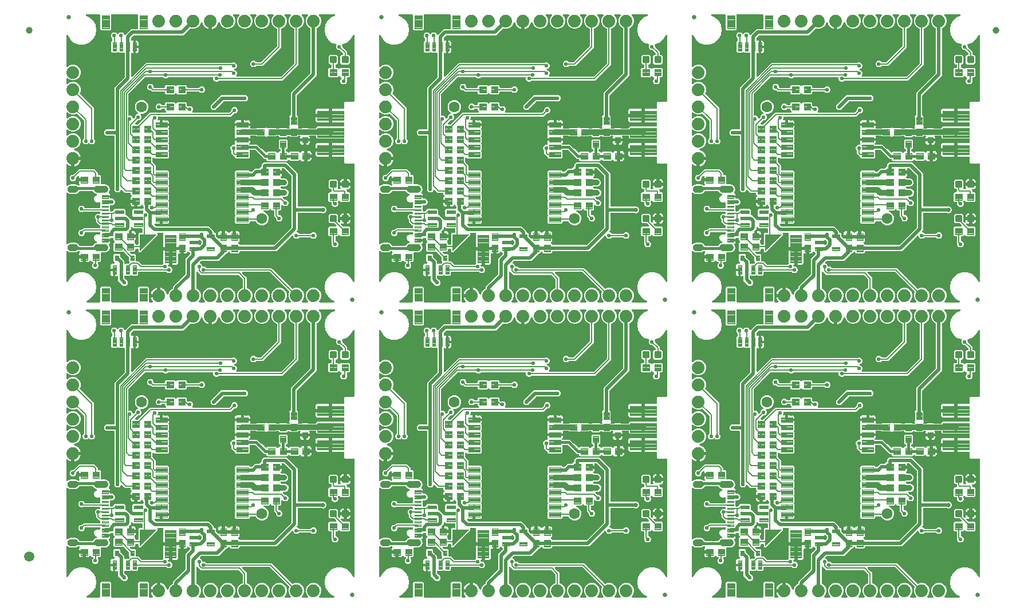
<source format=gtl>
G04 EAGLE Gerber RS-274X export*
G75*
%MOMM*%
%FSLAX34Y34*%
%LPD*%
%INTop Copper*%
%IPPOS*%
%AMOC8*
5,1,8,0,0,1.08239X$1,22.5*%
G01*
%ADD10C,0.635000*%
%ADD11C,0.096000*%
%ADD12C,0.102000*%
%ADD13C,0.100000*%
%ADD14C,0.300000*%
%ADD15C,0.099000*%
%ADD16C,0.654000*%
%ADD17C,0.105000*%
%ADD18C,1.879600*%
%ADD19C,0.104000*%
%ADD20C,1.600000*%
%ADD21C,0.100800*%
%ADD22C,1.000000*%
%ADD23C,1.500000*%
%ADD24C,0.508000*%
%ADD25C,0.554000*%
%ADD26C,0.203200*%
%ADD27C,0.152400*%
%ADD28C,0.406400*%
%ADD29C,0.812800*%
%ADD30C,0.177800*%
%ADD31C,0.558800*%

G36*
X821394Y439692D02*
X821394Y439692D01*
X821532Y439705D01*
X821551Y439712D01*
X821571Y439715D01*
X821700Y439766D01*
X821831Y439813D01*
X821848Y439824D01*
X821867Y439832D01*
X821979Y439913D01*
X822094Y439991D01*
X822108Y440007D01*
X822124Y440018D01*
X822213Y440126D01*
X822305Y440230D01*
X822314Y440248D01*
X822327Y440263D01*
X822386Y440389D01*
X822449Y440513D01*
X822454Y440533D01*
X822462Y440551D01*
X822489Y440688D01*
X822519Y440823D01*
X822518Y440844D01*
X822522Y440863D01*
X822514Y441002D01*
X822509Y441141D01*
X822504Y441161D01*
X822502Y441181D01*
X822460Y441313D01*
X822421Y441447D01*
X822411Y441464D01*
X822404Y441483D01*
X822330Y441601D01*
X822259Y441721D01*
X822241Y441742D01*
X822234Y441752D01*
X822219Y441766D01*
X822153Y441841D01*
X820889Y443105D01*
X819149Y447306D01*
X819149Y451854D01*
X820889Y456055D01*
X824105Y459271D01*
X828306Y461011D01*
X832854Y461011D01*
X837055Y459271D01*
X840271Y456055D01*
X842011Y451854D01*
X842011Y447306D01*
X840271Y443105D01*
X839007Y441841D01*
X838922Y441732D01*
X838833Y441625D01*
X838824Y441606D01*
X838812Y441590D01*
X838757Y441463D01*
X838698Y441337D01*
X838694Y441317D01*
X838686Y441298D01*
X838664Y441160D01*
X838638Y441024D01*
X838639Y441004D01*
X838636Y440984D01*
X838649Y440845D01*
X838658Y440707D01*
X838664Y440688D01*
X838666Y440668D01*
X838713Y440536D01*
X838756Y440405D01*
X838766Y440387D01*
X838773Y440368D01*
X838851Y440253D01*
X838926Y440136D01*
X838940Y440122D01*
X838952Y440105D01*
X839056Y440013D01*
X839157Y439918D01*
X839175Y439908D01*
X839190Y439895D01*
X839314Y439831D01*
X839436Y439764D01*
X839455Y439759D01*
X839473Y439750D01*
X839609Y439720D01*
X839744Y439685D01*
X839772Y439683D01*
X839784Y439680D01*
X839804Y439681D01*
X839904Y439675D01*
X860462Y439675D01*
X860559Y439687D01*
X860656Y439690D01*
X860716Y439707D01*
X860778Y439715D01*
X860868Y439750D01*
X860962Y439777D01*
X861016Y439809D01*
X861073Y439832D01*
X861152Y439889D01*
X861236Y439938D01*
X861280Y439982D01*
X861331Y440018D01*
X861393Y440094D01*
X861462Y440162D01*
X861494Y440215D01*
X861534Y440263D01*
X861575Y440351D01*
X861625Y440435D01*
X861643Y440495D01*
X861669Y440551D01*
X861687Y440647D01*
X861715Y440740D01*
X861717Y440802D01*
X861729Y440863D01*
X861723Y440961D01*
X861726Y441058D01*
X861713Y441119D01*
X861709Y441181D01*
X861679Y441274D01*
X861658Y441369D01*
X861630Y441424D01*
X861611Y441483D01*
X861559Y441566D01*
X861515Y441653D01*
X861474Y441699D01*
X861441Y441752D01*
X861370Y441819D01*
X861306Y441892D01*
X861255Y441927D01*
X861209Y441970D01*
X861124Y442017D01*
X861044Y442072D01*
X860948Y442114D01*
X860931Y442124D01*
X860920Y442126D01*
X860896Y442137D01*
X857718Y443293D01*
X851885Y448188D01*
X848078Y454782D01*
X846756Y462280D01*
X848078Y469778D01*
X851885Y476372D01*
X857718Y481267D01*
X864873Y483871D01*
X872487Y483871D01*
X879642Y481267D01*
X885475Y476372D01*
X888917Y470410D01*
X889005Y470294D01*
X889090Y470176D01*
X889101Y470168D01*
X889109Y470157D01*
X889223Y470067D01*
X889335Y469973D01*
X889348Y469968D01*
X889358Y469959D01*
X889492Y469900D01*
X889623Y469838D01*
X889636Y469835D01*
X889649Y469830D01*
X889793Y469805D01*
X889936Y469778D01*
X889949Y469779D01*
X889962Y469777D01*
X890108Y469789D01*
X890253Y469798D01*
X890266Y469802D01*
X890279Y469803D01*
X890417Y469851D01*
X890555Y469896D01*
X890567Y469903D01*
X890580Y469908D01*
X890701Y469988D01*
X890824Y470066D01*
X890833Y470076D01*
X890845Y470083D01*
X890942Y470191D01*
X891042Y470298D01*
X891049Y470310D01*
X891058Y470320D01*
X891125Y470448D01*
X891196Y470576D01*
X891199Y470589D01*
X891205Y470601D01*
X891239Y470743D01*
X891275Y470884D01*
X891276Y470903D01*
X891278Y470911D01*
X891278Y470928D01*
X891285Y471045D01*
X891285Y643636D01*
X891270Y643754D01*
X891263Y643873D01*
X891250Y643911D01*
X891245Y643952D01*
X891202Y644062D01*
X891165Y644175D01*
X891143Y644210D01*
X891128Y644247D01*
X891059Y644343D01*
X890995Y644444D01*
X890965Y644472D01*
X890942Y644505D01*
X890850Y644581D01*
X890763Y644662D01*
X890728Y644682D01*
X890697Y644707D01*
X890589Y644758D01*
X890485Y644816D01*
X890445Y644826D01*
X890409Y644843D01*
X890292Y644865D01*
X890177Y644895D01*
X890117Y644899D01*
X890097Y644903D01*
X890076Y644901D01*
X890016Y644905D01*
X877682Y644905D01*
X876045Y646542D01*
X876045Y654170D01*
X876030Y654288D01*
X876023Y654407D01*
X876010Y654445D01*
X876005Y654486D01*
X875962Y654596D01*
X875925Y654709D01*
X875903Y654744D01*
X875888Y654781D01*
X875819Y654877D01*
X875755Y654978D01*
X875725Y655006D01*
X875702Y655039D01*
X875610Y655115D01*
X875523Y655196D01*
X875488Y655216D01*
X875457Y655241D01*
X875349Y655292D01*
X875245Y655350D01*
X875205Y655360D01*
X875169Y655377D01*
X875052Y655399D01*
X874937Y655429D01*
X874877Y655433D01*
X874857Y655437D01*
X874836Y655435D01*
X874776Y655439D01*
X858519Y655439D01*
X858519Y664210D01*
X858504Y664328D01*
X858497Y664447D01*
X858484Y664485D01*
X858479Y664525D01*
X858435Y664636D01*
X858399Y664749D01*
X858377Y664784D01*
X858362Y664821D01*
X858292Y664917D01*
X858229Y665018D01*
X858199Y665046D01*
X858175Y665078D01*
X858084Y665154D01*
X857997Y665236D01*
X857962Y665255D01*
X857930Y665281D01*
X857823Y665332D01*
X857719Y665389D01*
X857679Y665400D01*
X857643Y665417D01*
X857526Y665439D01*
X857411Y665469D01*
X857350Y665473D01*
X857330Y665477D01*
X857310Y665475D01*
X857250Y665479D01*
X855979Y665479D01*
X855979Y665481D01*
X857250Y665481D01*
X857368Y665496D01*
X857487Y665503D01*
X857525Y665516D01*
X857565Y665521D01*
X857676Y665565D01*
X857789Y665601D01*
X857824Y665623D01*
X857861Y665638D01*
X857957Y665708D01*
X858058Y665771D01*
X858086Y665801D01*
X858118Y665825D01*
X858194Y665916D01*
X858276Y666003D01*
X858295Y666038D01*
X858321Y666070D01*
X858372Y666177D01*
X858429Y666281D01*
X858440Y666321D01*
X858457Y666357D01*
X858479Y666474D01*
X858509Y666589D01*
X858513Y666650D01*
X858517Y666670D01*
X858515Y666690D01*
X858519Y666750D01*
X858519Y675521D01*
X875665Y675521D01*
X875730Y675532D01*
X875796Y675534D01*
X875839Y675552D01*
X875886Y675560D01*
X875943Y675594D01*
X876003Y675619D01*
X876038Y675650D01*
X876079Y675675D01*
X876121Y675726D01*
X876169Y675770D01*
X876191Y675812D01*
X876220Y675849D01*
X876241Y675911D01*
X876272Y675970D01*
X876280Y676024D01*
X876292Y676061D01*
X876291Y676101D01*
X876299Y676155D01*
X876299Y681475D01*
X876288Y681540D01*
X876286Y681606D01*
X876268Y681649D01*
X876260Y681696D01*
X876226Y681753D01*
X876201Y681813D01*
X876170Y681848D01*
X876145Y681889D01*
X876094Y681931D01*
X876050Y681979D01*
X876008Y682001D01*
X875971Y682030D01*
X875909Y682051D01*
X875850Y682082D01*
X875796Y682090D01*
X875759Y682102D01*
X875719Y682101D01*
X875665Y682109D01*
X835761Y682109D01*
X834709Y683161D01*
X834709Y685631D01*
X834698Y685696D01*
X834696Y685762D01*
X834678Y685805D01*
X834670Y685852D01*
X834636Y685909D01*
X834611Y685969D01*
X834580Y686004D01*
X834555Y686045D01*
X834504Y686087D01*
X834460Y686135D01*
X834418Y686157D01*
X834381Y686186D01*
X834319Y686207D01*
X834260Y686238D01*
X834206Y686246D01*
X834169Y686258D01*
X834129Y686257D01*
X834075Y686265D01*
X825033Y686265D01*
X825027Y686264D01*
X825021Y686265D01*
X824917Y686244D01*
X824812Y686226D01*
X824807Y686222D01*
X824801Y686221D01*
X824711Y686166D01*
X824619Y686111D01*
X824615Y686107D01*
X824610Y686103D01*
X824545Y686020D01*
X824478Y685937D01*
X824476Y685931D01*
X824472Y685926D01*
X824440Y685826D01*
X824406Y685725D01*
X824406Y685718D01*
X824404Y685712D01*
X824409Y685606D01*
X824413Y685500D01*
X824415Y685495D01*
X824415Y685488D01*
X824484Y685314D01*
X824713Y684917D01*
X824921Y684142D01*
X824921Y683201D01*
X824921Y682124D01*
X818735Y682124D01*
X818617Y682109D01*
X818498Y682102D01*
X818460Y682089D01*
X818420Y682084D01*
X818309Y682041D01*
X818196Y682004D01*
X818162Y681982D01*
X818124Y681967D01*
X818028Y681898D01*
X817927Y681834D01*
X817899Y681804D01*
X817875Y681786D01*
X817859Y681800D01*
X817772Y681881D01*
X817737Y681901D01*
X817705Y681926D01*
X817598Y681977D01*
X817493Y682035D01*
X817454Y682045D01*
X817418Y682062D01*
X817301Y682084D01*
X817185Y682114D01*
X817125Y682118D01*
X817105Y682122D01*
X817085Y682120D01*
X817025Y682124D01*
X810839Y682124D01*
X810839Y684142D01*
X811047Y684917D01*
X811276Y685314D01*
X811278Y685320D01*
X811282Y685325D01*
X811316Y685425D01*
X811352Y685525D01*
X811352Y685531D01*
X811354Y685537D01*
X811351Y685643D01*
X811350Y685749D01*
X811348Y685755D01*
X811347Y685762D01*
X811308Y685859D01*
X811270Y685959D01*
X811265Y685964D01*
X811263Y685969D01*
X811191Y686048D01*
X811122Y686127D01*
X811116Y686130D01*
X811112Y686135D01*
X811017Y686184D01*
X810924Y686234D01*
X810918Y686235D01*
X810912Y686238D01*
X810727Y686265D01*
X808275Y686265D01*
X808210Y686254D01*
X808144Y686252D01*
X808101Y686234D01*
X808054Y686226D01*
X807997Y686192D01*
X807937Y686167D01*
X807902Y686136D01*
X807861Y686111D01*
X807819Y686060D01*
X807771Y686016D01*
X807749Y685974D01*
X807720Y685937D01*
X807699Y685875D01*
X807668Y685816D01*
X807660Y685762D01*
X807648Y685725D01*
X807649Y685685D01*
X807641Y685631D01*
X807641Y685537D01*
X806603Y684499D01*
X796137Y684499D01*
X795005Y685631D01*
X795001Y685639D01*
X794970Y685674D01*
X794945Y685715D01*
X794894Y685757D01*
X794850Y685805D01*
X794808Y685827D01*
X794771Y685856D01*
X794709Y685877D01*
X794650Y685908D01*
X794596Y685916D01*
X794559Y685928D01*
X794519Y685927D01*
X794465Y685935D01*
X792400Y685935D01*
X792335Y685924D01*
X792269Y685922D01*
X792226Y685904D01*
X792179Y685896D01*
X792122Y685862D01*
X792062Y685837D01*
X792027Y685806D01*
X791986Y685781D01*
X791944Y685730D01*
X791896Y685686D01*
X791874Y685644D01*
X791845Y685607D01*
X791824Y685545D01*
X791793Y685486D01*
X791785Y685432D01*
X791775Y685400D01*
X790728Y684354D01*
X780262Y684354D01*
X779224Y685392D01*
X779224Y685546D01*
X779213Y685611D01*
X779211Y685677D01*
X779193Y685720D01*
X779185Y685767D01*
X779151Y685824D01*
X779126Y685884D01*
X779095Y685919D01*
X779070Y685960D01*
X779019Y686002D01*
X778975Y686050D01*
X778933Y686072D01*
X778896Y686101D01*
X778834Y686122D01*
X778775Y686153D01*
X778721Y686161D01*
X778684Y686173D01*
X778644Y686172D01*
X778590Y686180D01*
X776162Y686180D01*
X776120Y686173D01*
X776078Y686175D01*
X776011Y686153D01*
X775941Y686141D01*
X775905Y686119D01*
X775864Y686106D01*
X775792Y686052D01*
X775748Y686026D01*
X775735Y686010D01*
X775714Y685994D01*
X774963Y685244D01*
X763497Y685244D01*
X763308Y685433D01*
X763254Y685471D01*
X763206Y685516D01*
X763162Y685534D01*
X763123Y685561D01*
X763060Y685578D01*
X762999Y685603D01*
X762952Y685606D01*
X762906Y685617D01*
X762841Y685610D01*
X762775Y685613D01*
X762730Y685599D01*
X762683Y685594D01*
X762624Y685565D01*
X762561Y685545D01*
X762517Y685512D01*
X762482Y685495D01*
X762455Y685466D01*
X762411Y685433D01*
X761888Y684910D01*
X759572Y684910D01*
X759049Y685433D01*
X758995Y685471D01*
X758947Y685516D01*
X758904Y685534D01*
X758865Y685561D01*
X758802Y685578D01*
X758741Y685603D01*
X758694Y685606D01*
X758648Y685617D01*
X758582Y685610D01*
X758517Y685613D01*
X758472Y685599D01*
X758425Y685594D01*
X758366Y685565D01*
X758303Y685545D01*
X758259Y685512D01*
X758224Y685495D01*
X758197Y685466D01*
X758152Y685433D01*
X757963Y685244D01*
X746497Y685244D01*
X745801Y685939D01*
X745766Y685964D01*
X745738Y685995D01*
X745675Y686027D01*
X745617Y686068D01*
X745576Y686078D01*
X745538Y686098D01*
X745449Y686111D01*
X745400Y686124D01*
X745379Y686121D01*
X745353Y686125D01*
X737331Y686125D01*
X737325Y686124D01*
X737319Y686125D01*
X737214Y686104D01*
X737110Y686086D01*
X737105Y686082D01*
X737099Y686081D01*
X737008Y686025D01*
X736917Y685971D01*
X736913Y685967D01*
X736908Y685963D01*
X736843Y685880D01*
X736776Y685797D01*
X736774Y685791D01*
X736770Y685786D01*
X736738Y685685D01*
X736704Y685585D01*
X736704Y685578D01*
X736702Y685572D01*
X736707Y685465D01*
X736710Y685360D01*
X736713Y685355D01*
X736713Y685348D01*
X736782Y685174D01*
X736812Y685121D01*
X737021Y684343D01*
X737021Y682459D01*
X726210Y682459D01*
X726092Y682444D01*
X725973Y682437D01*
X725935Y682424D01*
X725895Y682419D01*
X725784Y682376D01*
X725671Y682339D01*
X725637Y682317D01*
X725599Y682302D01*
X725503Y682233D01*
X725486Y682222D01*
X725462Y682236D01*
X725430Y682261D01*
X725323Y682312D01*
X725218Y682370D01*
X725179Y682380D01*
X725143Y682397D01*
X725026Y682419D01*
X724910Y682449D01*
X724850Y682453D01*
X724830Y682457D01*
X724810Y682455D01*
X724750Y682459D01*
X713939Y682459D01*
X713939Y684343D01*
X714148Y685121D01*
X714430Y685610D01*
X714473Y685713D01*
X714524Y685813D01*
X714535Y685859D01*
X714553Y685903D01*
X714570Y686014D01*
X714594Y686124D01*
X714593Y686171D01*
X714600Y686217D01*
X714588Y686329D01*
X714584Y686442D01*
X714571Y686487D01*
X714566Y686534D01*
X714527Y686639D01*
X714496Y686747D01*
X714472Y686788D01*
X714456Y686832D01*
X714447Y686844D01*
X714447Y696085D01*
X714468Y696133D01*
X714520Y696232D01*
X714531Y696278D01*
X714549Y696321D01*
X714567Y696432D01*
X714593Y696542D01*
X714592Y696589D01*
X714599Y696635D01*
X714589Y696747D01*
X714586Y696860D01*
X714574Y696905D01*
X714569Y696952D01*
X714531Y697058D01*
X714501Y697166D01*
X714469Y697231D01*
X714462Y697251D01*
X714452Y697266D01*
X714430Y697310D01*
X714148Y697799D01*
X713939Y698577D01*
X713939Y700461D01*
X724750Y700461D01*
X724868Y700476D01*
X724987Y700483D01*
X725025Y700495D01*
X725065Y700501D01*
X725176Y700544D01*
X725289Y700581D01*
X725323Y700603D01*
X725361Y700618D01*
X725457Y700687D01*
X725474Y700698D01*
X725498Y700684D01*
X725530Y700659D01*
X725637Y700608D01*
X725742Y700550D01*
X725781Y700540D01*
X725817Y700523D01*
X725934Y700501D01*
X726050Y700471D01*
X726110Y700467D01*
X726130Y700463D01*
X726150Y700465D01*
X726210Y700461D01*
X737021Y700461D01*
X737021Y698577D01*
X736812Y697799D01*
X736782Y697746D01*
X736780Y697740D01*
X736776Y697735D01*
X736742Y697635D01*
X736706Y697535D01*
X736706Y697529D01*
X736704Y697523D01*
X736707Y697417D01*
X736708Y697311D01*
X736710Y697305D01*
X736710Y697298D01*
X736750Y697201D01*
X736788Y697101D01*
X736792Y697096D01*
X736795Y697091D01*
X736866Y697013D01*
X736936Y696933D01*
X736942Y696930D01*
X736946Y696925D01*
X737041Y696876D01*
X737134Y696826D01*
X737140Y696825D01*
X737146Y696822D01*
X737331Y696795D01*
X745243Y696795D01*
X745285Y696802D01*
X745327Y696800D01*
X745394Y696822D01*
X745464Y696834D01*
X745500Y696856D01*
X745541Y696869D01*
X745613Y696923D01*
X745657Y696949D01*
X745670Y696965D01*
X745691Y696981D01*
X746497Y697786D01*
X757963Y697786D01*
X758152Y697597D01*
X758206Y697559D01*
X758254Y697514D01*
X758298Y697496D01*
X758337Y697469D01*
X758400Y697452D01*
X758461Y697427D01*
X758508Y697424D01*
X758554Y697413D01*
X758619Y697420D01*
X758685Y697417D01*
X758730Y697431D01*
X758777Y697436D01*
X758836Y697465D01*
X758899Y697485D01*
X758943Y697518D01*
X758978Y697535D01*
X759005Y697564D01*
X759049Y697597D01*
X759572Y698120D01*
X761888Y698120D01*
X762411Y697597D01*
X762465Y697559D01*
X762513Y697514D01*
X762556Y697496D01*
X762595Y697469D01*
X762658Y697452D01*
X762719Y697427D01*
X762766Y697424D01*
X762812Y697413D01*
X762878Y697420D01*
X762943Y697417D01*
X762988Y697431D01*
X763035Y697436D01*
X763094Y697465D01*
X763157Y697485D01*
X763201Y697518D01*
X763236Y697535D01*
X763263Y697564D01*
X763308Y697597D01*
X763497Y697786D01*
X774963Y697786D01*
X775714Y697036D01*
X775749Y697011D01*
X775777Y696980D01*
X775840Y696948D01*
X775898Y696907D01*
X775939Y696897D01*
X775977Y696877D01*
X776066Y696864D01*
X776115Y696851D01*
X776136Y696854D01*
X776162Y696850D01*
X778953Y696850D01*
X778995Y696857D01*
X779037Y696855D01*
X779104Y696877D01*
X779174Y696889D01*
X779210Y696911D01*
X779251Y696924D01*
X779323Y696978D01*
X779367Y697004D01*
X779380Y697020D01*
X779401Y697036D01*
X780262Y697896D01*
X790728Y697896D01*
X791834Y696791D01*
X791868Y696766D01*
X791897Y696735D01*
X791960Y696703D01*
X792018Y696662D01*
X792059Y696652D01*
X792097Y696632D01*
X792186Y696619D01*
X792235Y696606D01*
X792256Y696609D01*
X792282Y696605D01*
X794465Y696605D01*
X794530Y696616D01*
X794596Y696618D01*
X794639Y696636D01*
X794686Y696644D01*
X794743Y696678D01*
X794803Y696703D01*
X794838Y696734D01*
X794879Y696759D01*
X794921Y696810D01*
X794969Y696854D01*
X794989Y696894D01*
X795288Y697192D01*
X795326Y697246D01*
X795371Y697294D01*
X795389Y697338D01*
X795416Y697377D01*
X795433Y697440D01*
X795458Y697501D01*
X795460Y697548D01*
X795472Y697594D01*
X795465Y697659D01*
X795468Y697725D01*
X795454Y697770D01*
X795449Y697817D01*
X795420Y697876D01*
X795400Y697939D01*
X795367Y697983D01*
X795350Y698018D01*
X795321Y698045D01*
X795288Y698089D01*
X794765Y698612D01*
X794765Y700928D01*
X795288Y701451D01*
X795326Y701505D01*
X795371Y701553D01*
X795389Y701596D01*
X795416Y701635D01*
X795433Y701698D01*
X795458Y701759D01*
X795461Y701806D01*
X795472Y701852D01*
X795465Y701918D01*
X795468Y701983D01*
X795454Y702028D01*
X795449Y702075D01*
X795420Y702134D01*
X795400Y702197D01*
X795367Y702241D01*
X795350Y702276D01*
X795321Y702303D01*
X795288Y702348D01*
X795099Y702537D01*
X795099Y713740D01*
X795088Y713805D01*
X795086Y713871D01*
X795068Y713914D01*
X795060Y713961D01*
X795026Y714018D01*
X795001Y714078D01*
X794970Y714113D01*
X794945Y714154D01*
X794894Y714196D01*
X794850Y714244D01*
X794808Y714266D01*
X794771Y714295D01*
X794709Y714316D01*
X794650Y714347D01*
X794596Y714355D01*
X794559Y714367D01*
X794519Y714366D01*
X794465Y714374D01*
X794392Y714374D01*
X795872Y715854D01*
X795954Y715886D01*
X796067Y715923D01*
X796102Y715945D01*
X796139Y715960D01*
X796235Y716029D01*
X796336Y716093D01*
X796364Y716123D01*
X796397Y716146D01*
X796473Y716238D01*
X796554Y716325D01*
X796574Y716360D01*
X796599Y716391D01*
X796650Y716499D01*
X796708Y716603D01*
X796718Y716643D01*
X796735Y716679D01*
X796757Y716796D01*
X796787Y716911D01*
X796791Y716971D01*
X796795Y716991D01*
X796793Y717012D01*
X796797Y717072D01*
X796797Y749924D01*
X825636Y778762D01*
X825696Y778841D01*
X825764Y778913D01*
X825793Y778966D01*
X825830Y779014D01*
X825870Y779105D01*
X825918Y779191D01*
X825933Y779250D01*
X825957Y779305D01*
X825972Y779403D01*
X825997Y779499D01*
X826003Y779599D01*
X826007Y779620D01*
X826005Y779632D01*
X826007Y779660D01*
X826007Y844653D01*
X826004Y844683D01*
X826006Y844712D01*
X825984Y844840D01*
X825967Y844969D01*
X825957Y844996D01*
X825952Y845026D01*
X825898Y845144D01*
X825850Y845265D01*
X825833Y845289D01*
X825821Y845316D01*
X825740Y845417D01*
X825664Y845522D01*
X825641Y845541D01*
X825622Y845564D01*
X825519Y845642D01*
X825419Y845725D01*
X825392Y845737D01*
X825368Y845755D01*
X825224Y845826D01*
X824105Y846289D01*
X820889Y849505D01*
X819149Y853706D01*
X819149Y858254D01*
X820889Y862455D01*
X822153Y863719D01*
X822238Y863828D01*
X822327Y863935D01*
X822336Y863954D01*
X822348Y863970D01*
X822403Y864097D01*
X822462Y864223D01*
X822466Y864243D01*
X822474Y864262D01*
X822496Y864400D01*
X822522Y864536D01*
X822521Y864556D01*
X822524Y864576D01*
X822511Y864715D01*
X822502Y864853D01*
X822496Y864872D01*
X822494Y864892D01*
X822447Y865024D01*
X822404Y865155D01*
X822394Y865173D01*
X822387Y865192D01*
X822309Y865307D01*
X822234Y865424D01*
X822220Y865438D01*
X822208Y865455D01*
X822104Y865547D01*
X822003Y865642D01*
X821985Y865652D01*
X821970Y865665D01*
X821846Y865729D01*
X821724Y865796D01*
X821705Y865801D01*
X821687Y865810D01*
X821551Y865840D01*
X821416Y865875D01*
X821388Y865877D01*
X821376Y865880D01*
X821356Y865879D01*
X821256Y865885D01*
X814504Y865885D01*
X814366Y865868D01*
X814228Y865855D01*
X814209Y865848D01*
X814189Y865845D01*
X814060Y865794D01*
X813929Y865747D01*
X813912Y865736D01*
X813893Y865728D01*
X813781Y865647D01*
X813666Y865569D01*
X813652Y865553D01*
X813636Y865542D01*
X813547Y865434D01*
X813455Y865330D01*
X813446Y865312D01*
X813433Y865297D01*
X813374Y865171D01*
X813311Y865047D01*
X813306Y865027D01*
X813298Y865009D01*
X813271Y864872D01*
X813241Y864737D01*
X813242Y864716D01*
X813238Y864697D01*
X813246Y864558D01*
X813251Y864419D01*
X813256Y864399D01*
X813258Y864379D01*
X813300Y864247D01*
X813339Y864113D01*
X813349Y864096D01*
X813356Y864077D01*
X813430Y863959D01*
X813501Y863839D01*
X813519Y863818D01*
X813526Y863808D01*
X813541Y863794D01*
X813607Y863719D01*
X814871Y862455D01*
X816611Y858254D01*
X816611Y853706D01*
X814871Y849505D01*
X811655Y846289D01*
X808758Y845090D01*
X808733Y845075D01*
X808705Y845066D01*
X808595Y844996D01*
X808482Y844932D01*
X808461Y844912D01*
X808436Y844896D01*
X808347Y844801D01*
X808254Y844711D01*
X808238Y844686D01*
X808218Y844664D01*
X808155Y844550D01*
X808087Y844440D01*
X808079Y844411D01*
X808064Y844386D01*
X808032Y844260D01*
X807994Y844136D01*
X807992Y844106D01*
X807985Y844078D01*
X807975Y843917D01*
X807975Y791322D01*
X784748Y768095D01*
X691593Y768095D01*
X691495Y768083D01*
X691396Y768080D01*
X691338Y768063D01*
X691278Y768055D01*
X691185Y768019D01*
X691090Y767991D01*
X691038Y767961D01*
X690982Y767938D01*
X690902Y767880D01*
X690816Y767830D01*
X690741Y767764D01*
X690725Y767752D01*
X690717Y767742D01*
X690696Y767724D01*
X689791Y766818D01*
X688025Y766087D01*
X686115Y766087D01*
X684349Y766818D01*
X682998Y768169D01*
X682267Y769935D01*
X682267Y771906D01*
X682252Y772024D01*
X682245Y772143D01*
X682232Y772181D01*
X682227Y772222D01*
X682184Y772332D01*
X682147Y772445D01*
X682125Y772480D01*
X682110Y772517D01*
X682041Y772613D01*
X681977Y772714D01*
X681947Y772742D01*
X681924Y772775D01*
X681832Y772851D01*
X681745Y772932D01*
X681710Y772952D01*
X681679Y772977D01*
X681571Y773028D01*
X681467Y773086D01*
X681427Y773096D01*
X681391Y773113D01*
X681274Y773135D01*
X681159Y773165D01*
X681099Y773169D01*
X681079Y773173D01*
X681058Y773171D01*
X680998Y773175D01*
X616663Y773175D01*
X616565Y773163D01*
X616466Y773160D01*
X616408Y773143D01*
X616348Y773135D01*
X616255Y773099D01*
X616160Y773071D01*
X616108Y773041D01*
X616052Y773018D01*
X615972Y772960D01*
X615886Y772910D01*
X615811Y772844D01*
X615795Y772832D01*
X615787Y772822D01*
X615766Y772804D01*
X614861Y771898D01*
X613095Y771167D01*
X611185Y771167D01*
X609419Y771898D01*
X608514Y772804D01*
X608436Y772864D01*
X608364Y772932D01*
X608311Y772961D01*
X608263Y772998D01*
X608172Y773038D01*
X608086Y773086D01*
X608027Y773101D01*
X607971Y773125D01*
X607873Y773140D01*
X607778Y773165D01*
X607678Y773171D01*
X607657Y773175D01*
X607645Y773173D01*
X607617Y773175D01*
X582497Y773175D01*
X582399Y773163D01*
X582300Y773160D01*
X582242Y773143D01*
X582182Y773135D01*
X582090Y773099D01*
X581995Y773071D01*
X581943Y773041D01*
X581886Y773018D01*
X581806Y772960D01*
X581721Y772910D01*
X581645Y772844D01*
X581629Y772832D01*
X581621Y772822D01*
X581600Y772804D01*
X557140Y748344D01*
X557080Y748266D01*
X557012Y748194D01*
X556983Y748141D01*
X556946Y748093D01*
X556906Y748002D01*
X556858Y747915D01*
X556843Y747857D01*
X556819Y747801D01*
X556804Y747703D01*
X556779Y747607D01*
X556773Y747507D01*
X556769Y747487D01*
X556771Y747475D01*
X556769Y747447D01*
X556769Y717272D01*
X556784Y717154D01*
X556791Y717035D01*
X556804Y716997D01*
X556809Y716956D01*
X556852Y716846D01*
X556889Y716733D01*
X556911Y716698D01*
X556926Y716661D01*
X556995Y716565D01*
X557059Y716464D01*
X557089Y716436D01*
X557112Y716403D01*
X557204Y716327D01*
X557291Y716246D01*
X557326Y716226D01*
X557357Y716201D01*
X557465Y716150D01*
X557569Y716092D01*
X557609Y716082D01*
X557645Y716065D01*
X557762Y716043D01*
X557877Y716013D01*
X557937Y716009D01*
X557957Y716005D01*
X557978Y716007D01*
X558038Y716003D01*
X559755Y716003D01*
X561521Y715272D01*
X562872Y713921D01*
X563567Y712241D01*
X563592Y712198D01*
X563609Y712151D01*
X563670Y712061D01*
X563725Y711965D01*
X563759Y711929D01*
X563787Y711888D01*
X563869Y711816D01*
X563946Y711737D01*
X563988Y711711D01*
X564026Y711678D01*
X564123Y711628D01*
X564217Y711570D01*
X564265Y711556D01*
X564309Y711533D01*
X564416Y711509D01*
X564521Y711477D01*
X564571Y711474D01*
X564619Y711464D01*
X564729Y711467D01*
X564839Y711462D01*
X564887Y711472D01*
X564937Y711473D01*
X565043Y711504D01*
X565150Y711526D01*
X565195Y711548D01*
X565242Y711562D01*
X565337Y711617D01*
X565436Y711666D01*
X565474Y711698D01*
X565516Y711723D01*
X565637Y711830D01*
X566326Y712518D01*
X566386Y712596D01*
X566454Y712668D01*
X566483Y712721D01*
X566520Y712769D01*
X566560Y712860D01*
X566608Y712947D01*
X566623Y713005D01*
X566647Y713061D01*
X566662Y713159D01*
X566687Y713255D01*
X566693Y713355D01*
X566697Y713375D01*
X566695Y713387D01*
X566697Y713415D01*
X566697Y714695D01*
X567428Y716461D01*
X568779Y717812D01*
X570405Y718485D01*
X570448Y718509D01*
X570495Y718526D01*
X570586Y718588D01*
X570681Y718642D01*
X570717Y718677D01*
X570758Y718705D01*
X570830Y718787D01*
X570910Y718864D01*
X570936Y718906D01*
X570968Y718943D01*
X571018Y719041D01*
X571076Y719135D01*
X571090Y719182D01*
X571113Y719227D01*
X571137Y719334D01*
X571169Y719439D01*
X571172Y719488D01*
X571183Y719537D01*
X571179Y719647D01*
X571185Y719756D01*
X571174Y719805D01*
X571173Y719855D01*
X571142Y719960D01*
X571120Y720068D01*
X571098Y720113D01*
X571085Y720160D01*
X571029Y720255D01*
X570981Y720354D01*
X570948Y720391D01*
X570923Y720434D01*
X570817Y720555D01*
X568075Y723297D01*
X566547Y726984D01*
X566547Y730976D01*
X568075Y734663D01*
X570897Y737485D01*
X574584Y739013D01*
X578576Y739013D01*
X582263Y737485D01*
X585085Y734663D01*
X586613Y730976D01*
X586613Y726984D01*
X585085Y723297D01*
X582263Y720475D01*
X578576Y718947D01*
X576149Y718947D01*
X576011Y718930D01*
X575873Y718917D01*
X575854Y718910D01*
X575834Y718907D01*
X575704Y718856D01*
X575573Y718809D01*
X575557Y718798D01*
X575538Y718790D01*
X575425Y718709D01*
X575310Y718631D01*
X575297Y718615D01*
X575280Y718604D01*
X575192Y718496D01*
X575100Y718392D01*
X575091Y718374D01*
X575078Y718359D01*
X575019Y718233D01*
X574955Y718109D01*
X574951Y718089D01*
X574942Y718071D01*
X574916Y717935D01*
X574886Y717799D01*
X574886Y717778D01*
X574882Y717759D01*
X574891Y717620D01*
X574895Y717481D01*
X574901Y717461D01*
X574902Y717441D01*
X574945Y717309D01*
X574984Y717175D01*
X574994Y717158D01*
X575000Y717139D01*
X575074Y717021D01*
X575145Y716901D01*
X575164Y716880D01*
X575170Y716870D01*
X575185Y716856D01*
X575252Y716780D01*
X575572Y716460D01*
X576303Y714695D01*
X576303Y712785D01*
X575572Y711019D01*
X574221Y709668D01*
X572455Y708937D01*
X571175Y708937D01*
X571077Y708925D01*
X570978Y708922D01*
X570920Y708905D01*
X570860Y708897D01*
X570768Y708861D01*
X570673Y708833D01*
X570620Y708803D01*
X570564Y708780D01*
X570484Y708722D01*
X570399Y708672D01*
X570323Y708606D01*
X570307Y708594D01*
X570299Y708584D01*
X570278Y708566D01*
X566872Y705159D01*
X566787Y705050D01*
X566698Y704943D01*
X566689Y704924D01*
X566677Y704908D01*
X566621Y704780D01*
X566562Y704655D01*
X566559Y704635D01*
X566551Y704616D01*
X566529Y704478D01*
X566503Y704342D01*
X566504Y704322D01*
X566501Y704302D01*
X566514Y704163D01*
X566522Y704025D01*
X566529Y704006D01*
X566530Y703986D01*
X566578Y703854D01*
X566620Y703723D01*
X566631Y703705D01*
X566638Y703686D01*
X566716Y703571D01*
X566791Y703454D01*
X566805Y703440D01*
X566817Y703423D01*
X566921Y703331D01*
X567022Y703236D01*
X567040Y703226D01*
X567055Y703213D01*
X567179Y703149D01*
X567301Y703082D01*
X567320Y703077D01*
X567338Y703068D01*
X567474Y703038D01*
X567609Y703003D01*
X567637Y703001D01*
X567649Y702998D01*
X567669Y702999D01*
X567769Y702993D01*
X570635Y702993D01*
X570733Y703005D01*
X570832Y703008D01*
X570890Y703025D01*
X570950Y703033D01*
X571042Y703069D01*
X571137Y703097D01*
X571190Y703127D01*
X571246Y703150D01*
X571326Y703208D01*
X571411Y703258D01*
X571487Y703324D01*
X571503Y703336D01*
X571511Y703346D01*
X571532Y703364D01*
X588512Y720345D01*
X611369Y720345D01*
X611507Y720362D01*
X611646Y720375D01*
X611665Y720382D01*
X611685Y720385D01*
X611814Y720436D01*
X611945Y720483D01*
X611962Y720494D01*
X611980Y720502D01*
X612093Y720583D01*
X612208Y720661D01*
X612221Y720677D01*
X612238Y720688D01*
X612327Y720796D01*
X612418Y720900D01*
X612428Y720918D01*
X612441Y720933D01*
X612500Y721059D01*
X612563Y721183D01*
X612568Y721203D01*
X612576Y721221D01*
X612602Y721358D01*
X612633Y721493D01*
X612632Y721514D01*
X612636Y721533D01*
X612627Y721672D01*
X612623Y721811D01*
X612617Y721831D01*
X612616Y721851D01*
X612574Y721982D01*
X612535Y722117D01*
X612524Y722134D01*
X612518Y722153D01*
X612444Y722271D01*
X612373Y722391D01*
X612355Y722412D01*
X612348Y722422D01*
X612333Y722436D01*
X612267Y722511D01*
X611347Y723431D01*
X611347Y724916D01*
X611332Y725034D01*
X611325Y725153D01*
X611312Y725191D01*
X611307Y725232D01*
X611264Y725342D01*
X611227Y725455D01*
X611205Y725490D01*
X611190Y725527D01*
X611121Y725623D01*
X611057Y725724D01*
X611027Y725752D01*
X611004Y725785D01*
X610912Y725861D01*
X610825Y725942D01*
X610790Y725962D01*
X610759Y725987D01*
X610651Y726038D01*
X610547Y726096D01*
X610507Y726106D01*
X610471Y726123D01*
X610354Y726145D01*
X610239Y726175D01*
X610179Y726179D01*
X610159Y726183D01*
X610138Y726181D01*
X610078Y726185D01*
X606503Y726185D01*
X606405Y726173D01*
X606306Y726170D01*
X606248Y726153D01*
X606188Y726145D01*
X606095Y726109D01*
X606000Y726081D01*
X605948Y726051D01*
X605892Y726028D01*
X605812Y725970D01*
X605726Y725920D01*
X605651Y725854D01*
X605635Y725842D01*
X605627Y725832D01*
X605606Y725814D01*
X604701Y724908D01*
X602935Y724177D01*
X601025Y724177D01*
X599259Y724908D01*
X597908Y726259D01*
X597177Y728025D01*
X597177Y729935D01*
X597908Y731701D01*
X599259Y733052D01*
X601025Y733783D01*
X602935Y733783D01*
X604701Y733052D01*
X605606Y732146D01*
X605684Y732086D01*
X605756Y732018D01*
X605809Y731989D01*
X605857Y731952D01*
X605948Y731912D01*
X606034Y731864D01*
X606093Y731849D01*
X606149Y731825D01*
X606247Y731810D01*
X606342Y731785D01*
X606442Y731779D01*
X606463Y731775D01*
X606475Y731777D01*
X606503Y731775D01*
X610078Y731775D01*
X610196Y731790D01*
X610315Y731797D01*
X610353Y731810D01*
X610394Y731815D01*
X610504Y731858D01*
X610617Y731895D01*
X610652Y731917D01*
X610689Y731932D01*
X610785Y732001D01*
X610886Y732065D01*
X610914Y732095D01*
X610947Y732118D01*
X611023Y732210D01*
X611104Y732297D01*
X611124Y732332D01*
X611149Y732363D01*
X611200Y732471D01*
X611258Y732575D01*
X611268Y732615D01*
X611285Y732651D01*
X611307Y732768D01*
X611337Y732883D01*
X611341Y732943D01*
X611345Y732963D01*
X611343Y732984D01*
X611347Y733044D01*
X611347Y734529D01*
X612831Y736013D01*
X624929Y736013D01*
X626482Y734459D01*
X626577Y734386D01*
X626666Y734308D01*
X626702Y734289D01*
X626734Y734264D01*
X626843Y734217D01*
X626949Y734163D01*
X626988Y734154D01*
X627026Y734138D01*
X627143Y734119D01*
X627259Y734093D01*
X627300Y734095D01*
X627340Y734088D01*
X627458Y734099D01*
X627577Y734103D01*
X627616Y734114D01*
X627656Y734118D01*
X627769Y734158D01*
X627883Y734191D01*
X627917Y734212D01*
X627956Y734226D01*
X628054Y734292D01*
X628157Y734353D01*
X628202Y734393D01*
X628219Y734404D01*
X628232Y734419D01*
X628277Y734459D01*
X629831Y736013D01*
X641929Y736013D01*
X643413Y734529D01*
X643413Y731395D01*
X643425Y731297D01*
X643428Y731198D01*
X643445Y731140D01*
X643453Y731080D01*
X643489Y730988D01*
X643517Y730893D01*
X643547Y730840D01*
X643570Y730784D01*
X643628Y730704D01*
X643678Y730619D01*
X643744Y730543D01*
X643756Y730527D01*
X643766Y730519D01*
X643785Y730498D01*
X644423Y729859D01*
X644447Y729841D01*
X644466Y729819D01*
X644572Y729744D01*
X644674Y729664D01*
X644701Y729653D01*
X644726Y729636D01*
X644847Y729589D01*
X644966Y729538D01*
X644995Y729533D01*
X645023Y729523D01*
X645152Y729508D01*
X645280Y729488D01*
X645310Y729491D01*
X645339Y729488D01*
X645468Y729506D01*
X645597Y729518D01*
X645625Y729528D01*
X645654Y729532D01*
X645806Y729584D01*
X646745Y729973D01*
X648655Y729973D01*
X650421Y729242D01*
X651772Y727891D01*
X652503Y726125D01*
X652503Y724215D01*
X651756Y722411D01*
X651748Y722402D01*
X651660Y722295D01*
X651651Y722276D01*
X651639Y722260D01*
X651583Y722132D01*
X651524Y722007D01*
X651520Y721987D01*
X651512Y721969D01*
X651491Y721831D01*
X651464Y721694D01*
X651466Y721674D01*
X651462Y721654D01*
X651475Y721516D01*
X651484Y721377D01*
X651490Y721358D01*
X651492Y721338D01*
X651539Y721207D01*
X651582Y721075D01*
X651593Y721057D01*
X651600Y721039D01*
X651678Y720924D01*
X651752Y720806D01*
X651767Y720792D01*
X651778Y720775D01*
X651882Y720683D01*
X651984Y720588D01*
X652002Y720578D01*
X652017Y720565D01*
X652141Y720501D01*
X652262Y720434D01*
X652282Y720429D01*
X652300Y720420D01*
X652436Y720390D01*
X652570Y720355D01*
X652598Y720353D01*
X652610Y720350D01*
X652631Y720351D01*
X652731Y720345D01*
X705707Y720345D01*
X705805Y720357D01*
X705904Y720360D01*
X705962Y720377D01*
X706022Y720385D01*
X706114Y720421D01*
X706209Y720449D01*
X706262Y720479D01*
X706318Y720502D01*
X706398Y720560D01*
X706483Y720610D01*
X706559Y720676D01*
X706575Y720688D01*
X706583Y720698D01*
X706604Y720716D01*
X708566Y722678D01*
X708626Y722756D01*
X708694Y722828D01*
X708723Y722881D01*
X708760Y722929D01*
X708800Y723020D01*
X708848Y723107D01*
X708863Y723165D01*
X708887Y723221D01*
X708902Y723319D01*
X708927Y723415D01*
X708933Y723515D01*
X708937Y723535D01*
X708935Y723547D01*
X708937Y723575D01*
X708937Y724855D01*
X709668Y726621D01*
X711019Y727972D01*
X712785Y728703D01*
X714695Y728703D01*
X716461Y727972D01*
X717812Y726621D01*
X718543Y724855D01*
X718543Y722945D01*
X717812Y721179D01*
X716461Y719828D01*
X714695Y719097D01*
X713415Y719097D01*
X713317Y719085D01*
X713218Y719082D01*
X713160Y719065D01*
X713100Y719057D01*
X713008Y719021D01*
X712913Y718993D01*
X712860Y718963D01*
X712804Y718940D01*
X712724Y718882D01*
X712639Y718832D01*
X712563Y718766D01*
X712547Y718754D01*
X712539Y718744D01*
X712518Y718726D01*
X708548Y714755D01*
X601702Y714755D01*
X601584Y714740D01*
X601465Y714733D01*
X601427Y714720D01*
X601386Y714715D01*
X601276Y714672D01*
X601163Y714635D01*
X601128Y714613D01*
X601091Y714598D01*
X600995Y714529D01*
X600894Y714465D01*
X600866Y714435D01*
X600833Y714412D01*
X600757Y714320D01*
X600676Y714233D01*
X600656Y714198D01*
X600631Y714167D01*
X600580Y714059D01*
X600522Y713955D01*
X600512Y713915D01*
X600495Y713879D01*
X600473Y713762D01*
X600443Y713647D01*
X600439Y713587D01*
X600435Y713567D01*
X600437Y713546D01*
X600433Y713486D01*
X600433Y711515D01*
X600118Y710756D01*
X600105Y710708D01*
X600084Y710663D01*
X600063Y710555D01*
X600034Y710449D01*
X600034Y710399D01*
X600024Y710350D01*
X600031Y710241D01*
X600029Y710131D01*
X600041Y710083D01*
X600044Y710033D01*
X600078Y709929D01*
X600104Y709822D01*
X600127Y709778D01*
X600142Y709731D01*
X600201Y709638D01*
X600252Y709541D01*
X600286Y709504D01*
X600312Y709462D01*
X600392Y709387D01*
X600466Y709305D01*
X600508Y709278D01*
X600544Y709244D01*
X600640Y709191D01*
X600732Y709131D01*
X600779Y709114D01*
X600822Y709090D01*
X600929Y709063D01*
X601033Y709027D01*
X601082Y709023D01*
X601130Y709011D01*
X601291Y709001D01*
X603481Y709001D01*
X603481Y703190D01*
X603496Y703072D01*
X603503Y702953D01*
X603515Y702915D01*
X603521Y702875D01*
X603564Y702764D01*
X603601Y702651D01*
X603623Y702617D01*
X603638Y702579D01*
X603707Y702483D01*
X603771Y702382D01*
X603801Y702354D01*
X603824Y702322D01*
X603916Y702246D01*
X604003Y702164D01*
X604038Y702145D01*
X604069Y702119D01*
X604177Y702068D01*
X604281Y702011D01*
X604321Y702001D01*
X604357Y701983D01*
X604474Y701961D01*
X604589Y701931D01*
X604649Y701927D01*
X604669Y701924D01*
X604690Y701925D01*
X604750Y701921D01*
X604941Y701921D01*
X604941Y701730D01*
X604956Y701612D01*
X604963Y701493D01*
X604976Y701455D01*
X604981Y701414D01*
X605025Y701304D01*
X605061Y701191D01*
X605083Y701156D01*
X605098Y701119D01*
X605168Y701022D01*
X605231Y700922D01*
X605261Y700894D01*
X605285Y700861D01*
X605376Y700785D01*
X605463Y700704D01*
X605498Y700684D01*
X605530Y700659D01*
X605637Y700608D01*
X605742Y700550D01*
X605781Y700540D01*
X605817Y700523D01*
X605934Y700501D01*
X606050Y700471D01*
X606110Y700467D01*
X606130Y700463D01*
X606150Y700465D01*
X606210Y700461D01*
X617021Y700461D01*
X617021Y698577D01*
X616812Y697799D01*
X616530Y697310D01*
X616487Y697207D01*
X616436Y697107D01*
X616425Y697061D01*
X616407Y697017D01*
X616390Y696906D01*
X616366Y696796D01*
X616367Y696749D01*
X616360Y696703D01*
X616372Y696591D01*
X616376Y696478D01*
X616389Y696433D01*
X616394Y696386D01*
X616433Y696281D01*
X616464Y696173D01*
X616488Y696132D01*
X616504Y696088D01*
X616513Y696076D01*
X616513Y686923D01*
X616448Y686858D01*
X616375Y686763D01*
X616296Y686674D01*
X616277Y686638D01*
X616253Y686606D01*
X616205Y686497D01*
X616151Y686391D01*
X616142Y686351D01*
X616126Y686314D01*
X616108Y686197D01*
X616082Y686081D01*
X616083Y686040D01*
X616076Y686000D01*
X616088Y685882D01*
X616091Y685763D01*
X616103Y685724D01*
X616106Y685684D01*
X616147Y685571D01*
X616180Y685457D01*
X616200Y685423D01*
X616214Y685384D01*
X616281Y685286D01*
X616341Y685183D01*
X616381Y685138D01*
X616392Y685121D01*
X616408Y685108D01*
X616448Y685063D01*
X616513Y684997D01*
X616513Y675923D01*
X616448Y675858D01*
X616375Y675763D01*
X616296Y675674D01*
X616277Y675638D01*
X616253Y675606D01*
X616205Y675497D01*
X616151Y675391D01*
X616142Y675351D01*
X616126Y675314D01*
X616108Y675197D01*
X616082Y675081D01*
X616083Y675040D01*
X616076Y675000D01*
X616088Y674882D01*
X616091Y674763D01*
X616103Y674724D01*
X616106Y674684D01*
X616147Y674571D01*
X616180Y674457D01*
X616200Y674423D01*
X616214Y674384D01*
X616281Y674286D01*
X616341Y674183D01*
X616381Y674138D01*
X616392Y674121D01*
X616408Y674108D01*
X616448Y674063D01*
X616513Y673997D01*
X616513Y664923D01*
X616448Y664858D01*
X616375Y664763D01*
X616296Y664674D01*
X616277Y664638D01*
X616253Y664606D01*
X616205Y664497D01*
X616151Y664391D01*
X616142Y664351D01*
X616126Y664314D01*
X616108Y664197D01*
X616082Y664081D01*
X616083Y664040D01*
X616076Y664000D01*
X616088Y663882D01*
X616091Y663763D01*
X616103Y663724D01*
X616106Y663684D01*
X616147Y663571D01*
X616180Y663457D01*
X616200Y663423D01*
X616214Y663384D01*
X616281Y663286D01*
X616341Y663183D01*
X616381Y663138D01*
X616392Y663121D01*
X616408Y663108D01*
X616448Y663063D01*
X616513Y662997D01*
X616513Y653923D01*
X615017Y652427D01*
X595943Y652427D01*
X594779Y653590D01*
X594670Y653675D01*
X594563Y653764D01*
X594544Y653773D01*
X594528Y653785D01*
X594401Y653841D01*
X594275Y653900D01*
X594255Y653904D01*
X594236Y653912D01*
X594098Y653934D01*
X593962Y653960D01*
X593942Y653958D01*
X593922Y653962D01*
X593783Y653948D01*
X593645Y653940D01*
X593626Y653934D01*
X593606Y653932D01*
X593474Y653885D01*
X593343Y653842D01*
X593325Y653831D01*
X593306Y653824D01*
X593191Y653746D01*
X593074Y653672D01*
X593060Y653657D01*
X593043Y653646D01*
X592951Y653541D01*
X592856Y653440D01*
X592846Y653422D01*
X592833Y653407D01*
X592769Y653283D01*
X592702Y653162D01*
X592697Y653142D01*
X592688Y653124D01*
X592658Y652988D01*
X592623Y652854D01*
X592621Y652826D01*
X592618Y652814D01*
X592619Y652793D01*
X592613Y652693D01*
X592613Y647755D01*
X592625Y647657D01*
X592628Y647558D01*
X592645Y647500D01*
X592653Y647439D01*
X592689Y647347D01*
X592717Y647252D01*
X592747Y647200D01*
X592770Y647144D01*
X592828Y647064D01*
X592878Y646978D01*
X592944Y646903D01*
X592956Y646886D01*
X592966Y646879D01*
X592984Y646857D01*
X597282Y642560D01*
X597282Y635762D01*
X597297Y635644D01*
X597304Y635525D01*
X597317Y635487D01*
X597322Y635446D01*
X597365Y635336D01*
X597402Y635223D01*
X597424Y635188D01*
X597439Y635151D01*
X597508Y635055D01*
X597572Y634954D01*
X597602Y634926D01*
X597625Y634893D01*
X597717Y634817D01*
X597804Y634736D01*
X597839Y634716D01*
X597870Y634691D01*
X597978Y634640D01*
X598082Y634582D01*
X598122Y634572D01*
X598158Y634555D01*
X598275Y634533D01*
X598390Y634503D01*
X598450Y634499D01*
X598470Y634495D01*
X598491Y634497D01*
X598551Y634493D01*
X615017Y634493D01*
X616513Y632997D01*
X616513Y623923D01*
X616448Y623858D01*
X616375Y623763D01*
X616296Y623674D01*
X616277Y623638D01*
X616253Y623606D01*
X616205Y623497D01*
X616151Y623391D01*
X616142Y623351D01*
X616126Y623314D01*
X616108Y623197D01*
X616082Y623081D01*
X616083Y623040D01*
X616076Y623000D01*
X616088Y622882D01*
X616091Y622763D01*
X616103Y622724D01*
X616106Y622684D01*
X616147Y622571D01*
X616180Y622457D01*
X616200Y622423D01*
X616214Y622384D01*
X616281Y622286D01*
X616341Y622183D01*
X616381Y622138D01*
X616392Y622121D01*
X616408Y622108D01*
X616448Y622063D01*
X616513Y621997D01*
X616513Y612923D01*
X616448Y612858D01*
X616375Y612763D01*
X616296Y612674D01*
X616277Y612638D01*
X616253Y612606D01*
X616205Y612497D01*
X616151Y612391D01*
X616142Y612351D01*
X616126Y612314D01*
X616108Y612197D01*
X616082Y612081D01*
X616083Y612040D01*
X616076Y612000D01*
X616088Y611881D01*
X616091Y611763D01*
X616103Y611724D01*
X616106Y611684D01*
X616147Y611571D01*
X616180Y611457D01*
X616200Y611423D01*
X616214Y611384D01*
X616281Y611286D01*
X616341Y611183D01*
X616381Y611138D01*
X616392Y611121D01*
X616408Y611108D01*
X616448Y611063D01*
X616513Y610997D01*
X616513Y601923D01*
X616448Y601858D01*
X616375Y601763D01*
X616296Y601674D01*
X616277Y601638D01*
X616253Y601606D01*
X616205Y601497D01*
X616151Y601391D01*
X616142Y601351D01*
X616126Y601314D01*
X616108Y601197D01*
X616082Y601081D01*
X616083Y601040D01*
X616076Y601000D01*
X616088Y600882D01*
X616091Y600763D01*
X616103Y600724D01*
X616106Y600684D01*
X616147Y600571D01*
X616180Y600457D01*
X616200Y600423D01*
X616214Y600384D01*
X616281Y600286D01*
X616341Y600183D01*
X616381Y600138D01*
X616392Y600121D01*
X616408Y600108D01*
X616448Y600063D01*
X616513Y599997D01*
X616513Y590923D01*
X616448Y590858D01*
X616375Y590763D01*
X616296Y590674D01*
X616277Y590638D01*
X616253Y590606D01*
X616205Y590497D01*
X616151Y590391D01*
X616142Y590351D01*
X616126Y590314D01*
X616108Y590197D01*
X616082Y590081D01*
X616083Y590040D01*
X616076Y590000D01*
X616088Y589882D01*
X616091Y589763D01*
X616103Y589724D01*
X616106Y589684D01*
X616147Y589571D01*
X616180Y589457D01*
X616200Y589423D01*
X616214Y589384D01*
X616281Y589286D01*
X616341Y589183D01*
X616381Y589138D01*
X616392Y589121D01*
X616408Y589108D01*
X616448Y589063D01*
X616513Y588997D01*
X616513Y579923D01*
X616448Y579858D01*
X616375Y579763D01*
X616296Y579674D01*
X616277Y579638D01*
X616253Y579606D01*
X616205Y579497D01*
X616151Y579391D01*
X616142Y579351D01*
X616126Y579314D01*
X616108Y579197D01*
X616082Y579081D01*
X616083Y579040D01*
X616076Y579000D01*
X616088Y578882D01*
X616091Y578763D01*
X616103Y578724D01*
X616106Y578684D01*
X616147Y578571D01*
X616180Y578457D01*
X616200Y578423D01*
X616214Y578384D01*
X616281Y578286D01*
X616341Y578183D01*
X616381Y578138D01*
X616392Y578121D01*
X616408Y578108D01*
X616448Y578063D01*
X616513Y577997D01*
X616513Y568835D01*
X616492Y568787D01*
X616440Y568688D01*
X616429Y568642D01*
X616411Y568599D01*
X616393Y568488D01*
X616367Y568378D01*
X616368Y568331D01*
X616361Y568285D01*
X616371Y568173D01*
X616374Y568060D01*
X616386Y568015D01*
X616391Y567968D01*
X616429Y567862D01*
X616459Y567754D01*
X616491Y567689D01*
X616498Y567669D01*
X616508Y567654D01*
X616530Y567610D01*
X616812Y567121D01*
X617021Y566343D01*
X617021Y564459D01*
X606210Y564459D01*
X606092Y564444D01*
X605973Y564437D01*
X605935Y564424D01*
X605895Y564419D01*
X605784Y564376D01*
X605671Y564339D01*
X605637Y564317D01*
X605599Y564302D01*
X605503Y564233D01*
X605402Y564169D01*
X605374Y564139D01*
X605342Y564116D01*
X605266Y564024D01*
X605184Y563937D01*
X605165Y563902D01*
X605139Y563871D01*
X605088Y563763D01*
X605031Y563659D01*
X605021Y563619D01*
X605003Y563583D01*
X604981Y563466D01*
X604951Y563351D01*
X604947Y563291D01*
X604944Y563271D01*
X604945Y563250D01*
X604941Y563190D01*
X604941Y562999D01*
X604750Y562999D01*
X604632Y562984D01*
X604513Y562977D01*
X604475Y562964D01*
X604434Y562959D01*
X604324Y562915D01*
X604211Y562879D01*
X604176Y562857D01*
X604139Y562842D01*
X604042Y562772D01*
X603942Y562709D01*
X603914Y562679D01*
X603881Y562655D01*
X603805Y562564D01*
X603724Y562477D01*
X603704Y562442D01*
X603679Y562410D01*
X603628Y562303D01*
X603570Y562198D01*
X603560Y562159D01*
X603543Y562123D01*
X603521Y562006D01*
X603491Y561890D01*
X603487Y561830D01*
X603483Y561810D01*
X603485Y561790D01*
X603481Y561730D01*
X603481Y555919D01*
X596612Y555919D01*
X596474Y555902D01*
X596335Y555889D01*
X596316Y555882D01*
X596296Y555879D01*
X596167Y555828D01*
X596036Y555781D01*
X596019Y555770D01*
X596001Y555762D01*
X595888Y555681D01*
X595773Y555603D01*
X595760Y555587D01*
X595743Y555576D01*
X595654Y555468D01*
X595563Y555364D01*
X595553Y555346D01*
X595540Y555331D01*
X595481Y555205D01*
X595418Y555081D01*
X595413Y555061D01*
X595405Y555043D01*
X595379Y554907D01*
X595348Y554771D01*
X595349Y554750D01*
X595345Y554731D01*
X595354Y554592D01*
X595358Y554453D01*
X595364Y554433D01*
X595365Y554413D01*
X595408Y554281D01*
X595446Y554147D01*
X595457Y554130D01*
X595463Y554111D01*
X595537Y553993D01*
X595608Y553873D01*
X595626Y553852D01*
X595633Y553842D01*
X595648Y553828D01*
X595714Y553753D01*
X597152Y552314D01*
X597231Y552254D01*
X597303Y552186D01*
X597356Y552157D01*
X597404Y552120D01*
X597495Y552080D01*
X597581Y552032D01*
X597640Y552017D01*
X597695Y551993D01*
X597793Y551978D01*
X597889Y551953D01*
X597989Y551947D01*
X598010Y551943D01*
X598022Y551945D01*
X598050Y551943D01*
X676264Y551943D01*
X683054Y545153D01*
X683054Y543872D01*
X683069Y543754D01*
X683076Y543635D01*
X683089Y543597D01*
X683094Y543556D01*
X683137Y543446D01*
X683174Y543333D01*
X683196Y543298D01*
X683211Y543261D01*
X683280Y543165D01*
X683344Y543064D01*
X683374Y543036D01*
X683397Y543003D01*
X683489Y542927D01*
X683576Y542846D01*
X683611Y542826D01*
X683642Y542801D01*
X683750Y542750D01*
X683854Y542692D01*
X683894Y542682D01*
X683930Y542665D01*
X684047Y542643D01*
X684162Y542613D01*
X684222Y542609D01*
X684242Y542605D01*
X684263Y542607D01*
X684323Y542603D01*
X685033Y542603D01*
X686514Y541122D01*
X686514Y537529D01*
X686526Y537431D01*
X686529Y537332D01*
X686546Y537273D01*
X686554Y537213D01*
X686590Y537121D01*
X686618Y537026D01*
X686648Y536974D01*
X686671Y536918D01*
X686729Y536838D01*
X686779Y536752D01*
X686845Y536677D01*
X686857Y536660D01*
X686867Y536652D01*
X686885Y536631D01*
X688824Y534692D01*
X688903Y534632D01*
X688975Y534564D01*
X689028Y534535D01*
X689076Y534498D01*
X689167Y534458D01*
X689253Y534410D01*
X689312Y534395D01*
X689367Y534371D01*
X689465Y534356D01*
X689561Y534331D01*
X689661Y534325D01*
X689682Y534321D01*
X689694Y534322D01*
X689722Y534321D01*
X696000Y534321D01*
X696118Y534336D01*
X696237Y534343D01*
X696275Y534355D01*
X696315Y534361D01*
X696426Y534404D01*
X696539Y534441D01*
X696573Y534463D01*
X696611Y534478D01*
X696707Y534547D01*
X696808Y534611D01*
X696836Y534641D01*
X696868Y534664D01*
X696944Y534756D01*
X697026Y534843D01*
X697045Y534878D01*
X697071Y534909D01*
X697122Y535017D01*
X697179Y535121D01*
X697189Y535161D01*
X697207Y535197D01*
X697227Y535304D01*
X697231Y535274D01*
X697275Y535164D01*
X697311Y535051D01*
X697333Y535016D01*
X697348Y534979D01*
X697418Y534882D01*
X697481Y534782D01*
X697511Y534754D01*
X697535Y534721D01*
X697626Y534645D01*
X697713Y534564D01*
X697748Y534544D01*
X697780Y534519D01*
X697887Y534468D01*
X697992Y534410D01*
X698031Y534400D01*
X698067Y534383D01*
X698184Y534361D01*
X698300Y534331D01*
X698360Y534327D01*
X698380Y534323D01*
X698400Y534325D01*
X698460Y534321D01*
X712510Y534321D01*
X712628Y534336D01*
X712747Y534343D01*
X712785Y534355D01*
X712825Y534361D01*
X712936Y534404D01*
X713049Y534441D01*
X713083Y534463D01*
X713121Y534478D01*
X713217Y534547D01*
X713318Y534611D01*
X713346Y534641D01*
X713378Y534664D01*
X713454Y534756D01*
X713536Y534843D01*
X713555Y534878D01*
X713581Y534909D01*
X713632Y535017D01*
X713689Y535121D01*
X713699Y535161D01*
X713717Y535197D01*
X713737Y535304D01*
X713741Y535274D01*
X713785Y535164D01*
X713821Y535051D01*
X713843Y535016D01*
X713858Y534979D01*
X713928Y534882D01*
X713991Y534782D01*
X714021Y534754D01*
X714045Y534721D01*
X714136Y534645D01*
X714223Y534564D01*
X714258Y534544D01*
X714290Y534519D01*
X714397Y534468D01*
X714502Y534410D01*
X714541Y534400D01*
X714577Y534383D01*
X714694Y534361D01*
X714810Y534331D01*
X714870Y534327D01*
X714890Y534323D01*
X714910Y534325D01*
X714970Y534321D01*
X721281Y534321D01*
X721281Y531420D01*
X721074Y530646D01*
X720673Y529953D01*
X720107Y529387D01*
X719731Y529170D01*
X719631Y529094D01*
X719527Y529023D01*
X719505Y528998D01*
X719478Y528978D01*
X719400Y528879D01*
X719317Y528785D01*
X719301Y528755D01*
X719281Y528728D01*
X719229Y528613D01*
X719172Y528502D01*
X719165Y528469D01*
X719151Y528438D01*
X719130Y528314D01*
X719103Y528191D01*
X719104Y528158D01*
X719098Y528124D01*
X719108Y527999D01*
X719112Y527873D01*
X719122Y527841D01*
X719124Y527808D01*
X719166Y527689D01*
X719201Y527568D01*
X719218Y527539D01*
X719229Y527507D01*
X719298Y527402D01*
X719362Y527294D01*
X719394Y527257D01*
X719405Y527242D01*
X719421Y527228D01*
X719469Y527173D01*
X720773Y525869D01*
X720773Y525662D01*
X720788Y525544D01*
X720795Y525425D01*
X720808Y525387D01*
X720813Y525346D01*
X720856Y525236D01*
X720893Y525123D01*
X720915Y525088D01*
X720930Y525051D01*
X720999Y524955D01*
X721063Y524854D01*
X721093Y524826D01*
X721116Y524793D01*
X721208Y524717D01*
X721295Y524636D01*
X721330Y524616D01*
X721361Y524591D01*
X721469Y524540D01*
X721573Y524482D01*
X721613Y524472D01*
X721649Y524455D01*
X721766Y524433D01*
X721881Y524403D01*
X721941Y524399D01*
X721961Y524395D01*
X721982Y524397D01*
X722042Y524393D01*
X771400Y524393D01*
X771498Y524405D01*
X771597Y524408D01*
X771656Y524425D01*
X771716Y524433D01*
X771808Y524469D01*
X771903Y524497D01*
X771955Y524527D01*
X772011Y524550D01*
X772091Y524608D01*
X772177Y524658D01*
X772252Y524724D01*
X772269Y524736D01*
X772277Y524746D01*
X772298Y524764D01*
X797696Y550162D01*
X797756Y550241D01*
X797824Y550313D01*
X797853Y550366D01*
X797890Y550414D01*
X797930Y550505D01*
X797978Y550591D01*
X797993Y550650D01*
X798017Y550705D01*
X798032Y550803D01*
X798057Y550899D01*
X798063Y550999D01*
X798067Y551020D01*
X798065Y551032D01*
X798067Y551060D01*
X798067Y626230D01*
X798055Y626328D01*
X798052Y626427D01*
X798035Y626486D01*
X798027Y626546D01*
X797991Y626638D01*
X797963Y626733D01*
X797933Y626785D01*
X797910Y626841D01*
X797852Y626921D01*
X797802Y627007D01*
X797736Y627082D01*
X797724Y627099D01*
X797714Y627107D01*
X797696Y627128D01*
X786918Y637906D01*
X786839Y637966D01*
X786767Y638034D01*
X786714Y638063D01*
X786666Y638100D01*
X786575Y638140D01*
X786489Y638188D01*
X786430Y638203D01*
X786375Y638227D01*
X786277Y638242D01*
X786181Y638267D01*
X786081Y638273D01*
X786060Y638277D01*
X786048Y638275D01*
X786020Y638277D01*
X784890Y638277D01*
X784772Y638262D01*
X784653Y638255D01*
X784615Y638242D01*
X784574Y638237D01*
X784464Y638194D01*
X784351Y638157D01*
X784316Y638135D01*
X784279Y638120D01*
X784183Y638051D01*
X784082Y637987D01*
X784054Y637957D01*
X784021Y637934D01*
X783945Y637842D01*
X783864Y637755D01*
X783844Y637720D01*
X783819Y637689D01*
X783768Y637581D01*
X783710Y637477D01*
X783700Y637437D01*
X783683Y637401D01*
X783661Y637284D01*
X783631Y637169D01*
X783627Y637109D01*
X783623Y637089D01*
X783625Y637068D01*
X783621Y637008D01*
X783621Y634959D01*
X776810Y634959D01*
X776692Y634944D01*
X776573Y634937D01*
X776535Y634924D01*
X776495Y634919D01*
X776384Y634876D01*
X776271Y634839D01*
X776237Y634817D01*
X776199Y634802D01*
X776103Y634733D01*
X776002Y634669D01*
X775974Y634639D01*
X775942Y634616D01*
X775866Y634524D01*
X775784Y634437D01*
X775765Y634402D01*
X775739Y634371D01*
X775688Y634263D01*
X775631Y634159D01*
X775621Y634119D01*
X775603Y634083D01*
X775581Y633966D01*
X775551Y633851D01*
X775547Y633791D01*
X775544Y633771D01*
X775545Y633750D01*
X775541Y633690D01*
X775541Y631230D01*
X775556Y631112D01*
X775563Y630993D01*
X775576Y630955D01*
X775581Y630914D01*
X775625Y630804D01*
X775661Y630691D01*
X775683Y630656D01*
X775698Y630619D01*
X775768Y630522D01*
X775831Y630422D01*
X775861Y630394D01*
X775885Y630361D01*
X775976Y630285D01*
X776063Y630204D01*
X776098Y630184D01*
X776130Y630159D01*
X776237Y630108D01*
X776342Y630050D01*
X776381Y630040D01*
X776417Y630023D01*
X776534Y630001D01*
X776650Y629971D01*
X776710Y629967D01*
X776730Y629963D01*
X776750Y629965D01*
X776810Y629961D01*
X783621Y629961D01*
X783621Y627560D01*
X783414Y626786D01*
X783013Y626093D01*
X782404Y625483D01*
X782319Y625374D01*
X782230Y625267D01*
X782221Y625248D01*
X782209Y625232D01*
X782153Y625104D01*
X782094Y624979D01*
X782091Y624959D01*
X782082Y624940D01*
X782060Y624802D01*
X782035Y624666D01*
X782036Y624646D01*
X782033Y624626D01*
X782046Y624487D01*
X782054Y624349D01*
X782060Y624330D01*
X782062Y624310D01*
X782109Y624179D01*
X782152Y624047D01*
X782163Y624029D01*
X782170Y624010D01*
X782248Y623896D01*
X782322Y623778D01*
X782337Y623764D01*
X782349Y623747D01*
X782453Y623655D01*
X782554Y623560D01*
X782572Y623550D01*
X782587Y623537D01*
X782711Y623474D01*
X782833Y623406D01*
X782852Y623401D01*
X782870Y623392D01*
X783006Y623362D01*
X783141Y623327D01*
X783169Y623325D01*
X783181Y623322D01*
X783201Y623323D01*
X783301Y623317D01*
X788153Y623317D01*
X790394Y622389D01*
X792449Y620334D01*
X793377Y618093D01*
X793377Y615667D01*
X792449Y613426D01*
X790734Y611711D01*
X788493Y610783D01*
X786067Y610783D01*
X785480Y611027D01*
X785471Y611029D01*
X785463Y611034D01*
X785317Y611071D01*
X785173Y611111D01*
X785164Y611111D01*
X785155Y611113D01*
X784994Y611123D01*
X783091Y611123D01*
X782993Y611111D01*
X782894Y611108D01*
X782835Y611091D01*
X782775Y611083D01*
X782683Y611047D01*
X782588Y611019D01*
X782536Y610989D01*
X782480Y610966D01*
X782400Y610908D01*
X782314Y610858D01*
X782239Y610792D01*
X782222Y610780D01*
X782214Y610770D01*
X782193Y610752D01*
X781939Y610498D01*
X781866Y610403D01*
X781788Y610314D01*
X781769Y610278D01*
X781744Y610246D01*
X781697Y610137D01*
X781643Y610031D01*
X781634Y609992D01*
X781618Y609954D01*
X781599Y609837D01*
X781573Y609721D01*
X781575Y609680D01*
X781568Y609640D01*
X781579Y609522D01*
X781583Y609403D01*
X781594Y609364D01*
X781598Y609324D01*
X781638Y609211D01*
X781671Y609097D01*
X781692Y609063D01*
X781706Y609024D01*
X781772Y608926D01*
X781833Y608823D01*
X781873Y608778D01*
X781884Y608761D01*
X781899Y608748D01*
X781939Y608703D01*
X782193Y608448D01*
X782272Y608388D01*
X782344Y608320D01*
X782397Y608291D01*
X782445Y608254D01*
X782536Y608214D01*
X782622Y608166D01*
X782681Y608151D01*
X782736Y608127D01*
X782834Y608112D01*
X782930Y608087D01*
X783030Y608081D01*
X783051Y608077D01*
X783063Y608079D01*
X783091Y608077D01*
X788613Y608077D01*
X790854Y607149D01*
X792569Y605434D01*
X793497Y603193D01*
X793497Y600767D01*
X792569Y598526D01*
X790854Y596811D01*
X788613Y595883D01*
X786543Y595883D01*
X786405Y595866D01*
X786267Y595853D01*
X786248Y595846D01*
X786228Y595843D01*
X786098Y595792D01*
X785968Y595745D01*
X785951Y595734D01*
X785932Y595726D01*
X785820Y595645D01*
X785705Y595567D01*
X785691Y595551D01*
X785675Y595540D01*
X785586Y595432D01*
X785494Y595328D01*
X785485Y595310D01*
X785472Y595295D01*
X785413Y595169D01*
X785349Y595045D01*
X785345Y595025D01*
X785336Y595007D01*
X785310Y594871D01*
X785280Y594735D01*
X785280Y594714D01*
X785277Y594695D01*
X785285Y594556D01*
X785289Y594417D01*
X785295Y594397D01*
X785296Y594377D01*
X785339Y594245D01*
X785378Y594111D01*
X785388Y594094D01*
X785394Y594075D01*
X785469Y593957D01*
X785539Y593837D01*
X785558Y593816D01*
X785565Y593806D01*
X785579Y593792D01*
X785646Y593716D01*
X786169Y593194D01*
X787448Y591914D01*
X787526Y591854D01*
X787598Y591786D01*
X787651Y591757D01*
X787699Y591720D01*
X787790Y591680D01*
X787877Y591632D01*
X787935Y591617D01*
X787991Y591593D01*
X788089Y591578D01*
X788185Y591553D01*
X788285Y591547D01*
X788305Y591543D01*
X788317Y591545D01*
X788345Y591543D01*
X789625Y591543D01*
X791391Y590812D01*
X792742Y589461D01*
X793473Y587695D01*
X793473Y585785D01*
X792742Y584019D01*
X791391Y582668D01*
X789625Y581937D01*
X787715Y581937D01*
X785949Y582668D01*
X785279Y583338D01*
X785170Y583423D01*
X785063Y583512D01*
X785044Y583521D01*
X785028Y583533D01*
X784900Y583589D01*
X784775Y583648D01*
X784755Y583652D01*
X784736Y583660D01*
X784598Y583682D01*
X784462Y583708D01*
X784442Y583706D01*
X784422Y583710D01*
X784283Y583696D01*
X784145Y583688D01*
X784126Y583682D01*
X784106Y583680D01*
X783975Y583633D01*
X783843Y583590D01*
X783825Y583579D01*
X783806Y583572D01*
X783692Y583494D01*
X783574Y583420D01*
X783560Y583405D01*
X783543Y583394D01*
X783451Y583290D01*
X783356Y583188D01*
X783346Y583170D01*
X783333Y583155D01*
X783270Y583031D01*
X783202Y582910D01*
X783197Y582890D01*
X783188Y582872D01*
X783158Y582736D01*
X783123Y582602D01*
X783121Y582574D01*
X783118Y582562D01*
X783119Y582541D01*
X783113Y582441D01*
X783113Y577381D01*
X781629Y575897D01*
X779644Y575897D01*
X779526Y575882D01*
X779407Y575875D01*
X779369Y575862D01*
X779328Y575857D01*
X779218Y575814D01*
X779105Y575777D01*
X779070Y575755D01*
X779033Y575740D01*
X778937Y575671D01*
X778836Y575607D01*
X778808Y575577D01*
X778775Y575554D01*
X778699Y575462D01*
X778618Y575375D01*
X778598Y575340D01*
X778573Y575309D01*
X778522Y575201D01*
X778464Y575097D01*
X778454Y575057D01*
X778437Y575021D01*
X778415Y574904D01*
X778385Y574789D01*
X778381Y574729D01*
X778377Y574709D01*
X778379Y574688D01*
X778375Y574628D01*
X778375Y569952D01*
X778390Y569834D01*
X778397Y569715D01*
X778410Y569677D01*
X778415Y569636D01*
X778458Y569526D01*
X778495Y569413D01*
X778517Y569378D01*
X778532Y569341D01*
X778601Y569245D01*
X778665Y569144D01*
X778695Y569116D01*
X778718Y569083D01*
X778810Y569007D01*
X778897Y568926D01*
X778932Y568906D01*
X778963Y568881D01*
X779071Y568830D01*
X779175Y568772D01*
X779215Y568762D01*
X779251Y568745D01*
X779368Y568723D01*
X779483Y568693D01*
X779543Y568689D01*
X779563Y568685D01*
X779584Y568687D01*
X779644Y568683D01*
X780735Y568683D01*
X782501Y567952D01*
X783852Y566601D01*
X784583Y564835D01*
X784583Y562925D01*
X783852Y561159D01*
X782501Y559808D01*
X780735Y559077D01*
X778825Y559077D01*
X777059Y559808D01*
X775708Y561159D01*
X774977Y562925D01*
X774977Y564205D01*
X774965Y564303D01*
X774962Y564402D01*
X774945Y564460D01*
X774937Y564520D01*
X774901Y564612D01*
X774873Y564707D01*
X774843Y564760D01*
X774820Y564816D01*
X774762Y564896D01*
X774712Y564981D01*
X774646Y565057D01*
X774634Y565073D01*
X774624Y565081D01*
X774606Y565102D01*
X772785Y566922D01*
X772785Y574628D01*
X772770Y574746D01*
X772763Y574865D01*
X772750Y574903D01*
X772745Y574944D01*
X772702Y575054D01*
X772665Y575167D01*
X772643Y575202D01*
X772628Y575239D01*
X772559Y575335D01*
X772495Y575436D01*
X772465Y575464D01*
X772442Y575497D01*
X772350Y575573D01*
X772263Y575654D01*
X772228Y575674D01*
X772197Y575699D01*
X772089Y575750D01*
X771985Y575808D01*
X771945Y575818D01*
X771909Y575835D01*
X771792Y575857D01*
X771677Y575887D01*
X771617Y575891D01*
X771597Y575895D01*
X771576Y575893D01*
X771516Y575897D01*
X769531Y575897D01*
X767977Y577451D01*
X767883Y577524D01*
X767794Y577602D01*
X767758Y577621D01*
X767726Y577646D01*
X767617Y577693D01*
X767511Y577747D01*
X767472Y577756D01*
X767434Y577772D01*
X767317Y577791D01*
X767201Y577817D01*
X767160Y577815D01*
X767120Y577822D01*
X767002Y577811D01*
X766883Y577807D01*
X766844Y577796D01*
X766804Y577792D01*
X766692Y577752D01*
X766577Y577719D01*
X766542Y577698D01*
X766504Y577684D01*
X766406Y577617D01*
X766303Y577557D01*
X766258Y577517D01*
X766241Y577506D01*
X766228Y577491D01*
X766182Y577451D01*
X764629Y575897D01*
X757965Y575897D01*
X757896Y575889D01*
X757826Y575890D01*
X757739Y575869D01*
X757650Y575857D01*
X757585Y575832D01*
X757517Y575815D01*
X757438Y575773D01*
X757354Y575740D01*
X757298Y575699D01*
X757236Y575667D01*
X757169Y575606D01*
X757097Y575554D01*
X757052Y575500D01*
X757001Y575453D01*
X756951Y575378D01*
X756894Y575309D01*
X756864Y575245D01*
X756826Y575187D01*
X756797Y575102D01*
X756759Y575021D01*
X756745Y574952D01*
X756723Y574886D01*
X756716Y574797D01*
X756699Y574709D01*
X756703Y574639D01*
X756698Y574569D01*
X756713Y574481D01*
X756718Y574391D01*
X756740Y574325D01*
X756752Y574256D01*
X756789Y574174D01*
X756817Y574089D01*
X756854Y574030D01*
X756883Y573966D01*
X756939Y573896D01*
X756987Y573820D01*
X757037Y573772D01*
X757081Y573718D01*
X757153Y573663D01*
X757218Y573602D01*
X757279Y573568D01*
X757335Y573526D01*
X757480Y573455D01*
X760063Y572385D01*
X762885Y569563D01*
X764413Y565876D01*
X764413Y561884D01*
X762885Y558197D01*
X760063Y555375D01*
X756376Y553847D01*
X752384Y553847D01*
X748697Y555375D01*
X745875Y558197D01*
X745591Y558882D01*
X745576Y558907D01*
X745567Y558935D01*
X745498Y559045D01*
X745433Y559158D01*
X745413Y559179D01*
X745397Y559204D01*
X745302Y559293D01*
X745212Y559386D01*
X745187Y559402D01*
X745165Y559422D01*
X745052Y559485D01*
X744941Y559553D01*
X744913Y559561D01*
X744887Y559576D01*
X744761Y559608D01*
X744637Y559646D01*
X744608Y559648D01*
X744579Y559655D01*
X744418Y559665D01*
X737782Y559665D01*
X737664Y559650D01*
X737545Y559643D01*
X737507Y559630D01*
X737466Y559625D01*
X737356Y559582D01*
X737243Y559545D01*
X737208Y559523D01*
X737171Y559508D01*
X737075Y559439D01*
X736974Y559375D01*
X736946Y559345D01*
X736913Y559322D01*
X736837Y559230D01*
X736756Y559143D01*
X736736Y559108D01*
X736711Y559077D01*
X736660Y558969D01*
X736602Y558865D01*
X736592Y558825D01*
X736575Y558789D01*
X736553Y558672D01*
X736523Y558557D01*
X736519Y558497D01*
X736515Y558477D01*
X736517Y558456D01*
X736513Y558396D01*
X736513Y557923D01*
X735017Y556427D01*
X715943Y556427D01*
X714447Y557923D01*
X714447Y566997D01*
X714512Y567062D01*
X714585Y567157D01*
X714664Y567246D01*
X714683Y567282D01*
X714707Y567314D01*
X714755Y567423D01*
X714809Y567529D01*
X714818Y567569D01*
X714834Y567606D01*
X714852Y567723D01*
X714878Y567839D01*
X714877Y567880D01*
X714884Y567920D01*
X714872Y568038D01*
X714869Y568157D01*
X714857Y568196D01*
X714854Y568236D01*
X714813Y568348D01*
X714780Y568463D01*
X714760Y568497D01*
X714746Y568536D01*
X714679Y568634D01*
X714619Y568737D01*
X714579Y568782D01*
X714568Y568799D01*
X714552Y568812D01*
X714512Y568857D01*
X714447Y568923D01*
X714447Y577997D01*
X714512Y578062D01*
X714585Y578157D01*
X714664Y578246D01*
X714683Y578282D01*
X714707Y578314D01*
X714755Y578423D01*
X714809Y578529D01*
X714818Y578569D01*
X714834Y578606D01*
X714852Y578723D01*
X714878Y578839D01*
X714877Y578880D01*
X714884Y578920D01*
X714872Y579038D01*
X714869Y579157D01*
X714857Y579196D01*
X714854Y579236D01*
X714813Y579349D01*
X714780Y579463D01*
X714760Y579497D01*
X714746Y579536D01*
X714679Y579634D01*
X714619Y579737D01*
X714579Y579782D01*
X714568Y579799D01*
X714552Y579812D01*
X714512Y579857D01*
X714447Y579923D01*
X714447Y588997D01*
X714512Y589062D01*
X714585Y589157D01*
X714664Y589246D01*
X714683Y589282D01*
X714707Y589314D01*
X714755Y589423D01*
X714809Y589529D01*
X714818Y589569D01*
X714834Y589606D01*
X714852Y589723D01*
X714878Y589839D01*
X714877Y589880D01*
X714884Y589920D01*
X714872Y590038D01*
X714869Y590157D01*
X714857Y590196D01*
X714854Y590236D01*
X714813Y590349D01*
X714780Y590463D01*
X714760Y590497D01*
X714746Y590536D01*
X714679Y590634D01*
X714619Y590737D01*
X714579Y590782D01*
X714568Y590799D01*
X714552Y590812D01*
X714512Y590857D01*
X714447Y590923D01*
X714447Y599997D01*
X714512Y600062D01*
X714585Y600157D01*
X714664Y600246D01*
X714683Y600282D01*
X714707Y600314D01*
X714755Y600423D01*
X714809Y600529D01*
X714818Y600569D01*
X714834Y600606D01*
X714852Y600723D01*
X714878Y600839D01*
X714877Y600880D01*
X714884Y600920D01*
X714872Y601038D01*
X714869Y601157D01*
X714857Y601196D01*
X714854Y601236D01*
X714813Y601349D01*
X714780Y601463D01*
X714760Y601497D01*
X714746Y601536D01*
X714679Y601634D01*
X714619Y601737D01*
X714579Y601782D01*
X714568Y601799D01*
X714552Y601812D01*
X714512Y601857D01*
X714447Y601923D01*
X714447Y610997D01*
X714512Y611062D01*
X714585Y611157D01*
X714664Y611246D01*
X714683Y611282D01*
X714707Y611314D01*
X714755Y611423D01*
X714809Y611529D01*
X714818Y611569D01*
X714834Y611606D01*
X714852Y611723D01*
X714878Y611839D01*
X714877Y611880D01*
X714884Y611920D01*
X714872Y612038D01*
X714869Y612157D01*
X714857Y612196D01*
X714854Y612236D01*
X714813Y612349D01*
X714780Y612463D01*
X714760Y612497D01*
X714746Y612536D01*
X714679Y612634D01*
X714619Y612737D01*
X714579Y612782D01*
X714568Y612799D01*
X714552Y612812D01*
X714512Y612857D01*
X714447Y612923D01*
X714447Y621997D01*
X714512Y622062D01*
X714585Y622157D01*
X714664Y622246D01*
X714683Y622282D01*
X714707Y622314D01*
X714755Y622423D01*
X714809Y622529D01*
X714818Y622569D01*
X714834Y622606D01*
X714852Y622723D01*
X714878Y622839D01*
X714877Y622880D01*
X714884Y622920D01*
X714872Y623038D01*
X714869Y623157D01*
X714857Y623196D01*
X714854Y623236D01*
X714813Y623349D01*
X714780Y623463D01*
X714760Y623497D01*
X714746Y623536D01*
X714679Y623634D01*
X714619Y623737D01*
X714579Y623782D01*
X714568Y623799D01*
X714552Y623812D01*
X714512Y623857D01*
X714447Y623923D01*
X714447Y632997D01*
X715943Y634493D01*
X735017Y634493D01*
X736106Y633404D01*
X736184Y633344D01*
X736256Y633276D01*
X736309Y633247D01*
X736357Y633210D01*
X736448Y633170D01*
X736535Y633122D01*
X736593Y633107D01*
X736649Y633083D01*
X736747Y633068D01*
X736842Y633043D01*
X736942Y633037D01*
X736963Y633033D01*
X736975Y633035D01*
X737003Y633033D01*
X739070Y633033D01*
X739168Y633045D01*
X739267Y633048D01*
X739326Y633065D01*
X739386Y633073D01*
X739478Y633109D01*
X739573Y633137D01*
X739625Y633167D01*
X739681Y633190D01*
X739761Y633248D01*
X739847Y633298D01*
X739922Y633364D01*
X739939Y633376D01*
X739947Y633386D01*
X739968Y633404D01*
X743986Y637423D01*
X749935Y637423D01*
X750033Y637435D01*
X750132Y637438D01*
X750191Y637455D01*
X750251Y637463D01*
X750343Y637499D01*
X750438Y637527D01*
X750490Y637557D01*
X750546Y637580D01*
X750627Y637638D01*
X750712Y637688D01*
X750787Y637754D01*
X750804Y637766D01*
X750812Y637776D01*
X750833Y637794D01*
X752551Y639513D01*
X752585Y639515D01*
X752623Y639528D01*
X752664Y639533D01*
X752774Y639576D01*
X752887Y639613D01*
X752922Y639635D01*
X752959Y639650D01*
X753055Y639719D01*
X753156Y639783D01*
X753184Y639813D01*
X753217Y639836D01*
X753293Y639928D01*
X753374Y640015D01*
X753394Y640050D01*
X753419Y640081D01*
X753470Y640189D01*
X753528Y640293D01*
X753538Y640333D01*
X753555Y640369D01*
X753577Y640486D01*
X753607Y640601D01*
X753611Y640661D01*
X753615Y640681D01*
X753613Y640702D01*
X753617Y640762D01*
X753617Y643244D01*
X757796Y647423D01*
X761126Y647423D01*
X761264Y647440D01*
X761403Y647453D01*
X761422Y647460D01*
X761442Y647463D01*
X761571Y647514D01*
X761702Y647561D01*
X761719Y647572D01*
X761737Y647580D01*
X761850Y647661D01*
X761965Y647739D01*
X761978Y647755D01*
X761995Y647766D01*
X762084Y647874D01*
X762175Y647978D01*
X762185Y647996D01*
X762198Y648011D01*
X762257Y648137D01*
X762320Y648261D01*
X762325Y648281D01*
X762333Y648299D01*
X762359Y648436D01*
X762390Y648571D01*
X762389Y648592D01*
X762393Y648611D01*
X762384Y648750D01*
X762380Y648889D01*
X762374Y648909D01*
X762373Y648929D01*
X762330Y649061D01*
X762292Y649195D01*
X762281Y649212D01*
X762275Y649231D01*
X762201Y649349D01*
X762130Y649469D01*
X762112Y649490D01*
X762105Y649500D01*
X762090Y649514D01*
X762024Y649589D01*
X761207Y650406D01*
X761207Y650621D01*
X761192Y650739D01*
X761185Y650858D01*
X761172Y650896D01*
X761167Y650937D01*
X761124Y651047D01*
X761087Y651160D01*
X761065Y651195D01*
X761050Y651232D01*
X760981Y651328D01*
X760917Y651429D01*
X760887Y651457D01*
X760864Y651490D01*
X760772Y651566D01*
X760685Y651647D01*
X760650Y651667D01*
X760619Y651692D01*
X760511Y651743D01*
X760407Y651801D01*
X760367Y651811D01*
X760331Y651828D01*
X760214Y651850D01*
X760099Y651880D01*
X760039Y651884D01*
X760019Y651888D01*
X759998Y651886D01*
X759938Y651890D01*
X757776Y651890D01*
X744643Y665024D01*
X744565Y665084D01*
X744493Y665152D01*
X744440Y665181D01*
X744392Y665218D01*
X744301Y665258D01*
X744214Y665306D01*
X744156Y665321D01*
X744100Y665345D01*
X744002Y665360D01*
X743906Y665385D01*
X743806Y665391D01*
X743786Y665395D01*
X743774Y665393D01*
X743746Y665395D01*
X737511Y665395D01*
X737413Y665383D01*
X737314Y665380D01*
X737256Y665363D01*
X737196Y665355D01*
X737104Y665319D01*
X737008Y665291D01*
X736956Y665261D01*
X736900Y665238D01*
X736820Y665180D01*
X736734Y665130D01*
X736659Y665064D01*
X736643Y665052D01*
X736635Y665042D01*
X736614Y665024D01*
X736448Y664857D01*
X736375Y664763D01*
X736296Y664674D01*
X736277Y664638D01*
X736253Y664606D01*
X736205Y664497D01*
X736151Y664391D01*
X736142Y664351D01*
X736126Y664314D01*
X736108Y664197D01*
X736082Y664081D01*
X736083Y664040D01*
X736076Y664000D01*
X736088Y663881D01*
X736091Y663763D01*
X736102Y663724D01*
X736106Y663684D01*
X736147Y663571D01*
X736180Y663457D01*
X736200Y663422D01*
X736214Y663384D01*
X736281Y663286D01*
X736341Y663183D01*
X736381Y663138D01*
X736392Y663121D01*
X736408Y663108D01*
X736448Y663062D01*
X736513Y662997D01*
X736513Y653923D01*
X735017Y652427D01*
X715943Y652427D01*
X714447Y653923D01*
X714447Y654396D01*
X714432Y654514D01*
X714425Y654633D01*
X714412Y654671D01*
X714407Y654712D01*
X714364Y654822D01*
X714327Y654935D01*
X714305Y654970D01*
X714290Y655007D01*
X714221Y655103D01*
X714157Y655204D01*
X714127Y655232D01*
X714104Y655265D01*
X714012Y655341D01*
X713925Y655422D01*
X713890Y655442D01*
X713859Y655467D01*
X713751Y655518D01*
X713647Y655576D01*
X713607Y655586D01*
X713571Y655603D01*
X713454Y655625D01*
X713339Y655655D01*
X713279Y655659D01*
X713259Y655663D01*
X713255Y655662D01*
X709544Y659374D01*
X709544Y663365D01*
X709531Y663463D01*
X709528Y663562D01*
X709511Y663621D01*
X709504Y663681D01*
X709467Y663773D01*
X709440Y663868D01*
X709409Y663920D01*
X709387Y663976D01*
X709329Y664056D01*
X709278Y664142D01*
X709212Y664217D01*
X709200Y664234D01*
X709190Y664242D01*
X709172Y664263D01*
X708267Y665168D01*
X707536Y666933D01*
X707536Y668844D01*
X708267Y670609D01*
X709618Y671960D01*
X711383Y672691D01*
X713178Y672691D01*
X713296Y672706D01*
X713415Y672713D01*
X713453Y672726D01*
X713494Y672731D01*
X713604Y672775D01*
X713717Y672811D01*
X713752Y672833D01*
X713789Y672848D01*
X713885Y672918D01*
X713986Y672982D01*
X714014Y673011D01*
X714047Y673035D01*
X714123Y673126D01*
X714204Y673213D01*
X714224Y673249D01*
X714249Y673280D01*
X714300Y673387D01*
X714358Y673492D01*
X714368Y673531D01*
X714385Y673567D01*
X714407Y673684D01*
X714437Y673800D01*
X714441Y673860D01*
X714445Y673880D01*
X714443Y673900D01*
X714447Y673960D01*
X714447Y674085D01*
X714468Y674133D01*
X714520Y674232D01*
X714531Y674278D01*
X714549Y674321D01*
X714567Y674432D01*
X714593Y674542D01*
X714592Y674589D01*
X714599Y674635D01*
X714589Y674747D01*
X714586Y674860D01*
X714574Y674905D01*
X714569Y674952D01*
X714531Y675058D01*
X714501Y675166D01*
X714469Y675231D01*
X714462Y675251D01*
X714452Y675266D01*
X714430Y675310D01*
X714148Y675799D01*
X713939Y676577D01*
X713939Y678461D01*
X724750Y678461D01*
X724868Y678476D01*
X724987Y678483D01*
X725025Y678495D01*
X725065Y678501D01*
X725176Y678544D01*
X725289Y678581D01*
X725323Y678603D01*
X725361Y678618D01*
X725457Y678687D01*
X725474Y678698D01*
X725498Y678684D01*
X725530Y678659D01*
X725637Y678608D01*
X725742Y678550D01*
X725781Y678540D01*
X725817Y678523D01*
X725934Y678501D01*
X726050Y678471D01*
X726110Y678467D01*
X726130Y678463D01*
X726150Y678465D01*
X726210Y678461D01*
X737021Y678461D01*
X737021Y676577D01*
X736812Y675799D01*
X736599Y675429D01*
X736598Y675428D01*
X736409Y675101D01*
X735819Y674510D01*
X735781Y674456D01*
X735736Y674408D01*
X735718Y674365D01*
X735691Y674326D01*
X735674Y674262D01*
X735649Y674202D01*
X735647Y674155D01*
X735635Y674109D01*
X735642Y674044D01*
X735639Y673978D01*
X735653Y673933D01*
X735658Y673886D01*
X735687Y673827D01*
X735708Y673764D01*
X735740Y673720D01*
X735751Y673699D01*
X735751Y673397D01*
X735762Y673332D01*
X735764Y673266D01*
X735782Y673223D01*
X735790Y673176D01*
X735824Y673119D01*
X735849Y673059D01*
X735880Y673024D01*
X735905Y672983D01*
X735956Y672941D01*
X736000Y672893D01*
X736042Y672871D01*
X736079Y672842D01*
X736141Y672821D01*
X736200Y672790D01*
X736254Y672782D01*
X736291Y672770D01*
X736331Y672771D01*
X736385Y672763D01*
X747323Y672763D01*
X752514Y667572D01*
X752549Y667547D01*
X752578Y667516D01*
X752641Y667484D01*
X752698Y667443D01*
X752740Y667433D01*
X752777Y667413D01*
X752867Y667400D01*
X752916Y667388D01*
X752937Y667390D01*
X752963Y667386D01*
X753778Y667386D01*
X759536Y661628D01*
X759630Y661555D01*
X759719Y661476D01*
X759755Y661457D01*
X759787Y661433D01*
X759897Y661385D01*
X760002Y661331D01*
X760042Y661322D01*
X760079Y661306D01*
X760197Y661288D01*
X760313Y661262D01*
X760353Y661263D01*
X760393Y661256D01*
X760512Y661268D01*
X760631Y661271D01*
X760669Y661282D01*
X760710Y661286D01*
X760822Y661327D01*
X760936Y661360D01*
X760971Y661380D01*
X761009Y661394D01*
X761108Y661461D01*
X761210Y661521D01*
X761255Y661561D01*
X761272Y661572D01*
X761286Y661588D01*
X761331Y661628D01*
X762691Y662988D01*
X774789Y662988D01*
X776343Y661434D01*
X776437Y661361D01*
X776526Y661283D01*
X776562Y661264D01*
X776594Y661239D01*
X776703Y661192D01*
X776809Y661138D01*
X776848Y661129D01*
X776886Y661113D01*
X777003Y661094D01*
X777119Y661068D01*
X777160Y661070D01*
X777200Y661063D01*
X777318Y661074D01*
X777437Y661078D01*
X777476Y661089D01*
X777516Y661093D01*
X777628Y661133D01*
X777743Y661166D01*
X777778Y661187D01*
X777816Y661201D01*
X777914Y661268D01*
X778017Y661328D01*
X778062Y661368D01*
X778079Y661379D01*
X778092Y661394D01*
X778138Y661434D01*
X779691Y662988D01*
X780406Y662988D01*
X780524Y663003D01*
X780643Y663010D01*
X780681Y663023D01*
X780722Y663028D01*
X780832Y663071D01*
X780945Y663108D01*
X780980Y663130D01*
X781017Y663145D01*
X781113Y663214D01*
X781214Y663278D01*
X781242Y663308D01*
X781275Y663331D01*
X781351Y663423D01*
X781432Y663510D01*
X781452Y663545D01*
X781477Y663576D01*
X781528Y663684D01*
X781586Y663788D01*
X781596Y663828D01*
X781613Y663864D01*
X781635Y663981D01*
X781665Y664096D01*
X781669Y664156D01*
X781673Y664176D01*
X781671Y664197D01*
X781675Y664257D01*
X781675Y665323D01*
X781660Y665441D01*
X781653Y665560D01*
X781640Y665598D01*
X781635Y665639D01*
X781592Y665749D01*
X781555Y665862D01*
X781533Y665897D01*
X781518Y665934D01*
X781449Y666030D01*
X781385Y666131D01*
X781355Y666159D01*
X781332Y666192D01*
X781240Y666268D01*
X781153Y666349D01*
X781118Y666369D01*
X781087Y666394D01*
X780979Y666445D01*
X780875Y666503D01*
X780835Y666513D01*
X780799Y666530D01*
X780682Y666552D01*
X780567Y666582D01*
X780507Y666586D01*
X780487Y666590D01*
X780466Y666588D01*
X780406Y666592D01*
X779946Y666592D01*
X779044Y667494D01*
X779076Y667510D01*
X779093Y667528D01*
X779113Y667540D01*
X779169Y667609D01*
X779230Y667674D01*
X779239Y667695D01*
X779254Y667714D01*
X779283Y667798D01*
X779317Y667880D01*
X779319Y667904D01*
X779326Y667926D01*
X779324Y668015D01*
X779327Y668104D01*
X779320Y668127D01*
X779320Y668151D01*
X779286Y668233D01*
X779259Y668318D01*
X779243Y668339D01*
X779235Y668358D01*
X779224Y668370D01*
X779224Y679858D01*
X780262Y680896D01*
X790728Y680896D01*
X791766Y679858D01*
X791766Y668363D01*
X791736Y668326D01*
X791728Y668304D01*
X791715Y668284D01*
X791692Y668198D01*
X791664Y668114D01*
X791665Y668090D01*
X791659Y668067D01*
X791668Y667978D01*
X791670Y667889D01*
X791679Y667868D01*
X791682Y667844D01*
X791721Y667764D01*
X791755Y667682D01*
X791771Y667664D01*
X791781Y667643D01*
X791846Y667582D01*
X791906Y667516D01*
X791927Y667505D01*
X791943Y667491D01*
X791040Y666588D01*
X790956Y666577D01*
X790837Y666570D01*
X790799Y666557D01*
X790758Y666552D01*
X790648Y666509D01*
X790535Y666472D01*
X790500Y666450D01*
X790463Y666435D01*
X790367Y666366D01*
X790266Y666302D01*
X790238Y666272D01*
X790205Y666249D01*
X790129Y666157D01*
X790048Y666070D01*
X790028Y666035D01*
X790003Y666004D01*
X789952Y665896D01*
X789894Y665792D01*
X789884Y665752D01*
X789867Y665716D01*
X789845Y665599D01*
X789815Y665484D01*
X789811Y665424D01*
X789807Y665404D01*
X789809Y665383D01*
X789805Y665323D01*
X789805Y664257D01*
X789820Y664139D01*
X789827Y664020D01*
X789840Y663982D01*
X789845Y663941D01*
X789888Y663831D01*
X789925Y663718D01*
X789947Y663683D01*
X789962Y663646D01*
X790032Y663549D01*
X790095Y663449D01*
X790125Y663421D01*
X790148Y663388D01*
X790240Y663312D01*
X790327Y663231D01*
X790362Y663211D01*
X790393Y663186D01*
X790501Y663135D01*
X790605Y663077D01*
X790645Y663067D01*
X790681Y663050D01*
X790798Y663028D01*
X790913Y662998D01*
X790973Y662994D01*
X790993Y662990D01*
X791014Y662992D01*
X791074Y662988D01*
X791789Y662988D01*
X793170Y661607D01*
X793264Y661534D01*
X793353Y661455D01*
X793389Y661437D01*
X793421Y661412D01*
X793531Y661364D01*
X793637Y661310D01*
X793676Y661302D01*
X793713Y661286D01*
X793831Y661267D01*
X793947Y661241D01*
X793987Y661242D01*
X794027Y661236D01*
X794146Y661247D01*
X794265Y661250D01*
X794304Y661262D01*
X794344Y661265D01*
X794456Y661306D01*
X794570Y661339D01*
X794605Y661359D01*
X794643Y661373D01*
X794742Y661440D01*
X794844Y661500D01*
X794889Y661540D01*
X794906Y661552D01*
X794920Y661567D01*
X794965Y661607D01*
X796346Y662988D01*
X808444Y662988D01*
X809748Y661684D01*
X809848Y661606D01*
X809943Y661524D01*
X809973Y661509D01*
X810000Y661489D01*
X810115Y661439D01*
X810227Y661383D01*
X810260Y661376D01*
X810291Y661362D01*
X810416Y661343D01*
X810538Y661316D01*
X810572Y661318D01*
X810605Y661312D01*
X810731Y661324D01*
X810856Y661329D01*
X810889Y661339D01*
X810922Y661342D01*
X811040Y661385D01*
X811161Y661421D01*
X811190Y661438D01*
X811221Y661450D01*
X811325Y661520D01*
X811433Y661585D01*
X811457Y661609D01*
X811484Y661628D01*
X811568Y661723D01*
X811656Y661812D01*
X811683Y661853D01*
X811695Y661867D01*
X811705Y661886D01*
X811745Y661946D01*
X811962Y662322D01*
X812528Y662888D01*
X813221Y663289D01*
X813995Y663496D01*
X816896Y663496D01*
X816896Y657185D01*
X816911Y657067D01*
X816918Y656948D01*
X816930Y656910D01*
X816936Y656870D01*
X816979Y656759D01*
X817016Y656646D01*
X817038Y656612D01*
X817053Y656574D01*
X817122Y656478D01*
X817186Y656377D01*
X817216Y656349D01*
X817239Y656317D01*
X817331Y656241D01*
X817418Y656159D01*
X817453Y656140D01*
X817484Y656114D01*
X817592Y656063D01*
X817696Y656006D01*
X817736Y655996D01*
X817772Y655978D01*
X817879Y655958D01*
X817849Y655954D01*
X817739Y655910D01*
X817626Y655874D01*
X817591Y655852D01*
X817554Y655837D01*
X817457Y655767D01*
X817357Y655704D01*
X817329Y655674D01*
X817296Y655650D01*
X817220Y655559D01*
X817139Y655472D01*
X817119Y655437D01*
X817094Y655405D01*
X817043Y655298D01*
X816985Y655193D01*
X816975Y655154D01*
X816958Y655118D01*
X816936Y655001D01*
X816906Y654885D01*
X816902Y654825D01*
X816898Y654805D01*
X816900Y654785D01*
X816896Y654725D01*
X816896Y648414D01*
X813995Y648414D01*
X813221Y648621D01*
X812528Y649022D01*
X811962Y649588D01*
X811745Y649964D01*
X811669Y650064D01*
X811598Y650168D01*
X811573Y650190D01*
X811553Y650217D01*
X811454Y650295D01*
X811360Y650378D01*
X811330Y650394D01*
X811303Y650414D01*
X811188Y650466D01*
X811077Y650523D01*
X811044Y650530D01*
X811013Y650544D01*
X810889Y650565D01*
X810766Y650592D01*
X810733Y650591D01*
X810699Y650597D01*
X810574Y650587D01*
X810448Y650583D01*
X810416Y650573D01*
X810383Y650571D01*
X810264Y650529D01*
X810143Y650494D01*
X810114Y650477D01*
X810082Y650466D01*
X809977Y650397D01*
X809869Y650333D01*
X809832Y650301D01*
X809817Y650290D01*
X809803Y650274D01*
X809748Y650226D01*
X808444Y648922D01*
X796346Y648922D01*
X794965Y650303D01*
X794871Y650376D01*
X794782Y650455D01*
X794746Y650473D01*
X794714Y650498D01*
X794604Y650545D01*
X794498Y650600D01*
X794459Y650608D01*
X794422Y650624D01*
X794304Y650643D01*
X794188Y650669D01*
X794148Y650668D01*
X794108Y650674D01*
X793989Y650663D01*
X793870Y650660D01*
X793831Y650648D01*
X793791Y650645D01*
X793679Y650604D01*
X793565Y650571D01*
X793530Y650551D01*
X793492Y650537D01*
X793393Y650470D01*
X793291Y650410D01*
X793246Y650370D01*
X793229Y650358D01*
X793215Y650343D01*
X793170Y650303D01*
X791773Y648906D01*
X791761Y648905D01*
X791622Y648892D01*
X791603Y648885D01*
X791583Y648882D01*
X791454Y648831D01*
X791323Y648784D01*
X791306Y648773D01*
X791288Y648765D01*
X791175Y648684D01*
X791060Y648606D01*
X791047Y648590D01*
X791030Y648579D01*
X790941Y648471D01*
X790850Y648367D01*
X790840Y648349D01*
X790827Y648334D01*
X790768Y648208D01*
X790705Y648084D01*
X790700Y648064D01*
X790692Y648046D01*
X790666Y647910D01*
X790635Y647774D01*
X790636Y647753D01*
X790632Y647734D01*
X790641Y647595D01*
X790645Y647456D01*
X790651Y647436D01*
X790652Y647416D01*
X790695Y647284D01*
X790733Y647150D01*
X790744Y647133D01*
X790750Y647114D01*
X790824Y646996D01*
X790895Y646876D01*
X790913Y646855D01*
X790920Y646845D01*
X790935Y646831D01*
X791001Y646756D01*
X793384Y644373D01*
X793384Y644372D01*
X804162Y633594D01*
X807213Y630544D01*
X807213Y582422D01*
X807228Y582304D01*
X807235Y582185D01*
X807248Y582147D01*
X807253Y582106D01*
X807296Y581996D01*
X807333Y581883D01*
X807355Y581848D01*
X807370Y581811D01*
X807439Y581715D01*
X807503Y581614D01*
X807533Y581586D01*
X807556Y581553D01*
X807648Y581477D01*
X807735Y581396D01*
X807770Y581376D01*
X807801Y581351D01*
X807909Y581300D01*
X808013Y581242D01*
X808053Y581232D01*
X808089Y581215D01*
X808206Y581193D01*
X808321Y581163D01*
X808381Y581159D01*
X808401Y581155D01*
X808422Y581157D01*
X808482Y581153D01*
X841729Y581153D01*
X841738Y581154D01*
X841747Y581153D01*
X841896Y581174D01*
X842044Y581193D01*
X842053Y581196D01*
X842062Y581197D01*
X842214Y581249D01*
X843514Y581788D01*
X845586Y581788D01*
X847500Y580995D01*
X848965Y579530D01*
X849758Y577616D01*
X849758Y575544D01*
X848965Y573630D01*
X847500Y572165D01*
X845586Y571372D01*
X843514Y571372D01*
X842214Y571911D01*
X842205Y571913D01*
X842197Y571918D01*
X842052Y571955D01*
X841908Y571995D01*
X841898Y571995D01*
X841889Y571997D01*
X841729Y572007D01*
X808482Y572007D01*
X808364Y571992D01*
X808245Y571985D01*
X808207Y571972D01*
X808166Y571967D01*
X808056Y571924D01*
X807943Y571887D01*
X807908Y571865D01*
X807871Y571850D01*
X807775Y571781D01*
X807674Y571717D01*
X807646Y571687D01*
X807613Y571664D01*
X807537Y571572D01*
X807456Y571485D01*
X807436Y571450D01*
X807411Y571419D01*
X807360Y571311D01*
X807302Y571207D01*
X807292Y571167D01*
X807275Y571131D01*
X807253Y571014D01*
X807223Y570899D01*
X807219Y570839D01*
X807215Y570819D01*
X807217Y570798D01*
X807213Y570738D01*
X807213Y546746D01*
X805791Y545325D01*
X805761Y545285D01*
X805724Y545252D01*
X805664Y545160D01*
X805597Y545073D01*
X805577Y545028D01*
X805550Y544986D01*
X805514Y544883D01*
X805470Y544782D01*
X805462Y544732D01*
X805446Y544685D01*
X805438Y544576D01*
X805420Y544467D01*
X805425Y544418D01*
X805421Y544368D01*
X805440Y544260D01*
X805450Y544151D01*
X805467Y544104D01*
X805475Y544055D01*
X805521Y543955D01*
X805558Y543852D01*
X805586Y543810D01*
X805606Y543765D01*
X805675Y543679D01*
X805736Y543588D01*
X805774Y543556D01*
X805805Y543517D01*
X805892Y543451D01*
X805975Y543378D01*
X806019Y543355D01*
X806059Y543325D01*
X806203Y543255D01*
X807901Y542552D01*
X808806Y541646D01*
X808884Y541586D01*
X808956Y541518D01*
X809009Y541489D01*
X809057Y541452D01*
X809148Y541412D01*
X809234Y541364D01*
X809293Y541349D01*
X809349Y541325D01*
X809447Y541310D01*
X809542Y541285D01*
X809642Y541279D01*
X809663Y541275D01*
X809675Y541277D01*
X809703Y541275D01*
X826057Y541275D01*
X826155Y541287D01*
X826254Y541290D01*
X826312Y541307D01*
X826372Y541315D01*
X826465Y541351D01*
X826560Y541379D01*
X826612Y541409D01*
X826668Y541432D01*
X826748Y541490D01*
X826834Y541540D01*
X826909Y541606D01*
X826925Y541618D01*
X826933Y541628D01*
X826954Y541646D01*
X827859Y542552D01*
X829625Y543283D01*
X831535Y543283D01*
X833301Y542552D01*
X834652Y541201D01*
X835383Y539435D01*
X835383Y537525D01*
X834652Y535759D01*
X833301Y534408D01*
X831535Y533677D01*
X829625Y533677D01*
X827859Y534408D01*
X826954Y535314D01*
X826876Y535374D01*
X826804Y535442D01*
X826751Y535471D01*
X826703Y535508D01*
X826612Y535548D01*
X826526Y535596D01*
X826467Y535611D01*
X826411Y535635D01*
X826313Y535650D01*
X826218Y535675D01*
X826118Y535681D01*
X826097Y535685D01*
X826085Y535683D01*
X826057Y535685D01*
X809703Y535685D01*
X809605Y535673D01*
X809506Y535670D01*
X809448Y535653D01*
X809388Y535645D01*
X809295Y535609D01*
X809200Y535581D01*
X809148Y535551D01*
X809092Y535528D01*
X809012Y535470D01*
X808926Y535420D01*
X808851Y535354D01*
X808835Y535342D01*
X808827Y535332D01*
X808806Y535314D01*
X807901Y534408D01*
X806135Y533677D01*
X804225Y533677D01*
X802459Y534408D01*
X801108Y535759D01*
X800405Y537457D01*
X800381Y537500D01*
X800364Y537547D01*
X800302Y537638D01*
X800248Y537733D01*
X800213Y537769D01*
X800185Y537810D01*
X800103Y537883D01*
X800027Y537961D01*
X799984Y537987D01*
X799947Y538020D01*
X799849Y538070D01*
X799755Y538128D01*
X799708Y538142D01*
X799664Y538165D01*
X799556Y538189D01*
X799452Y538221D01*
X799402Y538224D01*
X799353Y538235D01*
X799244Y538231D01*
X799134Y538236D01*
X799085Y538226D01*
X799036Y538225D01*
X798930Y538194D01*
X798822Y538172D01*
X798778Y538150D01*
X798730Y538136D01*
X798636Y538081D01*
X798537Y538032D01*
X798499Y538000D01*
X798456Y537975D01*
X798335Y537869D01*
X775714Y515247D01*
X722042Y515247D01*
X721924Y515232D01*
X721805Y515225D01*
X721767Y515212D01*
X721726Y515207D01*
X721616Y515164D01*
X721503Y515127D01*
X721468Y515105D01*
X721431Y515090D01*
X721335Y515021D01*
X721234Y514957D01*
X721206Y514927D01*
X721173Y514904D01*
X721097Y514812D01*
X721016Y514725D01*
X720996Y514690D01*
X720971Y514659D01*
X720920Y514551D01*
X720862Y514447D01*
X720852Y514407D01*
X720835Y514371D01*
X720813Y514254D01*
X720783Y514139D01*
X720779Y514079D01*
X720775Y514059D01*
X720777Y514038D01*
X720773Y513978D01*
X720773Y513771D01*
X719289Y512287D01*
X708191Y512287D01*
X706382Y514096D01*
X706288Y514169D01*
X706199Y514247D01*
X706163Y514266D01*
X706131Y514291D01*
X706022Y514338D01*
X705916Y514392D01*
X705877Y514401D01*
X705839Y514417D01*
X705722Y514436D01*
X705606Y514462D01*
X705565Y514460D01*
X705525Y514467D01*
X705407Y514456D01*
X705288Y514452D01*
X705249Y514441D01*
X705209Y514437D01*
X705097Y514397D01*
X704982Y514364D01*
X704947Y514343D01*
X704909Y514329D01*
X704811Y514262D01*
X704708Y514202D01*
X704663Y514162D01*
X704646Y514151D01*
X704633Y514136D01*
X704587Y514096D01*
X702779Y512287D01*
X702160Y512287D01*
X702062Y512275D01*
X701963Y512272D01*
X701904Y512255D01*
X701844Y512247D01*
X701752Y512211D01*
X701657Y512183D01*
X701605Y512153D01*
X701549Y512130D01*
X701469Y512072D01*
X701383Y512022D01*
X701308Y511956D01*
X701291Y511944D01*
X701283Y511934D01*
X701262Y511916D01*
X690234Y500887D01*
X665360Y500887D01*
X665262Y500875D01*
X665163Y500872D01*
X665104Y500855D01*
X665044Y500847D01*
X664952Y500811D01*
X664857Y500783D01*
X664805Y500753D01*
X664749Y500730D01*
X664669Y500672D01*
X664583Y500622D01*
X664508Y500556D01*
X664491Y500544D01*
X664483Y500534D01*
X664462Y500516D01*
X662915Y498968D01*
X662884Y498929D01*
X662848Y498895D01*
X662787Y498804D01*
X662720Y498717D01*
X662700Y498671D01*
X662673Y498630D01*
X662637Y498526D01*
X662594Y498425D01*
X662586Y498376D01*
X662570Y498329D01*
X662561Y498220D01*
X662544Y498111D01*
X662548Y498061D01*
X662545Y498012D01*
X662563Y497904D01*
X662574Y497794D01*
X662590Y497747D01*
X662599Y497699D01*
X662644Y497598D01*
X662681Y497495D01*
X662709Y497454D01*
X662730Y497409D01*
X662798Y497323D01*
X662860Y497232D01*
X662897Y497199D01*
X662928Y497160D01*
X663016Y497094D01*
X663098Y497021D01*
X663143Y496999D01*
X663182Y496969D01*
X663327Y496898D01*
X664126Y496567D01*
X665477Y495216D01*
X666285Y493266D01*
X666299Y493241D01*
X666308Y493213D01*
X666378Y493103D01*
X666442Y492990D01*
X666463Y492969D01*
X666478Y492944D01*
X666573Y492855D01*
X666663Y492762D01*
X666689Y492746D01*
X666710Y492726D01*
X666824Y492663D01*
X666934Y492595D01*
X666963Y492587D01*
X666989Y492572D01*
X667114Y492540D01*
X667238Y492502D01*
X667268Y492500D01*
X667296Y492493D01*
X667457Y492483D01*
X668975Y492483D01*
X670741Y491752D01*
X671646Y490846D01*
X671724Y490786D01*
X671796Y490718D01*
X671849Y490689D01*
X671897Y490652D01*
X671988Y490612D01*
X672074Y490564D01*
X672133Y490549D01*
X672189Y490525D01*
X672287Y490510D01*
X672382Y490485D01*
X672482Y490479D01*
X672503Y490475D01*
X672515Y490477D01*
X672543Y490475D01*
X768238Y490475D01*
X770246Y488466D01*
X798626Y460086D01*
X798650Y460068D01*
X798669Y460045D01*
X798775Y459971D01*
X798878Y459891D01*
X798905Y459879D01*
X798929Y459862D01*
X799050Y459816D01*
X799169Y459765D01*
X799199Y459760D01*
X799226Y459750D01*
X799355Y459735D01*
X799484Y459715D01*
X799513Y459718D01*
X799542Y459714D01*
X799671Y459732D01*
X799800Y459745D01*
X799828Y459755D01*
X799857Y459759D01*
X800010Y459811D01*
X802906Y461011D01*
X807454Y461011D01*
X811655Y459271D01*
X814871Y456055D01*
X816611Y451854D01*
X816611Y447306D01*
X814871Y443105D01*
X813607Y441841D01*
X813522Y441732D01*
X813433Y441625D01*
X813424Y441606D01*
X813412Y441590D01*
X813357Y441463D01*
X813298Y441337D01*
X813294Y441317D01*
X813286Y441298D01*
X813264Y441160D01*
X813238Y441024D01*
X813239Y441004D01*
X813236Y440984D01*
X813249Y440845D01*
X813258Y440707D01*
X813264Y440688D01*
X813266Y440668D01*
X813313Y440536D01*
X813356Y440405D01*
X813366Y440387D01*
X813373Y440368D01*
X813451Y440253D01*
X813526Y440136D01*
X813540Y440122D01*
X813552Y440105D01*
X813656Y440013D01*
X813757Y439918D01*
X813775Y439908D01*
X813790Y439895D01*
X813914Y439831D01*
X814036Y439764D01*
X814055Y439759D01*
X814073Y439750D01*
X814209Y439720D01*
X814344Y439685D01*
X814372Y439683D01*
X814384Y439680D01*
X814404Y439681D01*
X814504Y439675D01*
X821256Y439675D01*
X821394Y439692D01*
G37*
G36*
X1283674Y2812D02*
X1283674Y2812D01*
X1283812Y2825D01*
X1283831Y2832D01*
X1283851Y2835D01*
X1283980Y2886D01*
X1284111Y2933D01*
X1284128Y2944D01*
X1284147Y2952D01*
X1284259Y3033D01*
X1284374Y3111D01*
X1284388Y3127D01*
X1284404Y3138D01*
X1284493Y3246D01*
X1284585Y3350D01*
X1284594Y3368D01*
X1284607Y3383D01*
X1284666Y3509D01*
X1284729Y3633D01*
X1284734Y3653D01*
X1284742Y3671D01*
X1284769Y3808D01*
X1284799Y3943D01*
X1284798Y3964D01*
X1284802Y3983D01*
X1284794Y4122D01*
X1284789Y4261D01*
X1284784Y4281D01*
X1284782Y4301D01*
X1284740Y4433D01*
X1284701Y4567D01*
X1284691Y4584D01*
X1284684Y4603D01*
X1284610Y4721D01*
X1284539Y4841D01*
X1284521Y4862D01*
X1284514Y4872D01*
X1284499Y4886D01*
X1284433Y4961D01*
X1283169Y6225D01*
X1281429Y10426D01*
X1281429Y14974D01*
X1283169Y19175D01*
X1286385Y22391D01*
X1290586Y24131D01*
X1295134Y24131D01*
X1299335Y22391D01*
X1302551Y19175D01*
X1304291Y14974D01*
X1304291Y10426D01*
X1302551Y6225D01*
X1301287Y4961D01*
X1301202Y4852D01*
X1301113Y4745D01*
X1301104Y4726D01*
X1301092Y4710D01*
X1301037Y4583D01*
X1300978Y4457D01*
X1300974Y4437D01*
X1300966Y4418D01*
X1300944Y4280D01*
X1300918Y4144D01*
X1300919Y4124D01*
X1300916Y4104D01*
X1300929Y3965D01*
X1300938Y3827D01*
X1300944Y3808D01*
X1300946Y3788D01*
X1300993Y3656D01*
X1301036Y3525D01*
X1301046Y3507D01*
X1301053Y3488D01*
X1301131Y3373D01*
X1301206Y3256D01*
X1301220Y3242D01*
X1301232Y3225D01*
X1301336Y3133D01*
X1301437Y3038D01*
X1301455Y3028D01*
X1301470Y3015D01*
X1301594Y2951D01*
X1301716Y2884D01*
X1301735Y2879D01*
X1301753Y2870D01*
X1301889Y2840D01*
X1302024Y2805D01*
X1302052Y2803D01*
X1302064Y2800D01*
X1302084Y2801D01*
X1302184Y2795D01*
X1322742Y2795D01*
X1322839Y2807D01*
X1322936Y2810D01*
X1322996Y2827D01*
X1323058Y2835D01*
X1323148Y2870D01*
X1323242Y2897D01*
X1323296Y2929D01*
X1323353Y2952D01*
X1323432Y3009D01*
X1323516Y3058D01*
X1323560Y3102D01*
X1323611Y3138D01*
X1323673Y3213D01*
X1323742Y3282D01*
X1323774Y3336D01*
X1323814Y3383D01*
X1323855Y3471D01*
X1323905Y3555D01*
X1323923Y3615D01*
X1323949Y3671D01*
X1323967Y3767D01*
X1323995Y3860D01*
X1323997Y3922D01*
X1324009Y3983D01*
X1324003Y4081D01*
X1324006Y4178D01*
X1323993Y4239D01*
X1323989Y4301D01*
X1323959Y4393D01*
X1323938Y4489D01*
X1323910Y4544D01*
X1323891Y4603D01*
X1323839Y4686D01*
X1323795Y4773D01*
X1323754Y4819D01*
X1323721Y4872D01*
X1323650Y4939D01*
X1323586Y5012D01*
X1323535Y5047D01*
X1323489Y5090D01*
X1323404Y5137D01*
X1323324Y5192D01*
X1323228Y5234D01*
X1323211Y5244D01*
X1323200Y5246D01*
X1323176Y5257D01*
X1319998Y6413D01*
X1314165Y11308D01*
X1310358Y17902D01*
X1309036Y25400D01*
X1310358Y32898D01*
X1314165Y39492D01*
X1319998Y44387D01*
X1327153Y46991D01*
X1334767Y46991D01*
X1341922Y44387D01*
X1347755Y39492D01*
X1351197Y33530D01*
X1351285Y33414D01*
X1351370Y33296D01*
X1351381Y33288D01*
X1351389Y33277D01*
X1351503Y33187D01*
X1351615Y33093D01*
X1351628Y33088D01*
X1351638Y33079D01*
X1351772Y33020D01*
X1351903Y32958D01*
X1351916Y32955D01*
X1351929Y32950D01*
X1352073Y32925D01*
X1352216Y32898D01*
X1352229Y32899D01*
X1352242Y32897D01*
X1352388Y32909D01*
X1352533Y32918D01*
X1352546Y32922D01*
X1352559Y32923D01*
X1352697Y32971D01*
X1352835Y33016D01*
X1352847Y33023D01*
X1352860Y33028D01*
X1352981Y33108D01*
X1353104Y33186D01*
X1353113Y33196D01*
X1353125Y33203D01*
X1353222Y33311D01*
X1353322Y33418D01*
X1353329Y33430D01*
X1353338Y33440D01*
X1353405Y33568D01*
X1353476Y33696D01*
X1353479Y33709D01*
X1353485Y33721D01*
X1353519Y33863D01*
X1353555Y34004D01*
X1353556Y34023D01*
X1353558Y34031D01*
X1353558Y34048D01*
X1353565Y34165D01*
X1353565Y206756D01*
X1353550Y206874D01*
X1353543Y206993D01*
X1353530Y207031D01*
X1353525Y207072D01*
X1353482Y207182D01*
X1353445Y207295D01*
X1353423Y207330D01*
X1353408Y207367D01*
X1353339Y207463D01*
X1353275Y207564D01*
X1353245Y207592D01*
X1353222Y207625D01*
X1353130Y207701D01*
X1353043Y207782D01*
X1353008Y207802D01*
X1352977Y207827D01*
X1352869Y207878D01*
X1352765Y207936D01*
X1352725Y207946D01*
X1352689Y207963D01*
X1352572Y207985D01*
X1352457Y208015D01*
X1352397Y208019D01*
X1352377Y208023D01*
X1352356Y208021D01*
X1352296Y208025D01*
X1339962Y208025D01*
X1338325Y209662D01*
X1338325Y217290D01*
X1338310Y217408D01*
X1338303Y217527D01*
X1338290Y217565D01*
X1338285Y217606D01*
X1338242Y217716D01*
X1338205Y217829D01*
X1338183Y217864D01*
X1338168Y217901D01*
X1338099Y217997D01*
X1338035Y218098D01*
X1338005Y218126D01*
X1337982Y218159D01*
X1337890Y218235D01*
X1337803Y218316D01*
X1337768Y218336D01*
X1337737Y218361D01*
X1337629Y218412D01*
X1337525Y218470D01*
X1337485Y218480D01*
X1337449Y218497D01*
X1337332Y218519D01*
X1337217Y218549D01*
X1337157Y218553D01*
X1337137Y218557D01*
X1337116Y218555D01*
X1337056Y218559D01*
X1320799Y218559D01*
X1320799Y227330D01*
X1320784Y227448D01*
X1320777Y227567D01*
X1320764Y227605D01*
X1320759Y227645D01*
X1320715Y227756D01*
X1320679Y227869D01*
X1320657Y227904D01*
X1320642Y227941D01*
X1320572Y228037D01*
X1320509Y228138D01*
X1320479Y228166D01*
X1320455Y228198D01*
X1320364Y228274D01*
X1320277Y228356D01*
X1320242Y228375D01*
X1320210Y228401D01*
X1320103Y228452D01*
X1319999Y228509D01*
X1319959Y228520D01*
X1319923Y228537D01*
X1319806Y228559D01*
X1319691Y228589D01*
X1319630Y228593D01*
X1319610Y228597D01*
X1319590Y228595D01*
X1319530Y228599D01*
X1318259Y228599D01*
X1318259Y228601D01*
X1319530Y228601D01*
X1319648Y228616D01*
X1319767Y228623D01*
X1319805Y228636D01*
X1319845Y228641D01*
X1319956Y228685D01*
X1320069Y228721D01*
X1320104Y228743D01*
X1320141Y228758D01*
X1320237Y228828D01*
X1320338Y228891D01*
X1320366Y228921D01*
X1320398Y228945D01*
X1320474Y229036D01*
X1320556Y229123D01*
X1320575Y229158D01*
X1320601Y229190D01*
X1320652Y229297D01*
X1320709Y229401D01*
X1320720Y229441D01*
X1320737Y229477D01*
X1320759Y229594D01*
X1320789Y229709D01*
X1320793Y229770D01*
X1320797Y229790D01*
X1320795Y229810D01*
X1320799Y229870D01*
X1320799Y238641D01*
X1337056Y238641D01*
X1337945Y238641D01*
X1338010Y238652D01*
X1338076Y238654D01*
X1338119Y238672D01*
X1338166Y238680D01*
X1338223Y238714D01*
X1338283Y238739D01*
X1338318Y238770D01*
X1338359Y238795D01*
X1338401Y238846D01*
X1338449Y238890D01*
X1338471Y238932D01*
X1338500Y238969D01*
X1338521Y239031D01*
X1338552Y239090D01*
X1338560Y239144D01*
X1338572Y239181D01*
X1338571Y239221D01*
X1338579Y239275D01*
X1338579Y244595D01*
X1338568Y244660D01*
X1338566Y244726D01*
X1338548Y244769D01*
X1338540Y244816D01*
X1338506Y244873D01*
X1338481Y244933D01*
X1338450Y244968D01*
X1338425Y245009D01*
X1338374Y245051D01*
X1338330Y245099D01*
X1338288Y245121D01*
X1338251Y245150D01*
X1338189Y245171D01*
X1338130Y245202D01*
X1338076Y245210D01*
X1338039Y245222D01*
X1337999Y245221D01*
X1337945Y245229D01*
X1298041Y245229D01*
X1296989Y246281D01*
X1296989Y248751D01*
X1296978Y248816D01*
X1296976Y248882D01*
X1296958Y248925D01*
X1296950Y248972D01*
X1296916Y249029D01*
X1296891Y249089D01*
X1296860Y249124D01*
X1296835Y249165D01*
X1296784Y249207D01*
X1296740Y249255D01*
X1296698Y249277D01*
X1296661Y249306D01*
X1296599Y249327D01*
X1296540Y249358D01*
X1296486Y249366D01*
X1296449Y249378D01*
X1296409Y249377D01*
X1296355Y249385D01*
X1287313Y249385D01*
X1287307Y249384D01*
X1287301Y249385D01*
X1287197Y249364D01*
X1287092Y249346D01*
X1287087Y249342D01*
X1287081Y249341D01*
X1286991Y249286D01*
X1286899Y249231D01*
X1286895Y249227D01*
X1286890Y249223D01*
X1286825Y249140D01*
X1286758Y249057D01*
X1286756Y249051D01*
X1286752Y249046D01*
X1286720Y248946D01*
X1286686Y248845D01*
X1286686Y248838D01*
X1286684Y248832D01*
X1286689Y248726D01*
X1286693Y248620D01*
X1286695Y248615D01*
X1286695Y248608D01*
X1286764Y248434D01*
X1286993Y248037D01*
X1287201Y247262D01*
X1287201Y245244D01*
X1281015Y245244D01*
X1280897Y245229D01*
X1280778Y245222D01*
X1280740Y245209D01*
X1280700Y245204D01*
X1280589Y245161D01*
X1280476Y245124D01*
X1280442Y245102D01*
X1280404Y245087D01*
X1280308Y245018D01*
X1280207Y244954D01*
X1280179Y244924D01*
X1280155Y244906D01*
X1280139Y244920D01*
X1280052Y245001D01*
X1280017Y245021D01*
X1279985Y245046D01*
X1279878Y245097D01*
X1279773Y245155D01*
X1279734Y245165D01*
X1279698Y245182D01*
X1279581Y245204D01*
X1279465Y245234D01*
X1279405Y245238D01*
X1279385Y245242D01*
X1279365Y245240D01*
X1279305Y245244D01*
X1273119Y245244D01*
X1273119Y247262D01*
X1273327Y248037D01*
X1273556Y248434D01*
X1273558Y248440D01*
X1273562Y248445D01*
X1273596Y248545D01*
X1273632Y248645D01*
X1273632Y248651D01*
X1273634Y248657D01*
X1273631Y248763D01*
X1273630Y248869D01*
X1273628Y248875D01*
X1273627Y248882D01*
X1273588Y248979D01*
X1273550Y249079D01*
X1273545Y249084D01*
X1273543Y249089D01*
X1273471Y249168D01*
X1273402Y249247D01*
X1273396Y249250D01*
X1273392Y249255D01*
X1273297Y249304D01*
X1273204Y249354D01*
X1273198Y249355D01*
X1273192Y249358D01*
X1273007Y249385D01*
X1270555Y249385D01*
X1270490Y249374D01*
X1270424Y249372D01*
X1270381Y249354D01*
X1270334Y249346D01*
X1270277Y249312D01*
X1270217Y249287D01*
X1270182Y249256D01*
X1270141Y249231D01*
X1270099Y249180D01*
X1270051Y249136D01*
X1270029Y249094D01*
X1270000Y249057D01*
X1269979Y248995D01*
X1269948Y248936D01*
X1269940Y248882D01*
X1269928Y248845D01*
X1269929Y248805D01*
X1269921Y248751D01*
X1269921Y248657D01*
X1268883Y247619D01*
X1258417Y247619D01*
X1257285Y248751D01*
X1257281Y248759D01*
X1257250Y248794D01*
X1257225Y248835D01*
X1257174Y248877D01*
X1257130Y248925D01*
X1257088Y248947D01*
X1257051Y248976D01*
X1256989Y248997D01*
X1256930Y249028D01*
X1256876Y249036D01*
X1256839Y249048D01*
X1256799Y249047D01*
X1256745Y249055D01*
X1254680Y249055D01*
X1254615Y249044D01*
X1254549Y249042D01*
X1254506Y249024D01*
X1254459Y249016D01*
X1254402Y248982D01*
X1254342Y248957D01*
X1254307Y248926D01*
X1254266Y248901D01*
X1254224Y248850D01*
X1254176Y248806D01*
X1254154Y248764D01*
X1254125Y248727D01*
X1254104Y248665D01*
X1254073Y248606D01*
X1254065Y248552D01*
X1254055Y248520D01*
X1253008Y247474D01*
X1242542Y247474D01*
X1241504Y248512D01*
X1241504Y248666D01*
X1241493Y248731D01*
X1241491Y248797D01*
X1241473Y248840D01*
X1241465Y248887D01*
X1241431Y248944D01*
X1241406Y249004D01*
X1241375Y249039D01*
X1241350Y249080D01*
X1241299Y249122D01*
X1241255Y249170D01*
X1241213Y249192D01*
X1241176Y249221D01*
X1241114Y249242D01*
X1241055Y249273D01*
X1241001Y249281D01*
X1240964Y249293D01*
X1240924Y249292D01*
X1240870Y249300D01*
X1238442Y249300D01*
X1238400Y249293D01*
X1238358Y249295D01*
X1238291Y249273D01*
X1238221Y249261D01*
X1238185Y249239D01*
X1238144Y249226D01*
X1238072Y249172D01*
X1238028Y249146D01*
X1238015Y249130D01*
X1237994Y249114D01*
X1237243Y248364D01*
X1225777Y248364D01*
X1225588Y248553D01*
X1225534Y248591D01*
X1225486Y248636D01*
X1225442Y248654D01*
X1225403Y248681D01*
X1225340Y248698D01*
X1225279Y248723D01*
X1225232Y248726D01*
X1225186Y248737D01*
X1225121Y248730D01*
X1225055Y248733D01*
X1225010Y248719D01*
X1224963Y248714D01*
X1224904Y248685D01*
X1224841Y248665D01*
X1224797Y248632D01*
X1224762Y248615D01*
X1224735Y248586D01*
X1224691Y248553D01*
X1224168Y248030D01*
X1221852Y248030D01*
X1221329Y248553D01*
X1221275Y248591D01*
X1221227Y248636D01*
X1221184Y248654D01*
X1221145Y248681D01*
X1221082Y248698D01*
X1221021Y248723D01*
X1220974Y248726D01*
X1220928Y248737D01*
X1220862Y248730D01*
X1220797Y248733D01*
X1220752Y248719D01*
X1220705Y248714D01*
X1220646Y248685D01*
X1220583Y248665D01*
X1220539Y248632D01*
X1220504Y248615D01*
X1220477Y248586D01*
X1220432Y248553D01*
X1220243Y248364D01*
X1208777Y248364D01*
X1208081Y249059D01*
X1208047Y249084D01*
X1208018Y249115D01*
X1207955Y249147D01*
X1207897Y249188D01*
X1207856Y249198D01*
X1207818Y249218D01*
X1207729Y249231D01*
X1207680Y249244D01*
X1207659Y249241D01*
X1207633Y249245D01*
X1199611Y249245D01*
X1199605Y249244D01*
X1199599Y249245D01*
X1199494Y249224D01*
X1199390Y249206D01*
X1199385Y249202D01*
X1199379Y249201D01*
X1199288Y249145D01*
X1199197Y249091D01*
X1199193Y249087D01*
X1199188Y249083D01*
X1199123Y249000D01*
X1199056Y248917D01*
X1199054Y248911D01*
X1199050Y248906D01*
X1199018Y248805D01*
X1198984Y248705D01*
X1198984Y248698D01*
X1198982Y248692D01*
X1198987Y248585D01*
X1198990Y248480D01*
X1198993Y248475D01*
X1198993Y248468D01*
X1199062Y248294D01*
X1199092Y248241D01*
X1199301Y247463D01*
X1199301Y245579D01*
X1188490Y245579D01*
X1188372Y245564D01*
X1188253Y245557D01*
X1188215Y245544D01*
X1188175Y245539D01*
X1188064Y245496D01*
X1187951Y245459D01*
X1187917Y245437D01*
X1187879Y245422D01*
X1187783Y245353D01*
X1187766Y245342D01*
X1187742Y245356D01*
X1187710Y245381D01*
X1187603Y245432D01*
X1187498Y245490D01*
X1187459Y245500D01*
X1187423Y245517D01*
X1187306Y245539D01*
X1187190Y245569D01*
X1187130Y245573D01*
X1187110Y245577D01*
X1187090Y245575D01*
X1187030Y245579D01*
X1176219Y245579D01*
X1176219Y247463D01*
X1176428Y248241D01*
X1176710Y248730D01*
X1176753Y248833D01*
X1176804Y248933D01*
X1176815Y248979D01*
X1176833Y249023D01*
X1176850Y249134D01*
X1176874Y249244D01*
X1176873Y249291D01*
X1176880Y249337D01*
X1176868Y249449D01*
X1176864Y249562D01*
X1176851Y249607D01*
X1176846Y249654D01*
X1176807Y249759D01*
X1176776Y249867D01*
X1176752Y249908D01*
X1176736Y249952D01*
X1176727Y249964D01*
X1176727Y259205D01*
X1176748Y259253D01*
X1176800Y259352D01*
X1176811Y259398D01*
X1176829Y259441D01*
X1176847Y259552D01*
X1176873Y259662D01*
X1176872Y259709D01*
X1176879Y259755D01*
X1176869Y259867D01*
X1176866Y259980D01*
X1176854Y260025D01*
X1176849Y260072D01*
X1176811Y260178D01*
X1176781Y260286D01*
X1176749Y260351D01*
X1176742Y260371D01*
X1176732Y260386D01*
X1176710Y260430D01*
X1176428Y260919D01*
X1176219Y261697D01*
X1176219Y263581D01*
X1187030Y263581D01*
X1187148Y263596D01*
X1187267Y263603D01*
X1187305Y263615D01*
X1187345Y263621D01*
X1187456Y263664D01*
X1187569Y263701D01*
X1187603Y263723D01*
X1187641Y263738D01*
X1187737Y263807D01*
X1187754Y263818D01*
X1187778Y263804D01*
X1187810Y263779D01*
X1187917Y263728D01*
X1188022Y263670D01*
X1188061Y263660D01*
X1188097Y263643D01*
X1188214Y263621D01*
X1188330Y263591D01*
X1188390Y263587D01*
X1188410Y263583D01*
X1188430Y263585D01*
X1188490Y263581D01*
X1199301Y263581D01*
X1199301Y261946D01*
X1199301Y261697D01*
X1199092Y260919D01*
X1199062Y260866D01*
X1199060Y260860D01*
X1199056Y260855D01*
X1199022Y260755D01*
X1198986Y260655D01*
X1198986Y260649D01*
X1198984Y260643D01*
X1198987Y260537D01*
X1198988Y260431D01*
X1198990Y260425D01*
X1198990Y260418D01*
X1199030Y260321D01*
X1199068Y260221D01*
X1199072Y260216D01*
X1199075Y260211D01*
X1199146Y260133D01*
X1199216Y260053D01*
X1199222Y260050D01*
X1199226Y260045D01*
X1199321Y259996D01*
X1199414Y259946D01*
X1199420Y259945D01*
X1199426Y259942D01*
X1199611Y259915D01*
X1207523Y259915D01*
X1207565Y259922D01*
X1207607Y259920D01*
X1207674Y259942D01*
X1207744Y259954D01*
X1207780Y259976D01*
X1207821Y259989D01*
X1207893Y260043D01*
X1207937Y260069D01*
X1207950Y260085D01*
X1207971Y260101D01*
X1208777Y260906D01*
X1220243Y260906D01*
X1220432Y260717D01*
X1220486Y260679D01*
X1220534Y260634D01*
X1220578Y260616D01*
X1220617Y260589D01*
X1220680Y260572D01*
X1220741Y260547D01*
X1220788Y260544D01*
X1220834Y260533D01*
X1220899Y260540D01*
X1220965Y260537D01*
X1221010Y260551D01*
X1221057Y260556D01*
X1221116Y260585D01*
X1221179Y260605D01*
X1221223Y260638D01*
X1221258Y260655D01*
X1221285Y260684D01*
X1221329Y260717D01*
X1221852Y261240D01*
X1224168Y261240D01*
X1224691Y260717D01*
X1224745Y260679D01*
X1224793Y260634D01*
X1224836Y260616D01*
X1224875Y260589D01*
X1224938Y260572D01*
X1224999Y260547D01*
X1225046Y260544D01*
X1225092Y260533D01*
X1225158Y260540D01*
X1225223Y260537D01*
X1225268Y260551D01*
X1225315Y260556D01*
X1225374Y260585D01*
X1225437Y260605D01*
X1225481Y260638D01*
X1225516Y260655D01*
X1225543Y260684D01*
X1225588Y260717D01*
X1225777Y260906D01*
X1237243Y260906D01*
X1237994Y260156D01*
X1238028Y260131D01*
X1238057Y260100D01*
X1238120Y260068D01*
X1238178Y260027D01*
X1238219Y260017D01*
X1238257Y259997D01*
X1238346Y259984D01*
X1238395Y259971D01*
X1238416Y259974D01*
X1238442Y259970D01*
X1241233Y259970D01*
X1241275Y259977D01*
X1241317Y259975D01*
X1241384Y259997D01*
X1241454Y260009D01*
X1241490Y260031D01*
X1241531Y260044D01*
X1241603Y260098D01*
X1241647Y260124D01*
X1241660Y260140D01*
X1241681Y260156D01*
X1242542Y261016D01*
X1253008Y261016D01*
X1254114Y259911D01*
X1254148Y259886D01*
X1254177Y259855D01*
X1254240Y259823D01*
X1254298Y259782D01*
X1254339Y259772D01*
X1254377Y259752D01*
X1254466Y259739D01*
X1254515Y259726D01*
X1254536Y259729D01*
X1254562Y259725D01*
X1256745Y259725D01*
X1256810Y259736D01*
X1256876Y259738D01*
X1256919Y259756D01*
X1256966Y259764D01*
X1257023Y259798D01*
X1257083Y259823D01*
X1257118Y259854D01*
X1257159Y259879D01*
X1257201Y259930D01*
X1257249Y259974D01*
X1257269Y260014D01*
X1257568Y260312D01*
X1257606Y260366D01*
X1257651Y260414D01*
X1257669Y260458D01*
X1257696Y260497D01*
X1257713Y260560D01*
X1257738Y260621D01*
X1257741Y260668D01*
X1257752Y260714D01*
X1257745Y260779D01*
X1257748Y260845D01*
X1257734Y260890D01*
X1257729Y260937D01*
X1257700Y260996D01*
X1257680Y261059D01*
X1257647Y261103D01*
X1257630Y261138D01*
X1257601Y261165D01*
X1257568Y261209D01*
X1257045Y261732D01*
X1257045Y264048D01*
X1257568Y264571D01*
X1257606Y264625D01*
X1257651Y264673D01*
X1257669Y264716D01*
X1257696Y264755D01*
X1257713Y264818D01*
X1257738Y264879D01*
X1257741Y264926D01*
X1257752Y264972D01*
X1257745Y265038D01*
X1257748Y265103D01*
X1257734Y265148D01*
X1257729Y265195D01*
X1257700Y265254D01*
X1257680Y265317D01*
X1257647Y265361D01*
X1257630Y265396D01*
X1257601Y265423D01*
X1257568Y265468D01*
X1257379Y265657D01*
X1257379Y276860D01*
X1257368Y276925D01*
X1257366Y276991D01*
X1257348Y277034D01*
X1257340Y277081D01*
X1257306Y277138D01*
X1257281Y277198D01*
X1257250Y277233D01*
X1257225Y277274D01*
X1257174Y277316D01*
X1257130Y277364D01*
X1257088Y277386D01*
X1257051Y277415D01*
X1256989Y277436D01*
X1256930Y277467D01*
X1256876Y277475D01*
X1256839Y277487D01*
X1256799Y277486D01*
X1256745Y277494D01*
X1256672Y277494D01*
X1258152Y278974D01*
X1258234Y279006D01*
X1258347Y279043D01*
X1258382Y279065D01*
X1258419Y279080D01*
X1258515Y279149D01*
X1258616Y279213D01*
X1258644Y279243D01*
X1258677Y279266D01*
X1258753Y279358D01*
X1258834Y279445D01*
X1258854Y279480D01*
X1258879Y279511D01*
X1258930Y279619D01*
X1258988Y279723D01*
X1258998Y279763D01*
X1259015Y279799D01*
X1259037Y279916D01*
X1259067Y280031D01*
X1259071Y280091D01*
X1259075Y280111D01*
X1259073Y280132D01*
X1259077Y280192D01*
X1259077Y313044D01*
X1287916Y341882D01*
X1287976Y341961D01*
X1288044Y342033D01*
X1288073Y342086D01*
X1288110Y342134D01*
X1288150Y342225D01*
X1288198Y342311D01*
X1288213Y342370D01*
X1288237Y342425D01*
X1288252Y342523D01*
X1288277Y342619D01*
X1288283Y342719D01*
X1288287Y342740D01*
X1288285Y342752D01*
X1288287Y342780D01*
X1288287Y407773D01*
X1288284Y407803D01*
X1288286Y407832D01*
X1288264Y407960D01*
X1288247Y408089D01*
X1288237Y408116D01*
X1288232Y408146D01*
X1288178Y408264D01*
X1288130Y408385D01*
X1288113Y408409D01*
X1288101Y408436D01*
X1288020Y408537D01*
X1287944Y408642D01*
X1287921Y408661D01*
X1287902Y408684D01*
X1287799Y408762D01*
X1287699Y408845D01*
X1287672Y408857D01*
X1287648Y408875D01*
X1287504Y408946D01*
X1286385Y409409D01*
X1283169Y412625D01*
X1281429Y416826D01*
X1281429Y421374D01*
X1283169Y425575D01*
X1284433Y426839D01*
X1284518Y426948D01*
X1284607Y427055D01*
X1284616Y427074D01*
X1284628Y427090D01*
X1284683Y427217D01*
X1284742Y427343D01*
X1284746Y427363D01*
X1284754Y427382D01*
X1284776Y427520D01*
X1284802Y427656D01*
X1284801Y427676D01*
X1284804Y427696D01*
X1284791Y427835D01*
X1284782Y427973D01*
X1284776Y427992D01*
X1284774Y428012D01*
X1284727Y428144D01*
X1284684Y428275D01*
X1284674Y428293D01*
X1284667Y428312D01*
X1284589Y428427D01*
X1284514Y428544D01*
X1284500Y428558D01*
X1284488Y428575D01*
X1284384Y428667D01*
X1284283Y428762D01*
X1284265Y428772D01*
X1284250Y428785D01*
X1284126Y428849D01*
X1284004Y428916D01*
X1283985Y428921D01*
X1283967Y428930D01*
X1283831Y428960D01*
X1283696Y428995D01*
X1283668Y428997D01*
X1283656Y429000D01*
X1283636Y428999D01*
X1283536Y429005D01*
X1276784Y429005D01*
X1276646Y428988D01*
X1276508Y428975D01*
X1276489Y428968D01*
X1276469Y428965D01*
X1276340Y428914D01*
X1276209Y428867D01*
X1276192Y428856D01*
X1276173Y428848D01*
X1276061Y428767D01*
X1275946Y428689D01*
X1275932Y428673D01*
X1275916Y428662D01*
X1275827Y428554D01*
X1275735Y428450D01*
X1275726Y428432D01*
X1275713Y428417D01*
X1275654Y428291D01*
X1275591Y428167D01*
X1275586Y428147D01*
X1275578Y428129D01*
X1275551Y427992D01*
X1275521Y427857D01*
X1275522Y427836D01*
X1275518Y427817D01*
X1275526Y427678D01*
X1275531Y427539D01*
X1275536Y427519D01*
X1275538Y427499D01*
X1275580Y427367D01*
X1275619Y427233D01*
X1275629Y427216D01*
X1275636Y427197D01*
X1275710Y427079D01*
X1275781Y426959D01*
X1275799Y426938D01*
X1275806Y426928D01*
X1275821Y426914D01*
X1275887Y426839D01*
X1277151Y425575D01*
X1278891Y421374D01*
X1278891Y416826D01*
X1277151Y412625D01*
X1273935Y409409D01*
X1271038Y408210D01*
X1271013Y408195D01*
X1270985Y408186D01*
X1270875Y408116D01*
X1270762Y408052D01*
X1270741Y408032D01*
X1270716Y408016D01*
X1270627Y407921D01*
X1270534Y407831D01*
X1270518Y407806D01*
X1270498Y407784D01*
X1270435Y407670D01*
X1270367Y407560D01*
X1270359Y407531D01*
X1270344Y407506D01*
X1270312Y407380D01*
X1270274Y407256D01*
X1270272Y407226D01*
X1270265Y407198D01*
X1270255Y407037D01*
X1270255Y354442D01*
X1247028Y331215D01*
X1153873Y331215D01*
X1153775Y331203D01*
X1153676Y331200D01*
X1153618Y331183D01*
X1153558Y331175D01*
X1153465Y331139D01*
X1153370Y331111D01*
X1153318Y331081D01*
X1153262Y331058D01*
X1153182Y331000D01*
X1153096Y330950D01*
X1153021Y330884D01*
X1153005Y330872D01*
X1152997Y330862D01*
X1152976Y330844D01*
X1152071Y329938D01*
X1150305Y329207D01*
X1148395Y329207D01*
X1146629Y329938D01*
X1145278Y331289D01*
X1144547Y333055D01*
X1144547Y335026D01*
X1144532Y335144D01*
X1144525Y335263D01*
X1144512Y335301D01*
X1144507Y335342D01*
X1144464Y335452D01*
X1144427Y335565D01*
X1144405Y335600D01*
X1144390Y335637D01*
X1144321Y335733D01*
X1144257Y335834D01*
X1144227Y335862D01*
X1144204Y335895D01*
X1144112Y335971D01*
X1144025Y336052D01*
X1143990Y336072D01*
X1143959Y336097D01*
X1143851Y336148D01*
X1143747Y336206D01*
X1143707Y336216D01*
X1143671Y336233D01*
X1143554Y336255D01*
X1143439Y336285D01*
X1143379Y336289D01*
X1143359Y336293D01*
X1143338Y336291D01*
X1143278Y336295D01*
X1078943Y336295D01*
X1078845Y336283D01*
X1078746Y336280D01*
X1078688Y336263D01*
X1078628Y336255D01*
X1078535Y336219D01*
X1078440Y336191D01*
X1078388Y336161D01*
X1078332Y336138D01*
X1078252Y336080D01*
X1078166Y336030D01*
X1078091Y335964D01*
X1078075Y335952D01*
X1078067Y335942D01*
X1078046Y335924D01*
X1077141Y335018D01*
X1075375Y334287D01*
X1073465Y334287D01*
X1071699Y335018D01*
X1070794Y335924D01*
X1070716Y335984D01*
X1070644Y336052D01*
X1070591Y336081D01*
X1070543Y336118D01*
X1070452Y336158D01*
X1070366Y336206D01*
X1070307Y336221D01*
X1070251Y336245D01*
X1070153Y336260D01*
X1070058Y336285D01*
X1069958Y336291D01*
X1069937Y336295D01*
X1069925Y336293D01*
X1069897Y336295D01*
X1044777Y336295D01*
X1044679Y336283D01*
X1044580Y336280D01*
X1044522Y336263D01*
X1044462Y336255D01*
X1044370Y336219D01*
X1044275Y336191D01*
X1044223Y336161D01*
X1044166Y336138D01*
X1044086Y336080D01*
X1044001Y336030D01*
X1043925Y335964D01*
X1043909Y335952D01*
X1043901Y335942D01*
X1043880Y335924D01*
X1019420Y311464D01*
X1019360Y311386D01*
X1019292Y311314D01*
X1019263Y311261D01*
X1019226Y311213D01*
X1019186Y311122D01*
X1019138Y311035D01*
X1019123Y310977D01*
X1019099Y310921D01*
X1019084Y310823D01*
X1019059Y310727D01*
X1019053Y310627D01*
X1019049Y310607D01*
X1019051Y310595D01*
X1019049Y310567D01*
X1019049Y280392D01*
X1019064Y280274D01*
X1019071Y280155D01*
X1019084Y280117D01*
X1019089Y280076D01*
X1019132Y279966D01*
X1019169Y279853D01*
X1019191Y279818D01*
X1019206Y279781D01*
X1019275Y279685D01*
X1019339Y279584D01*
X1019369Y279556D01*
X1019392Y279523D01*
X1019484Y279447D01*
X1019571Y279366D01*
X1019606Y279346D01*
X1019637Y279321D01*
X1019745Y279270D01*
X1019849Y279212D01*
X1019889Y279202D01*
X1019925Y279185D01*
X1020042Y279163D01*
X1020157Y279133D01*
X1020217Y279129D01*
X1020237Y279125D01*
X1020258Y279127D01*
X1020318Y279123D01*
X1022035Y279123D01*
X1023801Y278392D01*
X1025152Y277041D01*
X1025847Y275361D01*
X1025872Y275318D01*
X1025889Y275271D01*
X1025950Y275181D01*
X1026005Y275085D01*
X1026039Y275049D01*
X1026067Y275008D01*
X1026149Y274936D01*
X1026226Y274857D01*
X1026268Y274831D01*
X1026306Y274798D01*
X1026403Y274748D01*
X1026497Y274690D01*
X1026545Y274676D01*
X1026589Y274653D01*
X1026696Y274629D01*
X1026801Y274597D01*
X1026851Y274594D01*
X1026899Y274584D01*
X1027009Y274587D01*
X1027119Y274582D01*
X1027167Y274592D01*
X1027217Y274593D01*
X1027323Y274624D01*
X1027430Y274646D01*
X1027475Y274668D01*
X1027522Y274682D01*
X1027617Y274737D01*
X1027716Y274786D01*
X1027754Y274818D01*
X1027796Y274843D01*
X1027917Y274950D01*
X1028606Y275638D01*
X1028666Y275716D01*
X1028734Y275788D01*
X1028763Y275841D01*
X1028800Y275889D01*
X1028840Y275980D01*
X1028888Y276067D01*
X1028903Y276125D01*
X1028927Y276181D01*
X1028942Y276279D01*
X1028967Y276375D01*
X1028973Y276475D01*
X1028977Y276495D01*
X1028975Y276507D01*
X1028977Y276535D01*
X1028977Y277815D01*
X1029708Y279581D01*
X1031059Y280932D01*
X1032685Y281605D01*
X1032728Y281629D01*
X1032775Y281646D01*
X1032866Y281708D01*
X1032961Y281762D01*
X1032997Y281797D01*
X1033038Y281825D01*
X1033110Y281907D01*
X1033190Y281984D01*
X1033216Y282026D01*
X1033248Y282063D01*
X1033298Y282161D01*
X1033356Y282255D01*
X1033370Y282302D01*
X1033393Y282347D01*
X1033417Y282454D01*
X1033449Y282559D01*
X1033452Y282608D01*
X1033463Y282657D01*
X1033459Y282767D01*
X1033465Y282876D01*
X1033454Y282925D01*
X1033453Y282975D01*
X1033422Y283080D01*
X1033400Y283188D01*
X1033378Y283233D01*
X1033365Y283280D01*
X1033309Y283375D01*
X1033261Y283474D01*
X1033228Y283511D01*
X1033203Y283554D01*
X1033097Y283675D01*
X1030355Y286417D01*
X1028827Y290104D01*
X1028827Y294096D01*
X1030355Y297783D01*
X1033177Y300605D01*
X1036864Y302133D01*
X1040856Y302133D01*
X1044543Y300605D01*
X1047365Y297783D01*
X1048893Y294096D01*
X1048893Y290104D01*
X1047365Y286417D01*
X1044543Y283595D01*
X1040856Y282067D01*
X1038429Y282067D01*
X1038291Y282050D01*
X1038153Y282037D01*
X1038134Y282030D01*
X1038114Y282027D01*
X1037984Y281976D01*
X1037853Y281929D01*
X1037837Y281918D01*
X1037818Y281910D01*
X1037705Y281829D01*
X1037590Y281751D01*
X1037577Y281735D01*
X1037560Y281724D01*
X1037472Y281616D01*
X1037380Y281512D01*
X1037371Y281494D01*
X1037358Y281479D01*
X1037299Y281353D01*
X1037235Y281229D01*
X1037231Y281209D01*
X1037222Y281191D01*
X1037196Y281055D01*
X1037166Y280919D01*
X1037166Y280898D01*
X1037162Y280879D01*
X1037171Y280740D01*
X1037175Y280601D01*
X1037181Y280581D01*
X1037182Y280561D01*
X1037225Y280429D01*
X1037264Y280295D01*
X1037274Y280278D01*
X1037280Y280259D01*
X1037354Y280141D01*
X1037425Y280021D01*
X1037444Y280000D01*
X1037450Y279990D01*
X1037465Y279976D01*
X1037532Y279900D01*
X1037852Y279580D01*
X1038583Y277815D01*
X1038583Y275905D01*
X1037852Y274139D01*
X1036501Y272788D01*
X1034735Y272057D01*
X1033455Y272057D01*
X1033357Y272045D01*
X1033258Y272042D01*
X1033200Y272025D01*
X1033140Y272017D01*
X1033048Y271981D01*
X1032953Y271953D01*
X1032900Y271923D01*
X1032844Y271900D01*
X1032764Y271842D01*
X1032679Y271792D01*
X1032603Y271726D01*
X1032587Y271714D01*
X1032579Y271704D01*
X1032558Y271686D01*
X1029152Y268279D01*
X1029067Y268170D01*
X1028978Y268063D01*
X1028969Y268044D01*
X1028957Y268028D01*
X1028901Y267900D01*
X1028842Y267775D01*
X1028839Y267755D01*
X1028831Y267736D01*
X1028809Y267598D01*
X1028783Y267462D01*
X1028784Y267442D01*
X1028781Y267422D01*
X1028794Y267283D01*
X1028802Y267145D01*
X1028809Y267126D01*
X1028810Y267106D01*
X1028858Y266974D01*
X1028900Y266843D01*
X1028911Y266825D01*
X1028918Y266806D01*
X1028996Y266691D01*
X1029071Y266574D01*
X1029085Y266560D01*
X1029097Y266543D01*
X1029201Y266451D01*
X1029302Y266356D01*
X1029320Y266346D01*
X1029335Y266333D01*
X1029459Y266269D01*
X1029581Y266202D01*
X1029600Y266197D01*
X1029618Y266188D01*
X1029754Y266158D01*
X1029889Y266123D01*
X1029917Y266121D01*
X1029929Y266118D01*
X1029949Y266119D01*
X1030049Y266113D01*
X1032915Y266113D01*
X1033013Y266125D01*
X1033112Y266128D01*
X1033170Y266145D01*
X1033230Y266153D01*
X1033322Y266189D01*
X1033417Y266217D01*
X1033470Y266247D01*
X1033526Y266270D01*
X1033606Y266328D01*
X1033691Y266378D01*
X1033767Y266444D01*
X1033783Y266456D01*
X1033791Y266466D01*
X1033812Y266484D01*
X1050792Y283465D01*
X1073649Y283465D01*
X1073787Y283482D01*
X1073926Y283495D01*
X1073945Y283502D01*
X1073965Y283505D01*
X1074094Y283556D01*
X1074225Y283603D01*
X1074242Y283614D01*
X1074260Y283622D01*
X1074373Y283703D01*
X1074488Y283781D01*
X1074501Y283797D01*
X1074518Y283808D01*
X1074607Y283916D01*
X1074698Y284020D01*
X1074708Y284038D01*
X1074721Y284053D01*
X1074780Y284179D01*
X1074843Y284303D01*
X1074848Y284323D01*
X1074856Y284341D01*
X1074882Y284478D01*
X1074913Y284613D01*
X1074912Y284634D01*
X1074916Y284653D01*
X1074907Y284792D01*
X1074903Y284931D01*
X1074897Y284951D01*
X1074896Y284971D01*
X1074854Y285102D01*
X1074815Y285237D01*
X1074804Y285254D01*
X1074798Y285273D01*
X1074724Y285391D01*
X1074653Y285511D01*
X1074635Y285532D01*
X1074628Y285542D01*
X1074613Y285556D01*
X1074547Y285631D01*
X1073627Y286551D01*
X1073627Y288036D01*
X1073612Y288154D01*
X1073605Y288273D01*
X1073592Y288311D01*
X1073587Y288352D01*
X1073544Y288462D01*
X1073507Y288575D01*
X1073485Y288610D01*
X1073470Y288647D01*
X1073401Y288743D01*
X1073337Y288844D01*
X1073307Y288872D01*
X1073284Y288905D01*
X1073192Y288981D01*
X1073105Y289062D01*
X1073070Y289082D01*
X1073039Y289107D01*
X1072931Y289158D01*
X1072827Y289216D01*
X1072787Y289226D01*
X1072751Y289243D01*
X1072634Y289265D01*
X1072519Y289295D01*
X1072459Y289299D01*
X1072439Y289303D01*
X1072418Y289301D01*
X1072358Y289305D01*
X1068783Y289305D01*
X1068685Y289293D01*
X1068586Y289290D01*
X1068528Y289273D01*
X1068468Y289265D01*
X1068375Y289229D01*
X1068280Y289201D01*
X1068228Y289171D01*
X1068172Y289148D01*
X1068092Y289090D01*
X1068006Y289040D01*
X1067931Y288974D01*
X1067915Y288962D01*
X1067907Y288952D01*
X1067886Y288934D01*
X1066981Y288028D01*
X1065215Y287297D01*
X1063305Y287297D01*
X1061539Y288028D01*
X1060188Y289379D01*
X1059457Y291145D01*
X1059457Y293055D01*
X1060188Y294821D01*
X1061539Y296172D01*
X1063305Y296903D01*
X1065215Y296903D01*
X1066981Y296172D01*
X1067886Y295266D01*
X1067964Y295206D01*
X1068036Y295138D01*
X1068089Y295109D01*
X1068137Y295072D01*
X1068228Y295032D01*
X1068314Y294984D01*
X1068373Y294969D01*
X1068429Y294945D01*
X1068527Y294930D01*
X1068622Y294905D01*
X1068722Y294899D01*
X1068743Y294895D01*
X1068755Y294897D01*
X1068783Y294895D01*
X1072358Y294895D01*
X1072476Y294910D01*
X1072595Y294917D01*
X1072633Y294930D01*
X1072674Y294935D01*
X1072784Y294978D01*
X1072897Y295015D01*
X1072932Y295037D01*
X1072969Y295052D01*
X1073065Y295121D01*
X1073166Y295185D01*
X1073194Y295215D01*
X1073227Y295238D01*
X1073303Y295330D01*
X1073384Y295417D01*
X1073404Y295452D01*
X1073429Y295483D01*
X1073480Y295591D01*
X1073538Y295695D01*
X1073548Y295735D01*
X1073565Y295771D01*
X1073587Y295888D01*
X1073617Y296003D01*
X1073621Y296063D01*
X1073625Y296083D01*
X1073623Y296104D01*
X1073627Y296164D01*
X1073627Y297649D01*
X1075111Y299133D01*
X1087209Y299133D01*
X1088763Y297579D01*
X1088857Y297506D01*
X1088946Y297428D01*
X1088982Y297409D01*
X1089014Y297384D01*
X1089123Y297337D01*
X1089229Y297283D01*
X1089268Y297274D01*
X1089306Y297258D01*
X1089423Y297239D01*
X1089539Y297213D01*
X1089580Y297215D01*
X1089620Y297208D01*
X1089738Y297219D01*
X1089857Y297223D01*
X1089896Y297234D01*
X1089936Y297238D01*
X1090048Y297278D01*
X1090163Y297311D01*
X1090198Y297332D01*
X1090236Y297346D01*
X1090334Y297413D01*
X1090437Y297473D01*
X1090482Y297513D01*
X1090499Y297524D01*
X1090512Y297539D01*
X1090558Y297579D01*
X1092111Y299133D01*
X1104209Y299133D01*
X1105693Y297649D01*
X1105693Y294515D01*
X1105705Y294417D01*
X1105708Y294318D01*
X1105725Y294260D01*
X1105733Y294200D01*
X1105769Y294108D01*
X1105797Y294013D01*
X1105827Y293960D01*
X1105850Y293904D01*
X1105908Y293824D01*
X1105958Y293739D01*
X1106024Y293663D01*
X1106036Y293647D01*
X1106046Y293639D01*
X1106064Y293618D01*
X1106703Y292979D01*
X1106726Y292961D01*
X1106746Y292939D01*
X1106852Y292864D01*
X1106954Y292784D01*
X1106981Y292773D01*
X1107006Y292756D01*
X1107127Y292709D01*
X1107246Y292658D01*
X1107275Y292653D01*
X1107303Y292643D01*
X1107432Y292628D01*
X1107560Y292608D01*
X1107590Y292611D01*
X1107619Y292608D01*
X1107748Y292626D01*
X1107877Y292638D01*
X1107905Y292648D01*
X1107934Y292652D01*
X1108086Y292704D01*
X1109025Y293093D01*
X1110935Y293093D01*
X1112701Y292362D01*
X1114052Y291011D01*
X1114783Y289245D01*
X1114783Y287335D01*
X1114036Y285531D01*
X1114028Y285522D01*
X1113940Y285415D01*
X1113931Y285396D01*
X1113919Y285380D01*
X1113863Y285252D01*
X1113804Y285127D01*
X1113800Y285107D01*
X1113792Y285089D01*
X1113771Y284951D01*
X1113744Y284814D01*
X1113746Y284794D01*
X1113742Y284774D01*
X1113755Y284636D01*
X1113764Y284497D01*
X1113770Y284478D01*
X1113772Y284458D01*
X1113819Y284327D01*
X1113862Y284195D01*
X1113873Y284177D01*
X1113880Y284159D01*
X1113958Y284044D01*
X1114032Y283926D01*
X1114047Y283912D01*
X1114058Y283895D01*
X1114162Y283803D01*
X1114264Y283708D01*
X1114282Y283698D01*
X1114297Y283685D01*
X1114421Y283621D01*
X1114542Y283554D01*
X1114562Y283549D01*
X1114580Y283540D01*
X1114716Y283510D01*
X1114850Y283475D01*
X1114878Y283473D01*
X1114890Y283470D01*
X1114911Y283471D01*
X1115011Y283465D01*
X1167987Y283465D01*
X1168085Y283477D01*
X1168184Y283480D01*
X1168242Y283497D01*
X1168302Y283505D01*
X1168394Y283541D01*
X1168489Y283569D01*
X1168542Y283599D01*
X1168598Y283622D01*
X1168678Y283680D01*
X1168763Y283730D01*
X1168839Y283796D01*
X1168855Y283808D01*
X1168863Y283818D01*
X1168884Y283836D01*
X1170846Y285798D01*
X1170906Y285876D01*
X1170974Y285948D01*
X1171003Y286001D01*
X1171040Y286049D01*
X1171080Y286140D01*
X1171128Y286227D01*
X1171143Y286285D01*
X1171167Y286341D01*
X1171182Y286439D01*
X1171207Y286535D01*
X1171213Y286635D01*
X1171217Y286655D01*
X1171215Y286667D01*
X1171217Y286695D01*
X1171217Y287975D01*
X1171948Y289741D01*
X1173299Y291092D01*
X1175065Y291823D01*
X1176975Y291823D01*
X1178741Y291092D01*
X1180092Y289741D01*
X1180823Y287975D01*
X1180823Y286065D01*
X1180092Y284299D01*
X1178741Y282948D01*
X1176975Y282217D01*
X1175695Y282217D01*
X1175597Y282205D01*
X1175498Y282202D01*
X1175440Y282185D01*
X1175380Y282177D01*
X1175288Y282141D01*
X1175193Y282113D01*
X1175140Y282083D01*
X1175084Y282060D01*
X1175004Y282002D01*
X1174919Y281952D01*
X1174843Y281886D01*
X1174827Y281874D01*
X1174819Y281864D01*
X1174798Y281846D01*
X1170828Y277875D01*
X1063982Y277875D01*
X1063864Y277860D01*
X1063745Y277853D01*
X1063707Y277840D01*
X1063666Y277835D01*
X1063556Y277792D01*
X1063443Y277755D01*
X1063408Y277733D01*
X1063371Y277718D01*
X1063275Y277649D01*
X1063174Y277585D01*
X1063146Y277555D01*
X1063113Y277532D01*
X1063037Y277440D01*
X1062956Y277353D01*
X1062936Y277318D01*
X1062911Y277287D01*
X1062860Y277179D01*
X1062802Y277075D01*
X1062792Y277035D01*
X1062775Y276999D01*
X1062753Y276882D01*
X1062723Y276767D01*
X1062719Y276707D01*
X1062715Y276687D01*
X1062717Y276666D01*
X1062713Y276606D01*
X1062713Y274635D01*
X1062398Y273876D01*
X1062385Y273828D01*
X1062364Y273783D01*
X1062343Y273675D01*
X1062314Y273569D01*
X1062314Y273519D01*
X1062304Y273470D01*
X1062311Y273361D01*
X1062309Y273251D01*
X1062321Y273203D01*
X1062324Y273153D01*
X1062358Y273049D01*
X1062384Y272942D01*
X1062407Y272898D01*
X1062422Y272851D01*
X1062481Y272758D01*
X1062532Y272661D01*
X1062566Y272624D01*
X1062592Y272582D01*
X1062672Y272507D01*
X1062746Y272425D01*
X1062788Y272398D01*
X1062824Y272364D01*
X1062920Y272311D01*
X1063012Y272251D01*
X1063059Y272234D01*
X1063102Y272210D01*
X1063209Y272183D01*
X1063313Y272147D01*
X1063362Y272143D01*
X1063410Y272131D01*
X1063571Y272121D01*
X1065761Y272121D01*
X1065761Y266310D01*
X1065776Y266192D01*
X1065783Y266073D01*
X1065795Y266035D01*
X1065801Y265995D01*
X1065844Y265884D01*
X1065881Y265771D01*
X1065903Y265737D01*
X1065918Y265699D01*
X1065987Y265603D01*
X1066051Y265502D01*
X1066081Y265474D01*
X1066104Y265442D01*
X1066196Y265366D01*
X1066283Y265284D01*
X1066318Y265265D01*
X1066349Y265239D01*
X1066457Y265188D01*
X1066561Y265131D01*
X1066601Y265121D01*
X1066637Y265103D01*
X1066754Y265081D01*
X1066869Y265051D01*
X1066929Y265047D01*
X1066949Y265044D01*
X1066970Y265045D01*
X1067030Y265041D01*
X1067221Y265041D01*
X1067221Y264850D01*
X1067236Y264732D01*
X1067243Y264613D01*
X1067256Y264575D01*
X1067261Y264534D01*
X1067305Y264424D01*
X1067341Y264311D01*
X1067363Y264276D01*
X1067378Y264239D01*
X1067448Y264142D01*
X1067511Y264042D01*
X1067541Y264014D01*
X1067565Y263981D01*
X1067656Y263905D01*
X1067743Y263824D01*
X1067778Y263804D01*
X1067810Y263779D01*
X1067917Y263728D01*
X1068022Y263670D01*
X1068061Y263660D01*
X1068097Y263643D01*
X1068214Y263621D01*
X1068330Y263591D01*
X1068390Y263587D01*
X1068410Y263583D01*
X1068430Y263585D01*
X1068490Y263581D01*
X1079301Y263581D01*
X1079301Y261697D01*
X1079092Y260919D01*
X1078810Y260430D01*
X1078767Y260327D01*
X1078716Y260227D01*
X1078705Y260181D01*
X1078687Y260137D01*
X1078670Y260026D01*
X1078646Y259916D01*
X1078647Y259869D01*
X1078640Y259823D01*
X1078652Y259711D01*
X1078656Y259598D01*
X1078669Y259553D01*
X1078674Y259506D01*
X1078713Y259401D01*
X1078744Y259293D01*
X1078768Y259252D01*
X1078784Y259208D01*
X1078793Y259196D01*
X1078793Y250043D01*
X1078728Y249978D01*
X1078655Y249883D01*
X1078576Y249794D01*
X1078557Y249758D01*
X1078533Y249726D01*
X1078485Y249617D01*
X1078431Y249511D01*
X1078422Y249471D01*
X1078406Y249434D01*
X1078388Y249317D01*
X1078362Y249201D01*
X1078363Y249160D01*
X1078356Y249120D01*
X1078368Y249002D01*
X1078371Y248883D01*
X1078383Y248844D01*
X1078386Y248804D01*
X1078427Y248691D01*
X1078460Y248577D01*
X1078480Y248543D01*
X1078494Y248504D01*
X1078561Y248406D01*
X1078621Y248303D01*
X1078661Y248258D01*
X1078672Y248241D01*
X1078688Y248228D01*
X1078728Y248183D01*
X1078793Y248117D01*
X1078793Y239043D01*
X1078728Y238978D01*
X1078655Y238883D01*
X1078576Y238794D01*
X1078557Y238758D01*
X1078533Y238726D01*
X1078485Y238617D01*
X1078431Y238511D01*
X1078422Y238471D01*
X1078406Y238434D01*
X1078388Y238317D01*
X1078362Y238201D01*
X1078363Y238160D01*
X1078356Y238120D01*
X1078368Y238002D01*
X1078371Y237883D01*
X1078383Y237844D01*
X1078386Y237804D01*
X1078427Y237691D01*
X1078460Y237577D01*
X1078480Y237543D01*
X1078494Y237504D01*
X1078561Y237406D01*
X1078621Y237303D01*
X1078661Y237258D01*
X1078672Y237241D01*
X1078688Y237228D01*
X1078728Y237183D01*
X1078793Y237117D01*
X1078793Y228043D01*
X1078728Y227978D01*
X1078655Y227883D01*
X1078576Y227794D01*
X1078557Y227758D01*
X1078533Y227726D01*
X1078485Y227617D01*
X1078431Y227511D01*
X1078422Y227471D01*
X1078406Y227434D01*
X1078388Y227317D01*
X1078362Y227201D01*
X1078363Y227160D01*
X1078356Y227120D01*
X1078368Y227002D01*
X1078371Y226883D01*
X1078383Y226844D01*
X1078386Y226804D01*
X1078427Y226691D01*
X1078460Y226577D01*
X1078480Y226543D01*
X1078494Y226504D01*
X1078561Y226406D01*
X1078621Y226303D01*
X1078661Y226258D01*
X1078672Y226241D01*
X1078688Y226228D01*
X1078728Y226183D01*
X1078793Y226117D01*
X1078793Y217043D01*
X1077297Y215547D01*
X1058223Y215547D01*
X1057059Y216710D01*
X1056950Y216795D01*
X1056843Y216884D01*
X1056824Y216893D01*
X1056808Y216905D01*
X1056681Y216961D01*
X1056555Y217020D01*
X1056535Y217024D01*
X1056516Y217032D01*
X1056378Y217054D01*
X1056242Y217080D01*
X1056222Y217078D01*
X1056202Y217082D01*
X1056063Y217068D01*
X1055925Y217060D01*
X1055906Y217054D01*
X1055886Y217052D01*
X1055754Y217005D01*
X1055623Y216962D01*
X1055605Y216951D01*
X1055586Y216944D01*
X1055471Y216866D01*
X1055354Y216792D01*
X1055340Y216777D01*
X1055323Y216766D01*
X1055231Y216661D01*
X1055136Y216560D01*
X1055126Y216542D01*
X1055113Y216527D01*
X1055049Y216403D01*
X1054982Y216282D01*
X1054977Y216262D01*
X1054968Y216244D01*
X1054938Y216108D01*
X1054903Y215974D01*
X1054901Y215946D01*
X1054898Y215934D01*
X1054899Y215913D01*
X1054893Y215813D01*
X1054893Y210875D01*
X1054905Y210777D01*
X1054908Y210678D01*
X1054925Y210620D01*
X1054933Y210559D01*
X1054969Y210467D01*
X1054997Y210372D01*
X1055027Y210320D01*
X1055050Y210264D01*
X1055108Y210184D01*
X1055158Y210098D01*
X1055224Y210023D01*
X1055236Y210006D01*
X1055246Y209999D01*
X1055264Y209977D01*
X1059562Y205680D01*
X1059562Y198882D01*
X1059577Y198764D01*
X1059584Y198645D01*
X1059597Y198607D01*
X1059602Y198566D01*
X1059645Y198456D01*
X1059682Y198343D01*
X1059704Y198308D01*
X1059719Y198271D01*
X1059788Y198175D01*
X1059852Y198074D01*
X1059882Y198046D01*
X1059905Y198013D01*
X1059997Y197937D01*
X1060084Y197856D01*
X1060119Y197836D01*
X1060150Y197811D01*
X1060258Y197760D01*
X1060362Y197702D01*
X1060402Y197692D01*
X1060438Y197675D01*
X1060555Y197653D01*
X1060670Y197623D01*
X1060730Y197619D01*
X1060750Y197615D01*
X1060771Y197617D01*
X1060831Y197613D01*
X1077297Y197613D01*
X1078793Y196117D01*
X1078793Y187043D01*
X1078728Y186978D01*
X1078655Y186883D01*
X1078576Y186794D01*
X1078557Y186758D01*
X1078533Y186726D01*
X1078485Y186617D01*
X1078431Y186511D01*
X1078422Y186471D01*
X1078406Y186434D01*
X1078388Y186317D01*
X1078362Y186201D01*
X1078363Y186160D01*
X1078356Y186120D01*
X1078368Y186002D01*
X1078371Y185883D01*
X1078383Y185844D01*
X1078386Y185804D01*
X1078427Y185691D01*
X1078460Y185577D01*
X1078480Y185543D01*
X1078494Y185504D01*
X1078561Y185406D01*
X1078621Y185303D01*
X1078661Y185258D01*
X1078672Y185241D01*
X1078688Y185228D01*
X1078728Y185183D01*
X1078793Y185117D01*
X1078793Y176043D01*
X1078728Y175978D01*
X1078655Y175883D01*
X1078576Y175794D01*
X1078557Y175758D01*
X1078533Y175726D01*
X1078485Y175617D01*
X1078431Y175511D01*
X1078422Y175471D01*
X1078406Y175434D01*
X1078388Y175317D01*
X1078362Y175201D01*
X1078363Y175160D01*
X1078356Y175120D01*
X1078368Y175001D01*
X1078371Y174883D01*
X1078383Y174844D01*
X1078386Y174804D01*
X1078427Y174691D01*
X1078460Y174577D01*
X1078480Y174543D01*
X1078494Y174504D01*
X1078561Y174406D01*
X1078621Y174303D01*
X1078661Y174258D01*
X1078672Y174241D01*
X1078688Y174228D01*
X1078728Y174183D01*
X1078793Y174117D01*
X1078793Y165043D01*
X1078728Y164978D01*
X1078655Y164883D01*
X1078576Y164794D01*
X1078557Y164758D01*
X1078533Y164726D01*
X1078485Y164617D01*
X1078431Y164511D01*
X1078422Y164471D01*
X1078406Y164434D01*
X1078388Y164317D01*
X1078362Y164201D01*
X1078363Y164160D01*
X1078356Y164120D01*
X1078368Y164002D01*
X1078371Y163883D01*
X1078383Y163844D01*
X1078386Y163804D01*
X1078427Y163691D01*
X1078460Y163577D01*
X1078480Y163543D01*
X1078494Y163504D01*
X1078561Y163406D01*
X1078621Y163303D01*
X1078661Y163258D01*
X1078672Y163241D01*
X1078688Y163228D01*
X1078728Y163183D01*
X1078793Y163117D01*
X1078793Y154043D01*
X1078728Y153978D01*
X1078655Y153883D01*
X1078576Y153794D01*
X1078557Y153758D01*
X1078533Y153726D01*
X1078485Y153617D01*
X1078431Y153511D01*
X1078422Y153471D01*
X1078406Y153434D01*
X1078388Y153317D01*
X1078362Y153201D01*
X1078363Y153160D01*
X1078356Y153120D01*
X1078368Y153002D01*
X1078371Y152883D01*
X1078383Y152844D01*
X1078386Y152804D01*
X1078427Y152691D01*
X1078460Y152577D01*
X1078480Y152543D01*
X1078494Y152504D01*
X1078561Y152406D01*
X1078621Y152303D01*
X1078661Y152258D01*
X1078672Y152241D01*
X1078688Y152228D01*
X1078728Y152183D01*
X1078793Y152117D01*
X1078793Y143043D01*
X1078728Y142978D01*
X1078655Y142883D01*
X1078576Y142794D01*
X1078557Y142758D01*
X1078533Y142726D01*
X1078485Y142617D01*
X1078431Y142511D01*
X1078422Y142471D01*
X1078406Y142434D01*
X1078388Y142317D01*
X1078362Y142201D01*
X1078363Y142160D01*
X1078356Y142120D01*
X1078368Y142002D01*
X1078371Y141883D01*
X1078383Y141844D01*
X1078386Y141804D01*
X1078427Y141691D01*
X1078460Y141577D01*
X1078480Y141543D01*
X1078494Y141504D01*
X1078561Y141406D01*
X1078621Y141303D01*
X1078661Y141258D01*
X1078672Y141241D01*
X1078688Y141228D01*
X1078728Y141183D01*
X1078793Y141117D01*
X1078793Y131955D01*
X1078772Y131907D01*
X1078720Y131808D01*
X1078709Y131762D01*
X1078691Y131719D01*
X1078673Y131608D01*
X1078647Y131498D01*
X1078648Y131451D01*
X1078641Y131405D01*
X1078651Y131293D01*
X1078654Y131180D01*
X1078666Y131135D01*
X1078671Y131088D01*
X1078709Y130982D01*
X1078739Y130874D01*
X1078771Y130809D01*
X1078778Y130789D01*
X1078788Y130774D01*
X1078810Y130730D01*
X1079092Y130241D01*
X1079301Y129463D01*
X1079301Y127579D01*
X1068490Y127579D01*
X1068372Y127564D01*
X1068253Y127557D01*
X1068215Y127544D01*
X1068175Y127539D01*
X1068064Y127496D01*
X1067951Y127459D01*
X1067917Y127437D01*
X1067879Y127422D01*
X1067783Y127353D01*
X1067682Y127289D01*
X1067654Y127259D01*
X1067622Y127236D01*
X1067546Y127144D01*
X1067464Y127057D01*
X1067445Y127022D01*
X1067419Y126991D01*
X1067368Y126883D01*
X1067311Y126779D01*
X1067301Y126739D01*
X1067283Y126703D01*
X1067261Y126586D01*
X1067231Y126471D01*
X1067227Y126411D01*
X1067224Y126391D01*
X1067225Y126370D01*
X1067221Y126310D01*
X1067221Y126119D01*
X1067030Y126119D01*
X1066912Y126104D01*
X1066793Y126097D01*
X1066755Y126084D01*
X1066714Y126079D01*
X1066604Y126035D01*
X1066491Y125999D01*
X1066456Y125977D01*
X1066419Y125962D01*
X1066322Y125892D01*
X1066222Y125829D01*
X1066194Y125799D01*
X1066161Y125775D01*
X1066085Y125684D01*
X1066004Y125597D01*
X1065984Y125562D01*
X1065959Y125530D01*
X1065908Y125423D01*
X1065850Y125318D01*
X1065840Y125279D01*
X1065823Y125243D01*
X1065801Y125126D01*
X1065771Y125010D01*
X1065767Y124950D01*
X1065763Y124930D01*
X1065765Y124910D01*
X1065761Y124850D01*
X1065761Y119039D01*
X1058892Y119039D01*
X1058754Y119022D01*
X1058615Y119009D01*
X1058596Y119002D01*
X1058576Y118999D01*
X1058447Y118948D01*
X1058316Y118901D01*
X1058299Y118890D01*
X1058281Y118882D01*
X1058168Y118801D01*
X1058053Y118723D01*
X1058040Y118707D01*
X1058023Y118696D01*
X1057934Y118588D01*
X1057843Y118484D01*
X1057833Y118466D01*
X1057820Y118451D01*
X1057761Y118325D01*
X1057698Y118201D01*
X1057693Y118181D01*
X1057685Y118163D01*
X1057659Y118026D01*
X1057628Y117891D01*
X1057629Y117870D01*
X1057625Y117851D01*
X1057634Y117712D01*
X1057638Y117573D01*
X1057644Y117553D01*
X1057645Y117533D01*
X1057688Y117401D01*
X1057726Y117267D01*
X1057737Y117250D01*
X1057743Y117231D01*
X1057818Y117113D01*
X1057888Y116993D01*
X1057906Y116972D01*
X1057913Y116962D01*
X1057928Y116948D01*
X1057994Y116873D01*
X1059432Y115434D01*
X1059511Y115374D01*
X1059583Y115306D01*
X1059636Y115277D01*
X1059684Y115240D01*
X1059775Y115200D01*
X1059861Y115152D01*
X1059920Y115137D01*
X1059975Y115113D01*
X1060073Y115098D01*
X1060169Y115073D01*
X1060269Y115067D01*
X1060290Y115063D01*
X1060302Y115065D01*
X1060330Y115063D01*
X1138544Y115063D01*
X1145334Y108273D01*
X1145334Y106992D01*
X1145349Y106874D01*
X1145356Y106755D01*
X1145369Y106717D01*
X1145374Y106676D01*
X1145417Y106566D01*
X1145454Y106453D01*
X1145476Y106418D01*
X1145491Y106381D01*
X1145560Y106285D01*
X1145624Y106184D01*
X1145654Y106156D01*
X1145677Y106123D01*
X1145769Y106047D01*
X1145856Y105966D01*
X1145891Y105946D01*
X1145922Y105921D01*
X1146030Y105870D01*
X1146134Y105812D01*
X1146174Y105802D01*
X1146210Y105785D01*
X1146327Y105763D01*
X1146442Y105733D01*
X1146502Y105729D01*
X1146522Y105725D01*
X1146543Y105727D01*
X1146603Y105723D01*
X1147313Y105723D01*
X1148794Y104242D01*
X1148794Y100649D01*
X1148806Y100551D01*
X1148809Y100452D01*
X1148826Y100393D01*
X1148834Y100333D01*
X1148870Y100241D01*
X1148898Y100146D01*
X1148928Y100094D01*
X1148951Y100038D01*
X1149009Y99958D01*
X1149059Y99872D01*
X1149125Y99797D01*
X1149137Y99780D01*
X1149147Y99772D01*
X1149165Y99751D01*
X1151104Y97812D01*
X1151183Y97752D01*
X1151255Y97684D01*
X1151308Y97655D01*
X1151356Y97618D01*
X1151447Y97578D01*
X1151533Y97530D01*
X1151592Y97515D01*
X1151647Y97491D01*
X1151745Y97476D01*
X1151841Y97451D01*
X1151941Y97445D01*
X1151962Y97441D01*
X1151974Y97442D01*
X1152002Y97441D01*
X1158280Y97441D01*
X1158398Y97456D01*
X1158517Y97463D01*
X1158555Y97475D01*
X1158595Y97481D01*
X1158706Y97524D01*
X1158819Y97561D01*
X1158853Y97583D01*
X1158891Y97598D01*
X1158987Y97667D01*
X1159088Y97731D01*
X1159116Y97761D01*
X1159148Y97784D01*
X1159224Y97876D01*
X1159306Y97963D01*
X1159325Y97998D01*
X1159351Y98029D01*
X1159402Y98137D01*
X1159459Y98241D01*
X1159469Y98281D01*
X1159487Y98317D01*
X1159507Y98424D01*
X1159511Y98394D01*
X1159555Y98284D01*
X1159591Y98171D01*
X1159613Y98136D01*
X1159628Y98099D01*
X1159698Y98002D01*
X1159761Y97902D01*
X1159791Y97874D01*
X1159815Y97841D01*
X1159906Y97765D01*
X1159993Y97684D01*
X1160028Y97664D01*
X1160060Y97639D01*
X1160167Y97588D01*
X1160272Y97530D01*
X1160311Y97520D01*
X1160347Y97503D01*
X1160464Y97481D01*
X1160580Y97451D01*
X1160640Y97447D01*
X1160660Y97443D01*
X1160680Y97445D01*
X1160740Y97441D01*
X1174790Y97441D01*
X1174908Y97456D01*
X1175027Y97463D01*
X1175065Y97475D01*
X1175105Y97481D01*
X1175216Y97524D01*
X1175329Y97561D01*
X1175363Y97583D01*
X1175401Y97598D01*
X1175497Y97667D01*
X1175598Y97731D01*
X1175626Y97761D01*
X1175658Y97784D01*
X1175734Y97876D01*
X1175816Y97963D01*
X1175835Y97998D01*
X1175861Y98029D01*
X1175912Y98137D01*
X1175969Y98241D01*
X1175979Y98281D01*
X1175997Y98317D01*
X1176017Y98424D01*
X1176021Y98394D01*
X1176065Y98284D01*
X1176101Y98171D01*
X1176123Y98136D01*
X1176138Y98099D01*
X1176208Y98002D01*
X1176271Y97902D01*
X1176301Y97874D01*
X1176325Y97841D01*
X1176416Y97765D01*
X1176503Y97684D01*
X1176538Y97664D01*
X1176570Y97639D01*
X1176677Y97588D01*
X1176782Y97530D01*
X1176821Y97520D01*
X1176857Y97503D01*
X1176974Y97481D01*
X1177090Y97451D01*
X1177150Y97447D01*
X1177170Y97443D01*
X1177190Y97445D01*
X1177250Y97441D01*
X1183561Y97441D01*
X1183561Y94540D01*
X1183354Y93766D01*
X1182953Y93073D01*
X1182387Y92507D01*
X1182011Y92290D01*
X1181911Y92214D01*
X1181807Y92143D01*
X1181785Y92118D01*
X1181758Y92098D01*
X1181680Y91999D01*
X1181597Y91905D01*
X1181581Y91875D01*
X1181561Y91848D01*
X1181509Y91733D01*
X1181452Y91622D01*
X1181445Y91589D01*
X1181431Y91558D01*
X1181410Y91434D01*
X1181383Y91311D01*
X1181384Y91278D01*
X1181378Y91244D01*
X1181388Y91119D01*
X1181392Y90993D01*
X1181402Y90961D01*
X1181404Y90928D01*
X1181446Y90809D01*
X1181481Y90688D01*
X1181498Y90659D01*
X1181509Y90627D01*
X1181578Y90522D01*
X1181642Y90414D01*
X1181674Y90377D01*
X1181685Y90362D01*
X1181701Y90348D01*
X1181749Y90293D01*
X1183053Y88989D01*
X1183053Y88782D01*
X1183068Y88664D01*
X1183075Y88545D01*
X1183088Y88507D01*
X1183093Y88466D01*
X1183136Y88356D01*
X1183173Y88243D01*
X1183195Y88208D01*
X1183210Y88171D01*
X1183279Y88075D01*
X1183343Y87974D01*
X1183373Y87946D01*
X1183396Y87913D01*
X1183488Y87837D01*
X1183575Y87756D01*
X1183610Y87736D01*
X1183641Y87711D01*
X1183749Y87660D01*
X1183853Y87602D01*
X1183893Y87592D01*
X1183929Y87575D01*
X1184046Y87553D01*
X1184161Y87523D01*
X1184221Y87519D01*
X1184241Y87515D01*
X1184262Y87517D01*
X1184322Y87513D01*
X1233680Y87513D01*
X1233778Y87525D01*
X1233877Y87528D01*
X1233936Y87545D01*
X1233996Y87553D01*
X1234088Y87589D01*
X1234183Y87617D01*
X1234235Y87647D01*
X1234291Y87670D01*
X1234371Y87728D01*
X1234457Y87778D01*
X1234532Y87844D01*
X1234549Y87856D01*
X1234557Y87866D01*
X1234578Y87884D01*
X1259976Y113282D01*
X1260036Y113361D01*
X1260104Y113433D01*
X1260133Y113486D01*
X1260170Y113534D01*
X1260210Y113625D01*
X1260258Y113711D01*
X1260273Y113770D01*
X1260297Y113825D01*
X1260312Y113923D01*
X1260337Y114019D01*
X1260343Y114119D01*
X1260347Y114140D01*
X1260345Y114152D01*
X1260347Y114180D01*
X1260347Y189350D01*
X1260335Y189448D01*
X1260332Y189547D01*
X1260315Y189606D01*
X1260307Y189666D01*
X1260271Y189758D01*
X1260243Y189853D01*
X1260213Y189905D01*
X1260190Y189961D01*
X1260132Y190041D01*
X1260082Y190127D01*
X1260016Y190202D01*
X1260004Y190219D01*
X1259994Y190227D01*
X1259976Y190248D01*
X1249198Y201026D01*
X1249119Y201086D01*
X1249047Y201154D01*
X1248994Y201183D01*
X1248946Y201220D01*
X1248855Y201260D01*
X1248769Y201308D01*
X1248710Y201323D01*
X1248655Y201347D01*
X1248557Y201362D01*
X1248461Y201387D01*
X1248361Y201393D01*
X1248340Y201397D01*
X1248328Y201395D01*
X1248300Y201397D01*
X1247170Y201397D01*
X1247052Y201382D01*
X1246933Y201375D01*
X1246895Y201362D01*
X1246854Y201357D01*
X1246744Y201314D01*
X1246631Y201277D01*
X1246596Y201255D01*
X1246559Y201240D01*
X1246463Y201171D01*
X1246362Y201107D01*
X1246334Y201077D01*
X1246301Y201054D01*
X1246225Y200962D01*
X1246144Y200875D01*
X1246124Y200840D01*
X1246099Y200809D01*
X1246048Y200701D01*
X1245990Y200597D01*
X1245980Y200557D01*
X1245963Y200521D01*
X1245941Y200404D01*
X1245911Y200289D01*
X1245907Y200229D01*
X1245903Y200209D01*
X1245905Y200188D01*
X1245901Y200128D01*
X1245901Y198079D01*
X1239090Y198079D01*
X1238972Y198064D01*
X1238853Y198057D01*
X1238815Y198044D01*
X1238775Y198039D01*
X1238664Y197996D01*
X1238551Y197959D01*
X1238517Y197937D01*
X1238479Y197922D01*
X1238383Y197853D01*
X1238282Y197789D01*
X1238254Y197759D01*
X1238222Y197736D01*
X1238146Y197644D01*
X1238064Y197557D01*
X1238045Y197522D01*
X1238019Y197491D01*
X1237968Y197383D01*
X1237911Y197279D01*
X1237901Y197239D01*
X1237883Y197203D01*
X1237861Y197086D01*
X1237831Y196971D01*
X1237827Y196911D01*
X1237824Y196891D01*
X1237825Y196870D01*
X1237821Y196810D01*
X1237821Y194350D01*
X1237836Y194232D01*
X1237843Y194113D01*
X1237856Y194075D01*
X1237861Y194034D01*
X1237905Y193924D01*
X1237941Y193811D01*
X1237963Y193776D01*
X1237978Y193739D01*
X1238048Y193642D01*
X1238111Y193542D01*
X1238141Y193514D01*
X1238165Y193481D01*
X1238256Y193405D01*
X1238343Y193324D01*
X1238378Y193304D01*
X1238410Y193279D01*
X1238517Y193228D01*
X1238622Y193170D01*
X1238661Y193160D01*
X1238697Y193143D01*
X1238814Y193121D01*
X1238930Y193091D01*
X1238990Y193087D01*
X1239010Y193083D01*
X1239030Y193085D01*
X1239090Y193081D01*
X1245901Y193081D01*
X1245901Y190680D01*
X1245694Y189906D01*
X1245293Y189213D01*
X1244684Y188603D01*
X1244599Y188494D01*
X1244510Y188387D01*
X1244501Y188368D01*
X1244489Y188352D01*
X1244433Y188224D01*
X1244374Y188099D01*
X1244371Y188079D01*
X1244362Y188060D01*
X1244340Y187922D01*
X1244315Y187786D01*
X1244316Y187766D01*
X1244313Y187746D01*
X1244326Y187607D01*
X1244334Y187469D01*
X1244340Y187450D01*
X1244342Y187430D01*
X1244389Y187299D01*
X1244432Y187167D01*
X1244443Y187149D01*
X1244450Y187130D01*
X1244528Y187016D01*
X1244602Y186898D01*
X1244617Y186884D01*
X1244629Y186867D01*
X1244733Y186775D01*
X1244834Y186680D01*
X1244852Y186670D01*
X1244867Y186657D01*
X1244991Y186594D01*
X1245113Y186526D01*
X1245132Y186521D01*
X1245150Y186512D01*
X1245286Y186482D01*
X1245421Y186447D01*
X1245449Y186445D01*
X1245461Y186442D01*
X1245481Y186443D01*
X1245581Y186437D01*
X1250433Y186437D01*
X1252674Y185509D01*
X1254729Y183454D01*
X1255657Y181213D01*
X1255657Y178787D01*
X1254729Y176546D01*
X1253014Y174831D01*
X1250773Y173903D01*
X1248347Y173903D01*
X1247760Y174147D01*
X1247751Y174149D01*
X1247743Y174154D01*
X1247597Y174191D01*
X1247453Y174231D01*
X1247444Y174231D01*
X1247435Y174233D01*
X1247274Y174243D01*
X1245371Y174243D01*
X1245273Y174231D01*
X1245174Y174228D01*
X1245115Y174211D01*
X1245055Y174203D01*
X1244963Y174167D01*
X1244868Y174139D01*
X1244816Y174109D01*
X1244760Y174086D01*
X1244680Y174028D01*
X1244594Y173978D01*
X1244519Y173912D01*
X1244502Y173900D01*
X1244494Y173890D01*
X1244473Y173872D01*
X1244219Y173618D01*
X1244146Y173523D01*
X1244068Y173434D01*
X1244049Y173398D01*
X1244024Y173366D01*
X1243977Y173257D01*
X1243923Y173151D01*
X1243914Y173112D01*
X1243898Y173074D01*
X1243879Y172957D01*
X1243853Y172841D01*
X1243855Y172800D01*
X1243848Y172760D01*
X1243859Y172642D01*
X1243863Y172523D01*
X1243874Y172484D01*
X1243878Y172444D01*
X1243918Y172332D01*
X1243951Y172217D01*
X1243972Y172183D01*
X1243986Y172144D01*
X1244052Y172046D01*
X1244113Y171943D01*
X1244153Y171898D01*
X1244164Y171881D01*
X1244179Y171868D01*
X1244219Y171823D01*
X1244473Y171568D01*
X1244552Y171508D01*
X1244624Y171440D01*
X1244677Y171411D01*
X1244725Y171374D01*
X1244816Y171334D01*
X1244902Y171286D01*
X1244961Y171271D01*
X1245016Y171247D01*
X1245114Y171232D01*
X1245210Y171207D01*
X1245310Y171201D01*
X1245331Y171197D01*
X1245343Y171199D01*
X1245371Y171197D01*
X1250893Y171197D01*
X1253134Y170269D01*
X1254849Y168554D01*
X1255777Y166313D01*
X1255777Y163887D01*
X1254849Y161646D01*
X1253134Y159931D01*
X1250893Y159003D01*
X1248823Y159003D01*
X1248685Y158986D01*
X1248547Y158973D01*
X1248528Y158966D01*
X1248508Y158963D01*
X1248378Y158912D01*
X1248248Y158865D01*
X1248231Y158854D01*
X1248212Y158846D01*
X1248100Y158765D01*
X1247985Y158687D01*
X1247971Y158671D01*
X1247955Y158660D01*
X1247866Y158552D01*
X1247774Y158448D01*
X1247765Y158430D01*
X1247752Y158415D01*
X1247693Y158289D01*
X1247629Y158165D01*
X1247625Y158145D01*
X1247616Y158127D01*
X1247590Y157991D01*
X1247560Y157855D01*
X1247560Y157834D01*
X1247557Y157815D01*
X1247565Y157676D01*
X1247569Y157537D01*
X1247575Y157517D01*
X1247576Y157497D01*
X1247619Y157365D01*
X1247658Y157231D01*
X1247668Y157214D01*
X1247674Y157195D01*
X1247749Y157077D01*
X1247819Y156957D01*
X1247838Y156936D01*
X1247845Y156926D01*
X1247859Y156912D01*
X1247926Y156836D01*
X1248449Y156314D01*
X1249728Y155034D01*
X1249806Y154974D01*
X1249878Y154906D01*
X1249931Y154877D01*
X1249979Y154840D01*
X1250070Y154800D01*
X1250157Y154752D01*
X1250215Y154737D01*
X1250271Y154713D01*
X1250369Y154698D01*
X1250465Y154673D01*
X1250565Y154667D01*
X1250585Y154663D01*
X1250597Y154665D01*
X1250625Y154663D01*
X1251905Y154663D01*
X1253671Y153932D01*
X1255022Y152581D01*
X1255753Y150815D01*
X1255753Y148905D01*
X1255022Y147139D01*
X1253671Y145788D01*
X1251905Y145057D01*
X1249995Y145057D01*
X1248229Y145788D01*
X1247559Y146458D01*
X1247450Y146543D01*
X1247343Y146632D01*
X1247324Y146641D01*
X1247308Y146653D01*
X1247180Y146709D01*
X1247055Y146768D01*
X1247035Y146772D01*
X1247016Y146780D01*
X1246878Y146802D01*
X1246742Y146828D01*
X1246722Y146826D01*
X1246702Y146830D01*
X1246563Y146816D01*
X1246425Y146808D01*
X1246406Y146802D01*
X1246386Y146800D01*
X1246255Y146753D01*
X1246123Y146710D01*
X1246105Y146699D01*
X1246086Y146692D01*
X1245972Y146614D01*
X1245854Y146540D01*
X1245840Y146525D01*
X1245823Y146514D01*
X1245731Y146410D01*
X1245636Y146308D01*
X1245626Y146290D01*
X1245613Y146275D01*
X1245550Y146151D01*
X1245482Y146030D01*
X1245477Y146010D01*
X1245468Y145992D01*
X1245438Y145856D01*
X1245403Y145722D01*
X1245401Y145694D01*
X1245398Y145682D01*
X1245399Y145661D01*
X1245393Y145561D01*
X1245393Y140501D01*
X1243909Y139017D01*
X1241924Y139017D01*
X1241806Y139002D01*
X1241687Y138995D01*
X1241649Y138982D01*
X1241608Y138977D01*
X1241498Y138934D01*
X1241385Y138897D01*
X1241350Y138875D01*
X1241313Y138860D01*
X1241217Y138791D01*
X1241116Y138727D01*
X1241088Y138697D01*
X1241055Y138674D01*
X1240979Y138582D01*
X1240898Y138495D01*
X1240878Y138460D01*
X1240853Y138429D01*
X1240802Y138321D01*
X1240744Y138217D01*
X1240734Y138177D01*
X1240717Y138141D01*
X1240695Y138024D01*
X1240665Y137909D01*
X1240661Y137849D01*
X1240657Y137829D01*
X1240659Y137808D01*
X1240655Y137748D01*
X1240655Y133072D01*
X1240670Y132954D01*
X1240677Y132835D01*
X1240690Y132797D01*
X1240695Y132756D01*
X1240738Y132646D01*
X1240775Y132533D01*
X1240797Y132498D01*
X1240812Y132461D01*
X1240881Y132365D01*
X1240945Y132264D01*
X1240975Y132236D01*
X1240998Y132203D01*
X1241090Y132127D01*
X1241177Y132046D01*
X1241212Y132026D01*
X1241243Y132001D01*
X1241351Y131950D01*
X1241455Y131892D01*
X1241495Y131882D01*
X1241531Y131865D01*
X1241648Y131843D01*
X1241763Y131813D01*
X1241823Y131809D01*
X1241843Y131805D01*
X1241864Y131807D01*
X1241924Y131803D01*
X1243015Y131803D01*
X1244781Y131072D01*
X1246132Y129721D01*
X1246863Y127955D01*
X1246863Y126045D01*
X1246132Y124279D01*
X1244781Y122928D01*
X1243015Y122197D01*
X1241105Y122197D01*
X1239339Y122928D01*
X1237988Y124279D01*
X1237257Y126045D01*
X1237257Y127325D01*
X1237245Y127423D01*
X1237242Y127522D01*
X1237225Y127580D01*
X1237217Y127640D01*
X1237181Y127732D01*
X1237153Y127827D01*
X1237123Y127880D01*
X1237100Y127936D01*
X1237042Y128016D01*
X1236992Y128101D01*
X1236926Y128177D01*
X1236914Y128193D01*
X1236904Y128201D01*
X1236886Y128222D01*
X1235065Y130042D01*
X1235065Y137748D01*
X1235050Y137866D01*
X1235043Y137985D01*
X1235030Y138023D01*
X1235025Y138064D01*
X1234982Y138174D01*
X1234945Y138287D01*
X1234923Y138322D01*
X1234908Y138359D01*
X1234839Y138455D01*
X1234775Y138556D01*
X1234745Y138584D01*
X1234722Y138617D01*
X1234630Y138693D01*
X1234543Y138774D01*
X1234508Y138794D01*
X1234477Y138819D01*
X1234369Y138870D01*
X1234265Y138928D01*
X1234225Y138938D01*
X1234189Y138955D01*
X1234072Y138977D01*
X1233957Y139007D01*
X1233897Y139011D01*
X1233877Y139015D01*
X1233856Y139013D01*
X1233796Y139017D01*
X1231811Y139017D01*
X1230257Y140571D01*
X1230163Y140644D01*
X1230074Y140722D01*
X1230038Y140741D01*
X1230006Y140766D01*
X1229897Y140813D01*
X1229791Y140867D01*
X1229752Y140876D01*
X1229714Y140892D01*
X1229597Y140911D01*
X1229481Y140937D01*
X1229440Y140935D01*
X1229400Y140942D01*
X1229282Y140931D01*
X1229163Y140927D01*
X1229124Y140916D01*
X1229084Y140912D01*
X1228972Y140872D01*
X1228857Y140839D01*
X1228822Y140818D01*
X1228784Y140804D01*
X1228686Y140737D01*
X1228583Y140677D01*
X1228538Y140637D01*
X1228521Y140626D01*
X1228508Y140611D01*
X1228462Y140571D01*
X1226909Y139017D01*
X1220245Y139017D01*
X1220176Y139009D01*
X1220106Y139010D01*
X1220019Y138989D01*
X1219930Y138977D01*
X1219865Y138952D01*
X1219797Y138935D01*
X1219718Y138893D01*
X1219634Y138860D01*
X1219578Y138819D01*
X1219516Y138787D01*
X1219450Y138726D01*
X1219377Y138674D01*
X1219332Y138620D01*
X1219281Y138573D01*
X1219231Y138498D01*
X1219174Y138429D01*
X1219144Y138365D01*
X1219106Y138307D01*
X1219077Y138222D01*
X1219039Y138141D01*
X1219025Y138072D01*
X1219003Y138006D01*
X1218996Y137917D01*
X1218979Y137829D01*
X1218983Y137759D01*
X1218978Y137689D01*
X1218993Y137601D01*
X1218999Y137511D01*
X1219020Y137445D01*
X1219032Y137376D01*
X1219069Y137294D01*
X1219097Y137209D01*
X1219134Y137150D01*
X1219163Y137086D01*
X1219219Y137016D01*
X1219267Y136940D01*
X1219318Y136892D01*
X1219361Y136838D01*
X1219433Y136783D01*
X1219498Y136722D01*
X1219559Y136688D01*
X1219615Y136646D01*
X1219760Y136575D01*
X1222343Y135505D01*
X1225165Y132683D01*
X1226693Y128996D01*
X1226693Y125004D01*
X1225165Y121317D01*
X1222343Y118495D01*
X1218656Y116967D01*
X1214664Y116967D01*
X1210977Y118495D01*
X1208155Y121317D01*
X1207871Y122002D01*
X1207856Y122027D01*
X1207847Y122055D01*
X1207778Y122165D01*
X1207713Y122278D01*
X1207693Y122299D01*
X1207677Y122324D01*
X1207582Y122413D01*
X1207492Y122506D01*
X1207467Y122522D01*
X1207445Y122542D01*
X1207332Y122605D01*
X1207221Y122673D01*
X1207193Y122681D01*
X1207167Y122696D01*
X1207041Y122728D01*
X1206917Y122766D01*
X1206888Y122768D01*
X1206859Y122775D01*
X1206698Y122785D01*
X1200062Y122785D01*
X1199944Y122770D01*
X1199825Y122763D01*
X1199787Y122750D01*
X1199746Y122745D01*
X1199636Y122702D01*
X1199523Y122665D01*
X1199488Y122643D01*
X1199451Y122628D01*
X1199355Y122559D01*
X1199254Y122495D01*
X1199226Y122465D01*
X1199193Y122442D01*
X1199117Y122350D01*
X1199036Y122263D01*
X1199016Y122228D01*
X1198991Y122197D01*
X1198940Y122089D01*
X1198882Y121985D01*
X1198872Y121945D01*
X1198855Y121909D01*
X1198833Y121792D01*
X1198803Y121677D01*
X1198799Y121617D01*
X1198795Y121597D01*
X1198797Y121576D01*
X1198793Y121516D01*
X1198793Y121043D01*
X1197297Y119547D01*
X1178223Y119547D01*
X1176727Y121043D01*
X1176727Y130117D01*
X1176792Y130183D01*
X1176865Y130277D01*
X1176944Y130366D01*
X1176963Y130402D01*
X1176987Y130434D01*
X1177035Y130543D01*
X1177089Y130649D01*
X1177098Y130689D01*
X1177114Y130726D01*
X1177132Y130843D01*
X1177158Y130959D01*
X1177157Y131000D01*
X1177164Y131040D01*
X1177152Y131159D01*
X1177149Y131277D01*
X1177138Y131316D01*
X1177134Y131356D01*
X1177093Y131468D01*
X1177060Y131583D01*
X1177040Y131618D01*
X1177026Y131656D01*
X1176959Y131754D01*
X1176899Y131857D01*
X1176859Y131902D01*
X1176848Y131919D01*
X1176832Y131932D01*
X1176792Y131978D01*
X1176727Y132043D01*
X1176727Y141117D01*
X1176792Y141182D01*
X1176865Y141277D01*
X1176944Y141366D01*
X1176963Y141402D01*
X1176987Y141434D01*
X1177035Y141543D01*
X1177089Y141649D01*
X1177098Y141689D01*
X1177114Y141726D01*
X1177132Y141843D01*
X1177158Y141959D01*
X1177157Y142000D01*
X1177164Y142040D01*
X1177152Y142158D01*
X1177149Y142277D01*
X1177137Y142316D01*
X1177134Y142356D01*
X1177093Y142469D01*
X1177060Y142583D01*
X1177040Y142617D01*
X1177026Y142656D01*
X1176959Y142754D01*
X1176899Y142857D01*
X1176859Y142902D01*
X1176848Y142919D01*
X1176832Y142932D01*
X1176792Y142977D01*
X1176727Y143043D01*
X1176727Y152117D01*
X1176792Y152182D01*
X1176865Y152277D01*
X1176944Y152366D01*
X1176963Y152402D01*
X1176987Y152434D01*
X1177035Y152543D01*
X1177089Y152649D01*
X1177098Y152689D01*
X1177114Y152726D01*
X1177132Y152843D01*
X1177158Y152959D01*
X1177157Y153000D01*
X1177164Y153040D01*
X1177152Y153158D01*
X1177149Y153277D01*
X1177137Y153316D01*
X1177134Y153356D01*
X1177093Y153469D01*
X1177060Y153583D01*
X1177040Y153617D01*
X1177026Y153656D01*
X1176959Y153754D01*
X1176899Y153857D01*
X1176859Y153902D01*
X1176848Y153919D01*
X1176832Y153932D01*
X1176792Y153977D01*
X1176727Y154043D01*
X1176727Y163117D01*
X1176792Y163182D01*
X1176865Y163277D01*
X1176944Y163366D01*
X1176963Y163402D01*
X1176987Y163434D01*
X1177035Y163543D01*
X1177089Y163649D01*
X1177098Y163689D01*
X1177114Y163726D01*
X1177132Y163843D01*
X1177158Y163959D01*
X1177157Y164000D01*
X1177164Y164040D01*
X1177152Y164158D01*
X1177149Y164277D01*
X1177137Y164316D01*
X1177134Y164356D01*
X1177093Y164469D01*
X1177060Y164583D01*
X1177040Y164617D01*
X1177026Y164656D01*
X1176959Y164754D01*
X1176899Y164857D01*
X1176859Y164902D01*
X1176848Y164919D01*
X1176832Y164932D01*
X1176792Y164977D01*
X1176727Y165043D01*
X1176727Y174117D01*
X1176792Y174182D01*
X1176865Y174277D01*
X1176944Y174366D01*
X1176963Y174402D01*
X1176987Y174434D01*
X1177035Y174543D01*
X1177089Y174649D01*
X1177098Y174689D01*
X1177114Y174726D01*
X1177132Y174843D01*
X1177158Y174959D01*
X1177157Y175000D01*
X1177164Y175040D01*
X1177152Y175158D01*
X1177149Y175277D01*
X1177137Y175316D01*
X1177134Y175356D01*
X1177093Y175469D01*
X1177060Y175583D01*
X1177040Y175617D01*
X1177026Y175656D01*
X1176959Y175754D01*
X1176899Y175857D01*
X1176859Y175902D01*
X1176848Y175919D01*
X1176832Y175932D01*
X1176792Y175977D01*
X1176727Y176043D01*
X1176727Y185117D01*
X1176792Y185182D01*
X1176865Y185277D01*
X1176944Y185366D01*
X1176963Y185402D01*
X1176987Y185434D01*
X1177035Y185543D01*
X1177089Y185649D01*
X1177098Y185689D01*
X1177114Y185726D01*
X1177132Y185843D01*
X1177158Y185959D01*
X1177157Y186000D01*
X1177164Y186040D01*
X1177152Y186158D01*
X1177149Y186277D01*
X1177137Y186316D01*
X1177134Y186356D01*
X1177093Y186469D01*
X1177060Y186583D01*
X1177040Y186617D01*
X1177026Y186656D01*
X1176959Y186754D01*
X1176899Y186857D01*
X1176859Y186902D01*
X1176848Y186919D01*
X1176832Y186932D01*
X1176792Y186977D01*
X1176727Y187043D01*
X1176727Y196117D01*
X1178223Y197613D01*
X1197297Y197613D01*
X1198386Y196524D01*
X1198464Y196464D01*
X1198536Y196396D01*
X1198589Y196367D01*
X1198637Y196330D01*
X1198728Y196290D01*
X1198814Y196242D01*
X1198873Y196227D01*
X1198929Y196203D01*
X1199027Y196188D01*
X1199122Y196163D01*
X1199222Y196157D01*
X1199243Y196153D01*
X1199255Y196155D01*
X1199283Y196153D01*
X1201350Y196153D01*
X1201448Y196165D01*
X1201547Y196168D01*
X1201606Y196185D01*
X1201666Y196193D01*
X1201758Y196229D01*
X1201853Y196257D01*
X1201905Y196287D01*
X1201961Y196310D01*
X1202042Y196368D01*
X1202127Y196418D01*
X1202202Y196484D01*
X1202219Y196496D01*
X1202227Y196506D01*
X1202248Y196524D01*
X1206266Y200543D01*
X1212215Y200543D01*
X1212313Y200555D01*
X1212412Y200558D01*
X1212471Y200575D01*
X1212531Y200583D01*
X1212623Y200619D01*
X1212718Y200647D01*
X1212770Y200677D01*
X1212826Y200700D01*
X1212906Y200758D01*
X1212992Y200808D01*
X1213067Y200874D01*
X1213084Y200886D01*
X1213092Y200896D01*
X1213113Y200914D01*
X1214831Y202633D01*
X1214865Y202635D01*
X1214903Y202648D01*
X1214944Y202653D01*
X1215054Y202696D01*
X1215167Y202733D01*
X1215202Y202755D01*
X1215239Y202770D01*
X1215335Y202839D01*
X1215436Y202903D01*
X1215464Y202933D01*
X1215497Y202956D01*
X1215573Y203048D01*
X1215654Y203135D01*
X1215674Y203170D01*
X1215699Y203201D01*
X1215750Y203309D01*
X1215808Y203413D01*
X1215818Y203453D01*
X1215835Y203489D01*
X1215857Y203606D01*
X1215887Y203721D01*
X1215891Y203781D01*
X1215895Y203801D01*
X1215893Y203822D01*
X1215897Y203882D01*
X1215897Y206364D01*
X1220076Y210543D01*
X1223406Y210543D01*
X1223544Y210560D01*
X1223683Y210573D01*
X1223702Y210580D01*
X1223722Y210583D01*
X1223851Y210634D01*
X1223982Y210681D01*
X1223999Y210692D01*
X1224017Y210700D01*
X1224130Y210781D01*
X1224245Y210859D01*
X1224258Y210875D01*
X1224275Y210886D01*
X1224364Y210994D01*
X1224455Y211098D01*
X1224465Y211116D01*
X1224478Y211131D01*
X1224537Y211257D01*
X1224600Y211381D01*
X1224605Y211401D01*
X1224613Y211419D01*
X1224639Y211556D01*
X1224670Y211691D01*
X1224669Y211712D01*
X1224673Y211731D01*
X1224664Y211870D01*
X1224660Y212009D01*
X1224654Y212029D01*
X1224653Y212049D01*
X1224610Y212181D01*
X1224572Y212315D01*
X1224561Y212332D01*
X1224555Y212351D01*
X1224481Y212469D01*
X1224410Y212589D01*
X1224392Y212610D01*
X1224385Y212620D01*
X1224370Y212634D01*
X1224304Y212709D01*
X1223487Y213526D01*
X1223487Y213741D01*
X1223472Y213859D01*
X1223465Y213978D01*
X1223452Y214016D01*
X1223447Y214057D01*
X1223404Y214167D01*
X1223367Y214280D01*
X1223345Y214315D01*
X1223330Y214352D01*
X1223261Y214448D01*
X1223197Y214549D01*
X1223167Y214577D01*
X1223144Y214610D01*
X1223052Y214686D01*
X1222965Y214767D01*
X1222930Y214787D01*
X1222899Y214812D01*
X1222791Y214863D01*
X1222687Y214921D01*
X1222647Y214931D01*
X1222611Y214948D01*
X1222494Y214970D01*
X1222379Y215000D01*
X1222319Y215004D01*
X1222299Y215008D01*
X1222278Y215006D01*
X1222218Y215010D01*
X1220056Y215010D01*
X1206923Y228144D01*
X1206845Y228204D01*
X1206773Y228272D01*
X1206720Y228301D01*
X1206672Y228338D01*
X1206581Y228378D01*
X1206494Y228426D01*
X1206436Y228441D01*
X1206380Y228465D01*
X1206282Y228480D01*
X1206186Y228505D01*
X1206086Y228511D01*
X1206066Y228515D01*
X1206054Y228513D01*
X1206026Y228515D01*
X1199791Y228515D01*
X1199693Y228503D01*
X1199594Y228500D01*
X1199536Y228483D01*
X1199476Y228475D01*
X1199384Y228439D01*
X1199288Y228411D01*
X1199236Y228381D01*
X1199180Y228358D01*
X1199100Y228300D01*
X1199014Y228250D01*
X1198939Y228184D01*
X1198923Y228172D01*
X1198915Y228162D01*
X1198894Y228143D01*
X1198728Y227977D01*
X1198655Y227883D01*
X1198576Y227794D01*
X1198557Y227758D01*
X1198533Y227726D01*
X1198485Y227617D01*
X1198431Y227511D01*
X1198422Y227471D01*
X1198406Y227434D01*
X1198388Y227317D01*
X1198362Y227201D01*
X1198363Y227160D01*
X1198356Y227120D01*
X1198368Y227001D01*
X1198371Y226883D01*
X1198383Y226844D01*
X1198386Y226804D01*
X1198427Y226691D01*
X1198460Y226577D01*
X1198480Y226542D01*
X1198494Y226504D01*
X1198561Y226406D01*
X1198621Y226303D01*
X1198661Y226258D01*
X1198673Y226241D01*
X1198688Y226228D01*
X1198728Y226182D01*
X1198793Y226117D01*
X1198793Y217043D01*
X1197297Y215547D01*
X1178223Y215547D01*
X1176727Y217043D01*
X1176727Y217516D01*
X1176712Y217634D01*
X1176705Y217753D01*
X1176692Y217791D01*
X1176687Y217832D01*
X1176644Y217942D01*
X1176607Y218055D01*
X1176585Y218090D01*
X1176570Y218127D01*
X1176501Y218223D01*
X1176437Y218324D01*
X1176407Y218352D01*
X1176384Y218385D01*
X1176292Y218461D01*
X1176205Y218542D01*
X1176170Y218562D01*
X1176139Y218587D01*
X1176031Y218638D01*
X1175927Y218696D01*
X1175887Y218706D01*
X1175851Y218723D01*
X1175734Y218745D01*
X1175619Y218775D01*
X1175559Y218779D01*
X1175539Y218783D01*
X1175535Y218782D01*
X1171824Y222494D01*
X1171824Y226485D01*
X1171811Y226583D01*
X1171808Y226682D01*
X1171791Y226741D01*
X1171784Y226801D01*
X1171747Y226893D01*
X1171720Y226988D01*
X1171689Y227040D01*
X1171667Y227096D01*
X1171609Y227176D01*
X1171558Y227262D01*
X1171492Y227337D01*
X1171480Y227354D01*
X1171470Y227362D01*
X1171452Y227383D01*
X1170547Y228288D01*
X1169816Y230053D01*
X1169816Y231964D01*
X1170547Y233729D01*
X1171898Y235080D01*
X1173663Y235811D01*
X1175458Y235811D01*
X1175576Y235826D01*
X1175695Y235833D01*
X1175733Y235846D01*
X1175774Y235851D01*
X1175884Y235895D01*
X1175997Y235931D01*
X1176032Y235953D01*
X1176069Y235968D01*
X1176165Y236038D01*
X1176266Y236102D01*
X1176294Y236131D01*
X1176327Y236155D01*
X1176403Y236246D01*
X1176484Y236333D01*
X1176504Y236369D01*
X1176529Y236400D01*
X1176580Y236507D01*
X1176638Y236612D01*
X1176648Y236651D01*
X1176665Y236687D01*
X1176687Y236804D01*
X1176717Y236920D01*
X1176721Y236980D01*
X1176725Y237000D01*
X1176723Y237020D01*
X1176727Y237080D01*
X1176727Y237205D01*
X1176748Y237253D01*
X1176800Y237352D01*
X1176811Y237398D01*
X1176829Y237441D01*
X1176847Y237552D01*
X1176873Y237662D01*
X1176872Y237709D01*
X1176879Y237755D01*
X1176869Y237867D01*
X1176866Y237980D01*
X1176854Y238025D01*
X1176849Y238072D01*
X1176811Y238178D01*
X1176781Y238286D01*
X1176749Y238351D01*
X1176742Y238371D01*
X1176732Y238386D01*
X1176710Y238430D01*
X1176428Y238919D01*
X1176219Y239697D01*
X1176219Y241581D01*
X1187030Y241581D01*
X1187148Y241596D01*
X1187267Y241603D01*
X1187305Y241615D01*
X1187345Y241621D01*
X1187456Y241664D01*
X1187569Y241701D01*
X1187603Y241723D01*
X1187641Y241738D01*
X1187737Y241807D01*
X1187754Y241818D01*
X1187778Y241804D01*
X1187810Y241779D01*
X1187917Y241728D01*
X1188022Y241670D01*
X1188061Y241660D01*
X1188097Y241643D01*
X1188214Y241621D01*
X1188330Y241591D01*
X1188390Y241587D01*
X1188410Y241583D01*
X1188430Y241585D01*
X1188490Y241581D01*
X1199301Y241581D01*
X1199301Y239697D01*
X1199092Y238919D01*
X1199014Y238783D01*
X1198689Y238221D01*
X1198099Y237630D01*
X1198061Y237576D01*
X1198016Y237528D01*
X1197998Y237485D01*
X1197971Y237446D01*
X1197954Y237382D01*
X1197929Y237322D01*
X1197927Y237275D01*
X1197915Y237229D01*
X1197922Y237164D01*
X1197919Y237098D01*
X1197933Y237053D01*
X1197938Y237006D01*
X1197967Y236947D01*
X1197988Y236884D01*
X1198020Y236840D01*
X1198031Y236819D01*
X1198031Y236517D01*
X1198042Y236452D01*
X1198044Y236386D01*
X1198062Y236343D01*
X1198070Y236296D01*
X1198104Y236239D01*
X1198129Y236179D01*
X1198160Y236144D01*
X1198185Y236103D01*
X1198236Y236061D01*
X1198280Y236013D01*
X1198322Y235991D01*
X1198359Y235962D01*
X1198421Y235941D01*
X1198480Y235910D01*
X1198534Y235902D01*
X1198571Y235890D01*
X1198611Y235891D01*
X1198665Y235883D01*
X1209603Y235883D01*
X1214794Y230692D01*
X1214829Y230667D01*
X1214858Y230636D01*
X1214921Y230604D01*
X1214978Y230563D01*
X1215020Y230553D01*
X1215057Y230533D01*
X1215147Y230520D01*
X1215196Y230508D01*
X1215217Y230510D01*
X1215243Y230506D01*
X1216058Y230506D01*
X1221816Y224748D01*
X1221910Y224675D01*
X1221999Y224596D01*
X1222035Y224577D01*
X1222067Y224553D01*
X1222177Y224505D01*
X1222282Y224451D01*
X1222322Y224442D01*
X1222359Y224426D01*
X1222477Y224408D01*
X1222593Y224382D01*
X1222633Y224383D01*
X1222673Y224376D01*
X1222792Y224388D01*
X1222911Y224391D01*
X1222949Y224402D01*
X1222990Y224406D01*
X1223102Y224447D01*
X1223216Y224480D01*
X1223251Y224500D01*
X1223289Y224514D01*
X1223388Y224581D01*
X1223490Y224641D01*
X1223535Y224681D01*
X1223552Y224692D01*
X1223566Y224708D01*
X1223611Y224748D01*
X1224971Y226108D01*
X1237069Y226108D01*
X1238623Y224554D01*
X1238717Y224481D01*
X1238806Y224403D01*
X1238842Y224384D01*
X1238874Y224359D01*
X1238983Y224312D01*
X1239089Y224258D01*
X1239128Y224249D01*
X1239166Y224233D01*
X1239283Y224214D01*
X1239399Y224188D01*
X1239440Y224190D01*
X1239480Y224183D01*
X1239598Y224194D01*
X1239717Y224198D01*
X1239756Y224209D01*
X1239796Y224213D01*
X1239908Y224253D01*
X1240023Y224286D01*
X1240058Y224307D01*
X1240096Y224321D01*
X1240194Y224388D01*
X1240297Y224448D01*
X1240342Y224488D01*
X1240359Y224499D01*
X1240372Y224514D01*
X1240418Y224554D01*
X1241971Y226108D01*
X1242686Y226108D01*
X1242804Y226123D01*
X1242923Y226130D01*
X1242961Y226143D01*
X1243002Y226148D01*
X1243112Y226191D01*
X1243225Y226228D01*
X1243260Y226250D01*
X1243297Y226265D01*
X1243393Y226334D01*
X1243494Y226398D01*
X1243522Y226428D01*
X1243555Y226451D01*
X1243631Y226543D01*
X1243712Y226630D01*
X1243732Y226665D01*
X1243757Y226696D01*
X1243808Y226804D01*
X1243866Y226908D01*
X1243876Y226948D01*
X1243893Y226984D01*
X1243915Y227101D01*
X1243945Y227216D01*
X1243949Y227276D01*
X1243953Y227296D01*
X1243951Y227317D01*
X1243955Y227377D01*
X1243955Y228443D01*
X1243940Y228561D01*
X1243933Y228680D01*
X1243920Y228718D01*
X1243915Y228759D01*
X1243872Y228869D01*
X1243835Y228982D01*
X1243813Y229017D01*
X1243798Y229054D01*
X1243729Y229150D01*
X1243665Y229251D01*
X1243635Y229279D01*
X1243612Y229312D01*
X1243520Y229388D01*
X1243433Y229469D01*
X1243398Y229489D01*
X1243367Y229514D01*
X1243259Y229565D01*
X1243155Y229623D01*
X1243115Y229633D01*
X1243079Y229650D01*
X1242962Y229672D01*
X1242847Y229702D01*
X1242787Y229706D01*
X1242767Y229710D01*
X1242746Y229708D01*
X1242686Y229712D01*
X1242226Y229712D01*
X1241324Y230614D01*
X1241356Y230630D01*
X1241373Y230648D01*
X1241393Y230660D01*
X1241449Y230729D01*
X1241510Y230794D01*
X1241519Y230815D01*
X1241534Y230834D01*
X1241563Y230918D01*
X1241597Y231000D01*
X1241599Y231024D01*
X1241606Y231046D01*
X1241604Y231135D01*
X1241607Y231224D01*
X1241600Y231247D01*
X1241600Y231271D01*
X1241566Y231353D01*
X1241539Y231438D01*
X1241523Y231459D01*
X1241515Y231478D01*
X1241504Y231490D01*
X1241504Y242978D01*
X1242542Y244016D01*
X1253008Y244016D01*
X1254046Y242978D01*
X1254046Y231483D01*
X1254016Y231446D01*
X1254008Y231424D01*
X1253995Y231404D01*
X1253972Y231318D01*
X1253944Y231234D01*
X1253945Y231210D01*
X1253939Y231187D01*
X1253948Y231098D01*
X1253950Y231009D01*
X1253959Y230988D01*
X1253962Y230964D01*
X1254001Y230884D01*
X1254035Y230802D01*
X1254051Y230784D01*
X1254061Y230763D01*
X1254126Y230702D01*
X1254186Y230636D01*
X1254207Y230625D01*
X1254223Y230611D01*
X1253320Y229708D01*
X1253236Y229697D01*
X1253117Y229690D01*
X1253079Y229677D01*
X1253038Y229672D01*
X1252928Y229629D01*
X1252815Y229592D01*
X1252780Y229570D01*
X1252743Y229555D01*
X1252647Y229486D01*
X1252546Y229422D01*
X1252518Y229392D01*
X1252485Y229369D01*
X1252409Y229277D01*
X1252328Y229190D01*
X1252308Y229155D01*
X1252283Y229124D01*
X1252232Y229016D01*
X1252174Y228912D01*
X1252164Y228872D01*
X1252147Y228836D01*
X1252125Y228719D01*
X1252095Y228604D01*
X1252091Y228544D01*
X1252087Y228524D01*
X1252089Y228503D01*
X1252085Y228443D01*
X1252085Y227377D01*
X1252100Y227259D01*
X1252107Y227140D01*
X1252120Y227102D01*
X1252125Y227061D01*
X1252168Y226951D01*
X1252205Y226838D01*
X1252227Y226803D01*
X1252242Y226766D01*
X1252312Y226669D01*
X1252375Y226569D01*
X1252405Y226541D01*
X1252428Y226508D01*
X1252520Y226432D01*
X1252607Y226351D01*
X1252642Y226331D01*
X1252673Y226306D01*
X1252781Y226255D01*
X1252885Y226197D01*
X1252925Y226187D01*
X1252961Y226170D01*
X1253078Y226148D01*
X1253193Y226118D01*
X1253253Y226114D01*
X1253273Y226110D01*
X1253294Y226112D01*
X1253354Y226108D01*
X1254069Y226108D01*
X1255450Y224727D01*
X1255544Y224654D01*
X1255633Y224575D01*
X1255669Y224557D01*
X1255701Y224532D01*
X1255811Y224484D01*
X1255917Y224430D01*
X1255956Y224422D01*
X1255993Y224406D01*
X1256111Y224387D01*
X1256227Y224361D01*
X1256267Y224362D01*
X1256307Y224356D01*
X1256426Y224367D01*
X1256545Y224370D01*
X1256584Y224382D01*
X1256624Y224385D01*
X1256736Y224426D01*
X1256850Y224459D01*
X1256885Y224479D01*
X1256923Y224493D01*
X1257022Y224560D01*
X1257124Y224620D01*
X1257169Y224660D01*
X1257186Y224672D01*
X1257200Y224687D01*
X1257245Y224727D01*
X1258626Y226108D01*
X1270724Y226108D01*
X1272028Y224804D01*
X1272128Y224726D01*
X1272223Y224644D01*
X1272253Y224629D01*
X1272280Y224609D01*
X1272395Y224559D01*
X1272507Y224503D01*
X1272540Y224496D01*
X1272571Y224482D01*
X1272696Y224463D01*
X1272818Y224436D01*
X1272852Y224438D01*
X1272885Y224432D01*
X1273011Y224444D01*
X1273136Y224449D01*
X1273169Y224459D01*
X1273202Y224462D01*
X1273320Y224505D01*
X1273441Y224541D01*
X1273470Y224558D01*
X1273501Y224570D01*
X1273605Y224640D01*
X1273713Y224705D01*
X1273737Y224729D01*
X1273764Y224748D01*
X1273848Y224843D01*
X1273936Y224932D01*
X1273963Y224973D01*
X1273975Y224987D01*
X1273985Y225006D01*
X1274025Y225066D01*
X1274242Y225442D01*
X1274808Y226008D01*
X1275501Y226409D01*
X1276275Y226616D01*
X1279176Y226616D01*
X1279176Y220305D01*
X1279191Y220187D01*
X1279198Y220068D01*
X1279210Y220030D01*
X1279216Y219990D01*
X1279259Y219879D01*
X1279296Y219766D01*
X1279318Y219732D01*
X1279333Y219694D01*
X1279402Y219598D01*
X1279466Y219497D01*
X1279496Y219469D01*
X1279519Y219437D01*
X1279611Y219361D01*
X1279698Y219279D01*
X1279733Y219260D01*
X1279764Y219234D01*
X1279872Y219183D01*
X1279976Y219126D01*
X1280016Y219116D01*
X1280052Y219098D01*
X1280159Y219078D01*
X1280129Y219074D01*
X1280019Y219030D01*
X1279906Y218994D01*
X1279871Y218972D01*
X1279834Y218957D01*
X1279737Y218887D01*
X1279637Y218824D01*
X1279609Y218794D01*
X1279576Y218770D01*
X1279500Y218679D01*
X1279419Y218592D01*
X1279399Y218557D01*
X1279374Y218525D01*
X1279323Y218418D01*
X1279265Y218313D01*
X1279255Y218274D01*
X1279238Y218238D01*
X1279216Y218121D01*
X1279186Y218005D01*
X1279182Y217945D01*
X1279178Y217925D01*
X1279180Y217905D01*
X1279176Y217845D01*
X1279176Y211534D01*
X1276275Y211534D01*
X1275501Y211741D01*
X1274808Y212142D01*
X1274242Y212708D01*
X1274025Y213084D01*
X1273949Y213184D01*
X1273878Y213288D01*
X1273853Y213310D01*
X1273833Y213337D01*
X1273734Y213415D01*
X1273640Y213498D01*
X1273610Y213514D01*
X1273583Y213534D01*
X1273468Y213586D01*
X1273357Y213643D01*
X1273324Y213650D01*
X1273293Y213664D01*
X1273169Y213685D01*
X1273046Y213712D01*
X1273013Y213711D01*
X1272979Y213717D01*
X1272854Y213707D01*
X1272728Y213703D01*
X1272696Y213693D01*
X1272663Y213691D01*
X1272544Y213649D01*
X1272423Y213614D01*
X1272394Y213597D01*
X1272362Y213586D01*
X1272257Y213517D01*
X1272149Y213453D01*
X1272112Y213421D01*
X1272097Y213410D01*
X1272083Y213394D01*
X1272028Y213346D01*
X1270724Y212042D01*
X1258626Y212042D01*
X1257245Y213423D01*
X1257151Y213496D01*
X1257062Y213575D01*
X1257026Y213593D01*
X1256994Y213618D01*
X1256884Y213665D01*
X1256778Y213720D01*
X1256739Y213728D01*
X1256702Y213744D01*
X1256584Y213763D01*
X1256468Y213789D01*
X1256428Y213788D01*
X1256388Y213794D01*
X1256269Y213783D01*
X1256150Y213780D01*
X1256111Y213768D01*
X1256071Y213765D01*
X1255959Y213724D01*
X1255845Y213691D01*
X1255810Y213671D01*
X1255772Y213657D01*
X1255673Y213590D01*
X1255571Y213530D01*
X1255526Y213490D01*
X1255509Y213478D01*
X1255495Y213463D01*
X1255450Y213423D01*
X1254053Y212026D01*
X1254041Y212025D01*
X1253902Y212012D01*
X1253883Y212005D01*
X1253863Y212002D01*
X1253734Y211951D01*
X1253603Y211904D01*
X1253586Y211893D01*
X1253568Y211885D01*
X1253455Y211804D01*
X1253340Y211726D01*
X1253327Y211710D01*
X1253310Y211699D01*
X1253222Y211591D01*
X1253130Y211487D01*
X1253120Y211469D01*
X1253107Y211454D01*
X1253048Y211328D01*
X1252985Y211204D01*
X1252980Y211184D01*
X1252972Y211166D01*
X1252946Y211030D01*
X1252915Y210894D01*
X1252916Y210873D01*
X1252912Y210854D01*
X1252921Y210715D01*
X1252925Y210576D01*
X1252931Y210556D01*
X1252932Y210536D01*
X1252975Y210404D01*
X1253013Y210270D01*
X1253024Y210253D01*
X1253030Y210234D01*
X1253104Y210116D01*
X1253175Y209996D01*
X1253193Y209975D01*
X1253200Y209965D01*
X1253215Y209951D01*
X1253281Y209876D01*
X1269493Y193664D01*
X1269493Y145542D01*
X1269508Y145424D01*
X1269515Y145305D01*
X1269528Y145267D01*
X1269533Y145226D01*
X1269576Y145116D01*
X1269613Y145003D01*
X1269635Y144968D01*
X1269650Y144931D01*
X1269719Y144835D01*
X1269783Y144734D01*
X1269813Y144706D01*
X1269836Y144673D01*
X1269928Y144597D01*
X1270015Y144516D01*
X1270050Y144496D01*
X1270081Y144471D01*
X1270189Y144420D01*
X1270293Y144362D01*
X1270333Y144352D01*
X1270369Y144335D01*
X1270486Y144313D01*
X1270601Y144283D01*
X1270661Y144279D01*
X1270681Y144275D01*
X1270702Y144277D01*
X1270762Y144273D01*
X1304009Y144273D01*
X1304018Y144274D01*
X1304027Y144273D01*
X1304176Y144294D01*
X1304324Y144313D01*
X1304333Y144316D01*
X1304342Y144317D01*
X1304494Y144369D01*
X1305794Y144908D01*
X1307866Y144908D01*
X1309780Y144115D01*
X1311245Y142650D01*
X1312038Y140736D01*
X1312038Y138664D01*
X1311245Y136750D01*
X1309780Y135285D01*
X1307866Y134492D01*
X1305794Y134492D01*
X1304494Y135031D01*
X1304485Y135033D01*
X1304477Y135038D01*
X1304332Y135075D01*
X1304188Y135115D01*
X1304178Y135115D01*
X1304169Y135117D01*
X1304009Y135127D01*
X1270762Y135127D01*
X1270644Y135112D01*
X1270525Y135105D01*
X1270487Y135092D01*
X1270446Y135087D01*
X1270336Y135044D01*
X1270223Y135007D01*
X1270188Y134985D01*
X1270151Y134970D01*
X1270055Y134901D01*
X1269954Y134837D01*
X1269926Y134807D01*
X1269893Y134784D01*
X1269817Y134692D01*
X1269736Y134605D01*
X1269716Y134570D01*
X1269691Y134539D01*
X1269640Y134431D01*
X1269582Y134327D01*
X1269572Y134287D01*
X1269555Y134251D01*
X1269533Y134134D01*
X1269503Y134019D01*
X1269499Y133959D01*
X1269495Y133939D01*
X1269497Y133918D01*
X1269493Y133858D01*
X1269493Y109866D01*
X1268071Y108445D01*
X1268041Y108405D01*
X1268004Y108372D01*
X1267944Y108280D01*
X1267877Y108193D01*
X1267857Y108148D01*
X1267830Y108106D01*
X1267794Y108003D01*
X1267750Y107902D01*
X1267742Y107852D01*
X1267726Y107805D01*
X1267718Y107696D01*
X1267700Y107587D01*
X1267705Y107538D01*
X1267701Y107488D01*
X1267720Y107380D01*
X1267730Y107271D01*
X1267747Y107224D01*
X1267755Y107175D01*
X1267801Y107075D01*
X1267838Y106972D01*
X1267866Y106930D01*
X1267886Y106885D01*
X1267955Y106799D01*
X1268016Y106708D01*
X1268054Y106676D01*
X1268085Y106637D01*
X1268172Y106571D01*
X1268255Y106498D01*
X1268299Y106475D01*
X1268339Y106445D01*
X1268483Y106375D01*
X1270181Y105672D01*
X1271086Y104767D01*
X1271164Y104706D01*
X1271236Y104638D01*
X1271289Y104609D01*
X1271337Y104572D01*
X1271428Y104532D01*
X1271514Y104484D01*
X1271573Y104469D01*
X1271629Y104445D01*
X1271727Y104430D01*
X1271822Y104405D01*
X1271922Y104399D01*
X1271943Y104395D01*
X1271955Y104397D01*
X1271983Y104395D01*
X1288337Y104395D01*
X1288435Y104407D01*
X1288534Y104410D01*
X1288592Y104427D01*
X1288652Y104435D01*
X1288745Y104471D01*
X1288840Y104499D01*
X1288892Y104529D01*
X1288948Y104552D01*
X1289028Y104610D01*
X1289114Y104660D01*
X1289189Y104726D01*
X1289205Y104738D01*
X1289213Y104748D01*
X1289234Y104766D01*
X1290139Y105672D01*
X1291905Y106403D01*
X1293815Y106403D01*
X1295581Y105672D01*
X1296932Y104321D01*
X1297663Y102555D01*
X1297663Y100645D01*
X1296932Y98879D01*
X1295581Y97528D01*
X1293815Y96797D01*
X1291905Y96797D01*
X1290139Y97528D01*
X1289234Y98434D01*
X1289156Y98494D01*
X1289084Y98562D01*
X1289031Y98591D01*
X1288983Y98628D01*
X1288892Y98668D01*
X1288806Y98716D01*
X1288747Y98731D01*
X1288691Y98755D01*
X1288593Y98770D01*
X1288498Y98795D01*
X1288398Y98801D01*
X1288377Y98805D01*
X1288365Y98803D01*
X1288337Y98805D01*
X1271983Y98805D01*
X1271885Y98793D01*
X1271786Y98790D01*
X1271728Y98773D01*
X1271668Y98765D01*
X1271576Y98729D01*
X1271480Y98701D01*
X1271428Y98671D01*
X1271372Y98648D01*
X1271292Y98590D01*
X1271206Y98540D01*
X1271131Y98474D01*
X1271115Y98462D01*
X1271107Y98452D01*
X1271086Y98433D01*
X1270181Y97528D01*
X1268415Y96797D01*
X1266505Y96797D01*
X1264739Y97528D01*
X1263388Y98879D01*
X1262685Y100577D01*
X1262661Y100620D01*
X1262644Y100667D01*
X1262582Y100758D01*
X1262528Y100853D01*
X1262493Y100889D01*
X1262465Y100930D01*
X1262383Y101002D01*
X1262307Y101081D01*
X1262264Y101107D01*
X1262227Y101140D01*
X1262129Y101190D01*
X1262035Y101248D01*
X1261988Y101262D01*
X1261944Y101285D01*
X1261836Y101309D01*
X1261732Y101341D01*
X1261682Y101344D01*
X1261633Y101355D01*
X1261524Y101351D01*
X1261414Y101356D01*
X1261365Y101346D01*
X1261316Y101345D01*
X1261210Y101314D01*
X1261102Y101292D01*
X1261058Y101270D01*
X1261010Y101256D01*
X1260916Y101201D01*
X1260817Y101152D01*
X1260779Y101120D01*
X1260736Y101095D01*
X1260615Y100989D01*
X1241044Y81418D01*
X1237994Y78367D01*
X1184322Y78367D01*
X1184204Y78352D01*
X1184085Y78345D01*
X1184047Y78332D01*
X1184006Y78327D01*
X1183896Y78284D01*
X1183783Y78247D01*
X1183748Y78225D01*
X1183711Y78210D01*
X1183615Y78141D01*
X1183514Y78077D01*
X1183486Y78047D01*
X1183453Y78024D01*
X1183377Y77932D01*
X1183296Y77845D01*
X1183276Y77810D01*
X1183251Y77779D01*
X1183200Y77671D01*
X1183142Y77567D01*
X1183132Y77527D01*
X1183115Y77491D01*
X1183093Y77374D01*
X1183063Y77259D01*
X1183059Y77199D01*
X1183055Y77179D01*
X1183057Y77158D01*
X1183053Y77098D01*
X1183053Y76891D01*
X1181569Y75407D01*
X1170471Y75407D01*
X1168662Y77216D01*
X1168568Y77289D01*
X1168479Y77367D01*
X1168443Y77386D01*
X1168411Y77411D01*
X1168302Y77458D01*
X1168196Y77512D01*
X1168157Y77521D01*
X1168119Y77537D01*
X1168002Y77556D01*
X1167886Y77582D01*
X1167845Y77580D01*
X1167805Y77587D01*
X1167687Y77576D01*
X1167568Y77572D01*
X1167529Y77561D01*
X1167489Y77557D01*
X1167377Y77517D01*
X1167262Y77484D01*
X1167227Y77463D01*
X1167189Y77449D01*
X1167091Y77382D01*
X1166988Y77322D01*
X1166943Y77282D01*
X1166926Y77271D01*
X1166913Y77256D01*
X1166867Y77216D01*
X1165059Y75407D01*
X1164440Y75407D01*
X1164342Y75395D01*
X1164243Y75392D01*
X1164184Y75375D01*
X1164124Y75367D01*
X1164032Y75331D01*
X1163937Y75303D01*
X1163885Y75273D01*
X1163829Y75250D01*
X1163748Y75192D01*
X1163663Y75142D01*
X1163588Y75076D01*
X1163571Y75064D01*
X1163563Y75054D01*
X1163542Y75036D01*
X1161032Y72526D01*
X1152514Y64007D01*
X1127640Y64007D01*
X1127542Y63995D01*
X1127443Y63992D01*
X1127384Y63975D01*
X1127324Y63967D01*
X1127232Y63931D01*
X1127137Y63903D01*
X1127085Y63873D01*
X1127029Y63850D01*
X1126949Y63792D01*
X1126863Y63742D01*
X1126788Y63676D01*
X1126771Y63664D01*
X1126763Y63654D01*
X1126742Y63636D01*
X1125195Y62088D01*
X1125164Y62049D01*
X1125128Y62015D01*
X1125067Y61924D01*
X1125000Y61837D01*
X1124980Y61791D01*
X1124953Y61750D01*
X1124917Y61646D01*
X1124874Y61545D01*
X1124866Y61496D01*
X1124850Y61449D01*
X1124841Y61340D01*
X1124824Y61231D01*
X1124828Y61181D01*
X1124825Y61132D01*
X1124843Y61024D01*
X1124854Y60914D01*
X1124870Y60867D01*
X1124879Y60819D01*
X1124924Y60718D01*
X1124961Y60615D01*
X1124989Y60574D01*
X1125010Y60529D01*
X1125078Y60443D01*
X1125140Y60352D01*
X1125177Y60319D01*
X1125208Y60280D01*
X1125296Y60214D01*
X1125378Y60141D01*
X1125422Y60119D01*
X1125462Y60089D01*
X1125607Y60018D01*
X1126406Y59687D01*
X1127757Y58336D01*
X1128565Y56386D01*
X1128579Y56361D01*
X1128588Y56333D01*
X1128658Y56223D01*
X1128722Y56110D01*
X1128743Y56089D01*
X1128758Y56064D01*
X1128853Y55975D01*
X1128943Y55882D01*
X1128969Y55866D01*
X1128990Y55846D01*
X1129104Y55783D01*
X1129214Y55715D01*
X1129243Y55707D01*
X1129269Y55692D01*
X1129394Y55660D01*
X1129518Y55622D01*
X1129548Y55620D01*
X1129576Y55613D01*
X1129737Y55603D01*
X1131255Y55603D01*
X1133021Y54872D01*
X1133926Y53966D01*
X1134004Y53906D01*
X1134076Y53838D01*
X1134129Y53809D01*
X1134177Y53772D01*
X1134268Y53732D01*
X1134354Y53684D01*
X1134413Y53669D01*
X1134469Y53645D01*
X1134567Y53630D01*
X1134662Y53605D01*
X1134762Y53599D01*
X1134783Y53595D01*
X1134795Y53597D01*
X1134823Y53595D01*
X1230518Y53595D01*
X1260906Y23206D01*
X1260930Y23188D01*
X1260949Y23165D01*
X1261055Y23091D01*
X1261158Y23011D01*
X1261185Y22999D01*
X1261209Y22982D01*
X1261330Y22936D01*
X1261449Y22885D01*
X1261479Y22880D01*
X1261506Y22870D01*
X1261635Y22855D01*
X1261764Y22835D01*
X1261793Y22838D01*
X1261822Y22834D01*
X1261951Y22852D01*
X1262080Y22865D01*
X1262108Y22875D01*
X1262137Y22879D01*
X1262290Y22931D01*
X1265186Y24131D01*
X1269734Y24131D01*
X1273935Y22391D01*
X1277151Y19175D01*
X1278891Y14974D01*
X1278891Y10426D01*
X1277151Y6225D01*
X1275887Y4961D01*
X1275802Y4852D01*
X1275713Y4745D01*
X1275704Y4726D01*
X1275692Y4710D01*
X1275637Y4583D01*
X1275578Y4457D01*
X1275574Y4437D01*
X1275566Y4418D01*
X1275544Y4280D01*
X1275518Y4144D01*
X1275519Y4124D01*
X1275516Y4104D01*
X1275529Y3965D01*
X1275538Y3827D01*
X1275544Y3808D01*
X1275546Y3788D01*
X1275593Y3656D01*
X1275636Y3525D01*
X1275646Y3507D01*
X1275653Y3488D01*
X1275731Y3373D01*
X1275806Y3256D01*
X1275820Y3242D01*
X1275832Y3225D01*
X1275936Y3133D01*
X1276037Y3038D01*
X1276055Y3028D01*
X1276070Y3015D01*
X1276194Y2951D01*
X1276316Y2884D01*
X1276335Y2879D01*
X1276353Y2870D01*
X1276489Y2840D01*
X1276624Y2805D01*
X1276652Y2803D01*
X1276664Y2800D01*
X1276684Y2801D01*
X1276784Y2795D01*
X1283536Y2795D01*
X1283674Y2812D01*
G37*
G36*
X359114Y439692D02*
X359114Y439692D01*
X359252Y439705D01*
X359271Y439712D01*
X359291Y439715D01*
X359420Y439766D01*
X359551Y439813D01*
X359568Y439824D01*
X359587Y439832D01*
X359699Y439913D01*
X359814Y439991D01*
X359828Y440007D01*
X359844Y440018D01*
X359933Y440126D01*
X360025Y440230D01*
X360034Y440248D01*
X360047Y440263D01*
X360106Y440389D01*
X360169Y440513D01*
X360174Y440533D01*
X360182Y440551D01*
X360209Y440688D01*
X360239Y440823D01*
X360238Y440844D01*
X360242Y440863D01*
X360234Y441002D01*
X360229Y441141D01*
X360224Y441161D01*
X360222Y441181D01*
X360180Y441313D01*
X360141Y441447D01*
X360131Y441464D01*
X360124Y441483D01*
X360050Y441601D01*
X359979Y441721D01*
X359961Y441742D01*
X359954Y441752D01*
X359939Y441766D01*
X359873Y441841D01*
X358609Y443105D01*
X356869Y447306D01*
X356869Y451854D01*
X358609Y456055D01*
X361825Y459271D01*
X366026Y461011D01*
X370574Y461011D01*
X374775Y459271D01*
X377991Y456055D01*
X379731Y451854D01*
X379731Y447306D01*
X377991Y443105D01*
X376727Y441841D01*
X376642Y441732D01*
X376553Y441625D01*
X376544Y441606D01*
X376532Y441590D01*
X376477Y441463D01*
X376418Y441337D01*
X376414Y441317D01*
X376406Y441298D01*
X376384Y441160D01*
X376358Y441024D01*
X376359Y441004D01*
X376356Y440984D01*
X376369Y440845D01*
X376378Y440707D01*
X376384Y440688D01*
X376386Y440668D01*
X376433Y440536D01*
X376476Y440405D01*
X376486Y440387D01*
X376493Y440368D01*
X376571Y440253D01*
X376646Y440136D01*
X376660Y440122D01*
X376672Y440105D01*
X376776Y440013D01*
X376877Y439918D01*
X376895Y439908D01*
X376910Y439895D01*
X377034Y439831D01*
X377156Y439764D01*
X377175Y439759D01*
X377193Y439750D01*
X377329Y439720D01*
X377464Y439685D01*
X377492Y439683D01*
X377504Y439680D01*
X377524Y439681D01*
X377624Y439675D01*
X398182Y439675D01*
X398279Y439687D01*
X398376Y439690D01*
X398436Y439707D01*
X398498Y439715D01*
X398588Y439750D01*
X398682Y439777D01*
X398736Y439809D01*
X398793Y439832D01*
X398872Y439889D01*
X398956Y439938D01*
X399000Y439982D01*
X399051Y440018D01*
X399113Y440093D01*
X399182Y440162D01*
X399214Y440216D01*
X399254Y440263D01*
X399295Y440351D01*
X399345Y440435D01*
X399363Y440495D01*
X399389Y440551D01*
X399407Y440647D01*
X399435Y440740D01*
X399437Y440802D01*
X399449Y440863D01*
X399443Y440961D01*
X399446Y441058D01*
X399433Y441119D01*
X399429Y441181D01*
X399399Y441273D01*
X399378Y441369D01*
X399350Y441424D01*
X399331Y441483D01*
X399279Y441566D01*
X399235Y441653D01*
X399194Y441699D01*
X399161Y441752D01*
X399090Y441819D01*
X399026Y441892D01*
X398975Y441927D01*
X398929Y441970D01*
X398844Y442017D01*
X398764Y442072D01*
X398668Y442114D01*
X398651Y442124D01*
X398640Y442126D01*
X398616Y442137D01*
X395438Y443293D01*
X389605Y448188D01*
X385798Y454782D01*
X384476Y462280D01*
X385798Y469778D01*
X389605Y476372D01*
X395438Y481267D01*
X402593Y483871D01*
X410207Y483871D01*
X417362Y481267D01*
X423195Y476372D01*
X426637Y470410D01*
X426725Y470294D01*
X426810Y470176D01*
X426821Y470168D01*
X426829Y470157D01*
X426943Y470067D01*
X427055Y469973D01*
X427068Y469968D01*
X427078Y469959D01*
X427212Y469900D01*
X427343Y469838D01*
X427356Y469835D01*
X427369Y469830D01*
X427513Y469805D01*
X427656Y469778D01*
X427669Y469779D01*
X427682Y469777D01*
X427828Y469789D01*
X427973Y469798D01*
X427986Y469802D01*
X427999Y469803D01*
X428137Y469851D01*
X428275Y469896D01*
X428287Y469903D01*
X428300Y469908D01*
X428421Y469988D01*
X428544Y470066D01*
X428553Y470076D01*
X428565Y470083D01*
X428662Y470191D01*
X428762Y470298D01*
X428769Y470310D01*
X428778Y470320D01*
X428845Y470448D01*
X428916Y470576D01*
X428919Y470589D01*
X428925Y470601D01*
X428959Y470743D01*
X428995Y470884D01*
X428996Y470903D01*
X428998Y470911D01*
X428998Y470928D01*
X429005Y471045D01*
X429005Y643636D01*
X428990Y643754D01*
X428983Y643873D01*
X428970Y643911D01*
X428965Y643952D01*
X428922Y644062D01*
X428885Y644175D01*
X428863Y644210D01*
X428848Y644247D01*
X428779Y644343D01*
X428715Y644444D01*
X428685Y644472D01*
X428662Y644505D01*
X428570Y644581D01*
X428483Y644662D01*
X428448Y644682D01*
X428417Y644707D01*
X428309Y644758D01*
X428205Y644816D01*
X428165Y644826D01*
X428129Y644843D01*
X428012Y644865D01*
X427897Y644895D01*
X427837Y644899D01*
X427817Y644903D01*
X427796Y644901D01*
X427736Y644905D01*
X415402Y644905D01*
X413765Y646542D01*
X413765Y654170D01*
X413750Y654288D01*
X413743Y654407D01*
X413730Y654445D01*
X413725Y654486D01*
X413682Y654596D01*
X413645Y654709D01*
X413623Y654744D01*
X413608Y654781D01*
X413539Y654877D01*
X413475Y654978D01*
X413445Y655006D01*
X413422Y655039D01*
X413330Y655115D01*
X413243Y655196D01*
X413208Y655216D01*
X413177Y655241D01*
X413069Y655292D01*
X412965Y655350D01*
X412925Y655360D01*
X412889Y655377D01*
X412772Y655399D01*
X412657Y655429D01*
X412597Y655433D01*
X412577Y655437D01*
X412556Y655435D01*
X412496Y655439D01*
X396239Y655439D01*
X396239Y664210D01*
X396224Y664328D01*
X396217Y664447D01*
X396204Y664485D01*
X396199Y664525D01*
X396155Y664636D01*
X396119Y664749D01*
X396097Y664784D01*
X396082Y664821D01*
X396012Y664917D01*
X395949Y665018D01*
X395919Y665046D01*
X395895Y665078D01*
X395804Y665154D01*
X395717Y665236D01*
X395682Y665255D01*
X395650Y665281D01*
X395543Y665332D01*
X395439Y665389D01*
X395399Y665400D01*
X395363Y665417D01*
X395246Y665439D01*
X395131Y665469D01*
X395070Y665473D01*
X395050Y665477D01*
X395030Y665475D01*
X394970Y665479D01*
X393699Y665479D01*
X393699Y665481D01*
X394970Y665481D01*
X395088Y665496D01*
X395207Y665503D01*
X395245Y665516D01*
X395285Y665521D01*
X395396Y665565D01*
X395509Y665601D01*
X395544Y665623D01*
X395581Y665638D01*
X395677Y665708D01*
X395778Y665771D01*
X395806Y665801D01*
X395838Y665825D01*
X395914Y665916D01*
X395996Y666003D01*
X396015Y666038D01*
X396041Y666070D01*
X396092Y666177D01*
X396149Y666281D01*
X396160Y666321D01*
X396177Y666357D01*
X396199Y666474D01*
X396229Y666589D01*
X396233Y666650D01*
X396237Y666670D01*
X396235Y666690D01*
X396239Y666750D01*
X396239Y675521D01*
X413385Y675521D01*
X413450Y675532D01*
X413516Y675534D01*
X413559Y675552D01*
X413606Y675560D01*
X413663Y675594D01*
X413723Y675619D01*
X413758Y675650D01*
X413799Y675675D01*
X413841Y675726D01*
X413889Y675770D01*
X413911Y675812D01*
X413940Y675849D01*
X413961Y675911D01*
X413992Y675970D01*
X414000Y676024D01*
X414012Y676061D01*
X414011Y676101D01*
X414019Y676155D01*
X414019Y681475D01*
X414008Y681540D01*
X414006Y681606D01*
X413988Y681649D01*
X413980Y681696D01*
X413946Y681753D01*
X413921Y681813D01*
X413890Y681848D01*
X413865Y681889D01*
X413814Y681931D01*
X413770Y681979D01*
X413728Y682001D01*
X413691Y682030D01*
X413629Y682051D01*
X413570Y682082D01*
X413516Y682090D01*
X413479Y682102D01*
X413439Y682101D01*
X413385Y682109D01*
X373481Y682109D01*
X372429Y683161D01*
X372429Y685631D01*
X372418Y685696D01*
X372416Y685762D01*
X372398Y685805D01*
X372390Y685852D01*
X372356Y685909D01*
X372331Y685969D01*
X372300Y686004D01*
X372275Y686045D01*
X372224Y686087D01*
X372180Y686135D01*
X372138Y686157D01*
X372101Y686186D01*
X372039Y686207D01*
X371980Y686238D01*
X371926Y686246D01*
X371889Y686258D01*
X371849Y686257D01*
X371795Y686265D01*
X362753Y686265D01*
X362747Y686264D01*
X362741Y686265D01*
X362637Y686244D01*
X362532Y686226D01*
X362527Y686222D01*
X362521Y686221D01*
X362431Y686166D01*
X362339Y686111D01*
X362335Y686107D01*
X362330Y686103D01*
X362265Y686020D01*
X362198Y685937D01*
X362196Y685931D01*
X362192Y685926D01*
X362160Y685826D01*
X362126Y685725D01*
X362126Y685718D01*
X362124Y685712D01*
X362129Y685606D01*
X362133Y685500D01*
X362135Y685495D01*
X362135Y685488D01*
X362204Y685314D01*
X362433Y684917D01*
X362641Y684142D01*
X362641Y683201D01*
X362641Y682124D01*
X356455Y682124D01*
X356337Y682109D01*
X356218Y682102D01*
X356180Y682089D01*
X356140Y682084D01*
X356029Y682041D01*
X355916Y682004D01*
X355882Y681982D01*
X355844Y681967D01*
X355748Y681898D01*
X355647Y681834D01*
X355619Y681804D01*
X355595Y681786D01*
X355579Y681800D01*
X355492Y681881D01*
X355457Y681901D01*
X355425Y681926D01*
X355318Y681977D01*
X355213Y682035D01*
X355174Y682045D01*
X355138Y682062D01*
X355021Y682084D01*
X354905Y682114D01*
X354845Y682118D01*
X354825Y682122D01*
X354805Y682120D01*
X354745Y682124D01*
X348559Y682124D01*
X348559Y684142D01*
X348767Y684917D01*
X348996Y685314D01*
X348998Y685320D01*
X349002Y685325D01*
X349036Y685425D01*
X349072Y685525D01*
X349072Y685531D01*
X349074Y685537D01*
X349071Y685643D01*
X349070Y685749D01*
X349068Y685755D01*
X349067Y685762D01*
X349028Y685859D01*
X348990Y685959D01*
X348985Y685964D01*
X348983Y685969D01*
X348911Y686048D01*
X348842Y686127D01*
X348836Y686130D01*
X348832Y686135D01*
X348737Y686184D01*
X348644Y686234D01*
X348638Y686235D01*
X348632Y686238D01*
X348447Y686265D01*
X345995Y686265D01*
X345930Y686254D01*
X345864Y686252D01*
X345821Y686234D01*
X345774Y686226D01*
X345717Y686192D01*
X345657Y686167D01*
X345622Y686136D01*
X345581Y686111D01*
X345539Y686060D01*
X345491Y686016D01*
X345469Y685974D01*
X345440Y685937D01*
X345419Y685875D01*
X345388Y685816D01*
X345380Y685762D01*
X345368Y685725D01*
X345369Y685685D01*
X345361Y685631D01*
X345361Y685537D01*
X344323Y684499D01*
X333857Y684499D01*
X332725Y685631D01*
X332721Y685639D01*
X332690Y685674D01*
X332665Y685715D01*
X332614Y685757D01*
X332570Y685805D01*
X332528Y685827D01*
X332491Y685856D01*
X332429Y685877D01*
X332370Y685908D01*
X332316Y685916D01*
X332279Y685928D01*
X332239Y685927D01*
X332185Y685935D01*
X330120Y685935D01*
X330055Y685924D01*
X329989Y685922D01*
X329946Y685904D01*
X329899Y685896D01*
X329842Y685862D01*
X329782Y685837D01*
X329747Y685806D01*
X329706Y685781D01*
X329664Y685730D01*
X329616Y685686D01*
X329594Y685644D01*
X329565Y685607D01*
X329544Y685545D01*
X329513Y685486D01*
X329505Y685432D01*
X329495Y685400D01*
X328448Y684354D01*
X317982Y684354D01*
X316944Y685392D01*
X316944Y685546D01*
X316933Y685611D01*
X316931Y685677D01*
X316913Y685720D01*
X316905Y685767D01*
X316871Y685824D01*
X316846Y685884D01*
X316815Y685919D01*
X316790Y685960D01*
X316739Y686002D01*
X316695Y686050D01*
X316653Y686072D01*
X316616Y686101D01*
X316554Y686122D01*
X316495Y686153D01*
X316441Y686161D01*
X316404Y686173D01*
X316364Y686172D01*
X316310Y686180D01*
X313882Y686180D01*
X313840Y686173D01*
X313798Y686175D01*
X313731Y686153D01*
X313661Y686141D01*
X313625Y686119D01*
X313584Y686106D01*
X313512Y686052D01*
X313468Y686026D01*
X313455Y686010D01*
X313434Y685994D01*
X312683Y685244D01*
X301217Y685244D01*
X301028Y685433D01*
X300974Y685471D01*
X300926Y685516D01*
X300882Y685534D01*
X300843Y685561D01*
X300780Y685578D01*
X300719Y685603D01*
X300672Y685606D01*
X300626Y685617D01*
X300561Y685610D01*
X300495Y685613D01*
X300450Y685599D01*
X300403Y685594D01*
X300344Y685565D01*
X300281Y685545D01*
X300237Y685512D01*
X300202Y685495D01*
X300175Y685466D01*
X300131Y685433D01*
X299608Y684910D01*
X297292Y684910D01*
X296769Y685433D01*
X296715Y685471D01*
X296667Y685516D01*
X296624Y685534D01*
X296585Y685561D01*
X296522Y685578D01*
X296461Y685603D01*
X296414Y685606D01*
X296368Y685617D01*
X296302Y685610D01*
X296237Y685613D01*
X296192Y685599D01*
X296145Y685594D01*
X296086Y685565D01*
X296023Y685545D01*
X295979Y685512D01*
X295944Y685495D01*
X295917Y685466D01*
X295872Y685433D01*
X295683Y685244D01*
X284217Y685244D01*
X283521Y685939D01*
X283487Y685964D01*
X283458Y685995D01*
X283395Y686027D01*
X283337Y686068D01*
X283296Y686078D01*
X283258Y686098D01*
X283169Y686111D01*
X283120Y686124D01*
X283099Y686121D01*
X283073Y686125D01*
X275051Y686125D01*
X275045Y686124D01*
X275039Y686125D01*
X274934Y686104D01*
X274830Y686086D01*
X274825Y686082D01*
X274819Y686081D01*
X274728Y686025D01*
X274637Y685971D01*
X274633Y685967D01*
X274628Y685963D01*
X274563Y685880D01*
X274496Y685797D01*
X274494Y685791D01*
X274490Y685786D01*
X274458Y685685D01*
X274424Y685585D01*
X274424Y685578D01*
X274422Y685572D01*
X274427Y685465D01*
X274430Y685360D01*
X274433Y685355D01*
X274433Y685348D01*
X274502Y685174D01*
X274532Y685121D01*
X274741Y684343D01*
X274741Y682459D01*
X263930Y682459D01*
X263812Y682444D01*
X263693Y682437D01*
X263655Y682424D01*
X263615Y682419D01*
X263504Y682376D01*
X263391Y682339D01*
X263357Y682317D01*
X263319Y682302D01*
X263223Y682233D01*
X263206Y682222D01*
X263182Y682236D01*
X263150Y682261D01*
X263043Y682312D01*
X262938Y682370D01*
X262899Y682380D01*
X262863Y682397D01*
X262746Y682419D01*
X262630Y682449D01*
X262570Y682453D01*
X262550Y682457D01*
X262530Y682455D01*
X262470Y682459D01*
X251659Y682459D01*
X251659Y684343D01*
X251868Y685121D01*
X252150Y685610D01*
X252193Y685713D01*
X252244Y685813D01*
X252255Y685859D01*
X252273Y685903D01*
X252290Y686014D01*
X252314Y686124D01*
X252313Y686171D01*
X252320Y686217D01*
X252308Y686329D01*
X252304Y686442D01*
X252291Y686487D01*
X252286Y686534D01*
X252247Y686639D01*
X252216Y686747D01*
X252192Y686788D01*
X252176Y686832D01*
X252167Y686844D01*
X252167Y696085D01*
X252188Y696133D01*
X252240Y696232D01*
X252251Y696278D01*
X252269Y696321D01*
X252287Y696432D01*
X252313Y696542D01*
X252312Y696589D01*
X252319Y696635D01*
X252309Y696747D01*
X252306Y696860D01*
X252294Y696905D01*
X252289Y696952D01*
X252251Y697058D01*
X252221Y697166D01*
X252189Y697231D01*
X252182Y697251D01*
X252172Y697266D01*
X252150Y697310D01*
X251868Y697799D01*
X251659Y698577D01*
X251659Y700461D01*
X262470Y700461D01*
X262588Y700476D01*
X262707Y700483D01*
X262745Y700495D01*
X262785Y700501D01*
X262896Y700544D01*
X263009Y700581D01*
X263043Y700603D01*
X263081Y700618D01*
X263177Y700687D01*
X263194Y700698D01*
X263218Y700684D01*
X263250Y700659D01*
X263357Y700608D01*
X263462Y700550D01*
X263501Y700540D01*
X263537Y700523D01*
X263654Y700501D01*
X263770Y700471D01*
X263830Y700467D01*
X263850Y700463D01*
X263870Y700465D01*
X263930Y700461D01*
X274741Y700461D01*
X274741Y698826D01*
X274741Y698577D01*
X274532Y697799D01*
X274502Y697746D01*
X274500Y697740D01*
X274496Y697735D01*
X274462Y697635D01*
X274426Y697535D01*
X274426Y697529D01*
X274424Y697523D01*
X274427Y697417D01*
X274428Y697311D01*
X274430Y697305D01*
X274430Y697298D01*
X274470Y697201D01*
X274508Y697101D01*
X274512Y697096D01*
X274515Y697091D01*
X274586Y697013D01*
X274656Y696933D01*
X274662Y696930D01*
X274666Y696925D01*
X274761Y696876D01*
X274854Y696826D01*
X274860Y696825D01*
X274866Y696822D01*
X275051Y696795D01*
X282963Y696795D01*
X283005Y696802D01*
X283047Y696800D01*
X283114Y696822D01*
X283184Y696834D01*
X283220Y696856D01*
X283261Y696869D01*
X283333Y696923D01*
X283377Y696949D01*
X283390Y696965D01*
X283411Y696981D01*
X284217Y697786D01*
X295683Y697786D01*
X295872Y697597D01*
X295926Y697559D01*
X295974Y697514D01*
X296018Y697496D01*
X296057Y697469D01*
X296120Y697452D01*
X296181Y697427D01*
X296228Y697424D01*
X296274Y697413D01*
X296339Y697420D01*
X296405Y697417D01*
X296450Y697431D01*
X296497Y697436D01*
X296556Y697465D01*
X296619Y697485D01*
X296663Y697518D01*
X296698Y697535D01*
X296725Y697564D01*
X296769Y697597D01*
X297292Y698120D01*
X299608Y698120D01*
X300131Y697597D01*
X300185Y697559D01*
X300233Y697514D01*
X300276Y697496D01*
X300315Y697469D01*
X300378Y697452D01*
X300439Y697427D01*
X300486Y697424D01*
X300532Y697413D01*
X300598Y697420D01*
X300663Y697417D01*
X300708Y697431D01*
X300755Y697436D01*
X300814Y697465D01*
X300877Y697485D01*
X300921Y697518D01*
X300956Y697535D01*
X300983Y697564D01*
X301028Y697597D01*
X301217Y697786D01*
X312683Y697786D01*
X313434Y697036D01*
X313469Y697011D01*
X313497Y696980D01*
X313560Y696948D01*
X313618Y696907D01*
X313659Y696897D01*
X313697Y696877D01*
X313786Y696864D01*
X313835Y696851D01*
X313856Y696854D01*
X313882Y696850D01*
X316673Y696850D01*
X316715Y696857D01*
X316757Y696855D01*
X316824Y696877D01*
X316894Y696889D01*
X316930Y696911D01*
X316971Y696924D01*
X317043Y696978D01*
X317087Y697004D01*
X317100Y697020D01*
X317121Y697036D01*
X317982Y697896D01*
X328448Y697896D01*
X329554Y696791D01*
X329588Y696766D01*
X329617Y696735D01*
X329680Y696703D01*
X329738Y696662D01*
X329779Y696652D01*
X329817Y696632D01*
X329906Y696619D01*
X329955Y696606D01*
X329976Y696609D01*
X330002Y696605D01*
X332185Y696605D01*
X332250Y696616D01*
X332316Y696618D01*
X332359Y696636D01*
X332406Y696644D01*
X332463Y696678D01*
X332523Y696703D01*
X332558Y696734D01*
X332599Y696759D01*
X332641Y696810D01*
X332689Y696854D01*
X332709Y696894D01*
X333008Y697192D01*
X333046Y697246D01*
X333091Y697294D01*
X333109Y697338D01*
X333136Y697377D01*
X333153Y697440D01*
X333178Y697501D01*
X333181Y697548D01*
X333192Y697594D01*
X333185Y697659D01*
X333188Y697725D01*
X333174Y697770D01*
X333169Y697817D01*
X333140Y697876D01*
X333120Y697939D01*
X333087Y697983D01*
X333070Y698018D01*
X333041Y698045D01*
X333008Y698089D01*
X332485Y698612D01*
X332485Y700928D01*
X333008Y701451D01*
X333046Y701505D01*
X333091Y701553D01*
X333109Y701596D01*
X333136Y701635D01*
X333153Y701698D01*
X333178Y701759D01*
X333181Y701806D01*
X333192Y701852D01*
X333185Y701918D01*
X333188Y701983D01*
X333174Y702028D01*
X333169Y702075D01*
X333140Y702134D01*
X333120Y702197D01*
X333087Y702241D01*
X333070Y702276D01*
X333041Y702303D01*
X333008Y702348D01*
X332819Y702537D01*
X332819Y713740D01*
X332808Y713805D01*
X332806Y713871D01*
X332788Y713914D01*
X332780Y713961D01*
X332746Y714018D01*
X332721Y714078D01*
X332690Y714113D01*
X332665Y714154D01*
X332614Y714196D01*
X332570Y714244D01*
X332528Y714266D01*
X332491Y714295D01*
X332429Y714316D01*
X332370Y714347D01*
X332316Y714355D01*
X332279Y714367D01*
X332239Y714366D01*
X332185Y714374D01*
X332112Y714374D01*
X333592Y715854D01*
X333674Y715886D01*
X333787Y715923D01*
X333822Y715945D01*
X333859Y715960D01*
X333955Y716029D01*
X334056Y716093D01*
X334084Y716123D01*
X334117Y716146D01*
X334193Y716238D01*
X334274Y716325D01*
X334294Y716360D01*
X334319Y716391D01*
X334370Y716499D01*
X334428Y716603D01*
X334438Y716643D01*
X334455Y716679D01*
X334477Y716796D01*
X334507Y716911D01*
X334511Y716971D01*
X334515Y716991D01*
X334513Y717012D01*
X334517Y717072D01*
X334517Y749924D01*
X363356Y778762D01*
X363416Y778841D01*
X363484Y778913D01*
X363513Y778966D01*
X363550Y779014D01*
X363590Y779105D01*
X363638Y779191D01*
X363653Y779250D01*
X363677Y779305D01*
X363692Y779403D01*
X363717Y779499D01*
X363723Y779599D01*
X363727Y779620D01*
X363725Y779632D01*
X363727Y779660D01*
X363727Y844653D01*
X363724Y844683D01*
X363726Y844712D01*
X363704Y844840D01*
X363687Y844969D01*
X363677Y844996D01*
X363672Y845026D01*
X363618Y845144D01*
X363570Y845265D01*
X363553Y845289D01*
X363541Y845316D01*
X363460Y845417D01*
X363384Y845522D01*
X363361Y845541D01*
X363342Y845564D01*
X363239Y845642D01*
X363139Y845725D01*
X363112Y845737D01*
X363088Y845755D01*
X362944Y845826D01*
X361825Y846289D01*
X358609Y849505D01*
X356869Y853706D01*
X356869Y858254D01*
X358609Y862455D01*
X359873Y863719D01*
X359958Y863828D01*
X360047Y863935D01*
X360056Y863954D01*
X360068Y863970D01*
X360123Y864097D01*
X360182Y864223D01*
X360186Y864243D01*
X360194Y864262D01*
X360216Y864400D01*
X360242Y864536D01*
X360241Y864556D01*
X360244Y864576D01*
X360231Y864715D01*
X360222Y864853D01*
X360216Y864872D01*
X360214Y864892D01*
X360167Y865024D01*
X360124Y865155D01*
X360114Y865173D01*
X360107Y865192D01*
X360029Y865307D01*
X359954Y865424D01*
X359940Y865438D01*
X359928Y865455D01*
X359824Y865547D01*
X359723Y865642D01*
X359705Y865652D01*
X359690Y865665D01*
X359566Y865729D01*
X359444Y865796D01*
X359425Y865801D01*
X359407Y865810D01*
X359271Y865840D01*
X359136Y865875D01*
X359108Y865877D01*
X359096Y865880D01*
X359076Y865879D01*
X358976Y865885D01*
X352224Y865885D01*
X352086Y865868D01*
X351948Y865855D01*
X351929Y865848D01*
X351909Y865845D01*
X351780Y865794D01*
X351649Y865747D01*
X351632Y865736D01*
X351613Y865728D01*
X351501Y865647D01*
X351386Y865569D01*
X351372Y865553D01*
X351356Y865542D01*
X351267Y865434D01*
X351175Y865330D01*
X351166Y865312D01*
X351153Y865297D01*
X351094Y865171D01*
X351031Y865047D01*
X351026Y865027D01*
X351018Y865009D01*
X350991Y864872D01*
X350961Y864737D01*
X350962Y864716D01*
X350958Y864697D01*
X350966Y864558D01*
X350971Y864419D01*
X350976Y864399D01*
X350978Y864379D01*
X351020Y864247D01*
X351059Y864113D01*
X351069Y864096D01*
X351076Y864077D01*
X351150Y863959D01*
X351221Y863839D01*
X351239Y863818D01*
X351246Y863808D01*
X351261Y863794D01*
X351327Y863719D01*
X352591Y862455D01*
X354331Y858254D01*
X354331Y853706D01*
X352591Y849505D01*
X349375Y846289D01*
X346478Y845090D01*
X346453Y845075D01*
X346425Y845066D01*
X346315Y844996D01*
X346202Y844932D01*
X346181Y844912D01*
X346156Y844896D01*
X346067Y844801D01*
X345974Y844711D01*
X345958Y844686D01*
X345938Y844664D01*
X345875Y844550D01*
X345807Y844440D01*
X345799Y844411D01*
X345784Y844386D01*
X345752Y844260D01*
X345714Y844136D01*
X345712Y844106D01*
X345705Y844078D01*
X345695Y843917D01*
X345695Y791322D01*
X322468Y768095D01*
X229313Y768095D01*
X229215Y768083D01*
X229116Y768080D01*
X229058Y768063D01*
X228998Y768055D01*
X228905Y768019D01*
X228810Y767991D01*
X228758Y767961D01*
X228702Y767938D01*
X228622Y767880D01*
X228536Y767830D01*
X228461Y767764D01*
X228445Y767752D01*
X228437Y767742D01*
X228416Y767724D01*
X227511Y766818D01*
X225745Y766087D01*
X223835Y766087D01*
X222069Y766818D01*
X220718Y768169D01*
X219987Y769935D01*
X219987Y771906D01*
X219972Y772024D01*
X219965Y772143D01*
X219952Y772181D01*
X219947Y772222D01*
X219904Y772332D01*
X219867Y772445D01*
X219845Y772480D01*
X219830Y772517D01*
X219761Y772613D01*
X219697Y772714D01*
X219667Y772742D01*
X219644Y772775D01*
X219552Y772851D01*
X219465Y772932D01*
X219430Y772952D01*
X219399Y772977D01*
X219291Y773028D01*
X219187Y773086D01*
X219147Y773096D01*
X219111Y773113D01*
X218994Y773135D01*
X218879Y773165D01*
X218819Y773169D01*
X218799Y773173D01*
X218778Y773171D01*
X218718Y773175D01*
X154383Y773175D01*
X154285Y773163D01*
X154186Y773160D01*
X154128Y773143D01*
X154068Y773135D01*
X153975Y773099D01*
X153880Y773071D01*
X153828Y773041D01*
X153772Y773018D01*
X153692Y772960D01*
X153606Y772910D01*
X153531Y772844D01*
X153515Y772832D01*
X153507Y772822D01*
X153486Y772804D01*
X152581Y771898D01*
X150815Y771167D01*
X148905Y771167D01*
X147139Y771898D01*
X146234Y772804D01*
X146156Y772864D01*
X146084Y772932D01*
X146031Y772961D01*
X145983Y772998D01*
X145892Y773038D01*
X145806Y773086D01*
X145747Y773101D01*
X1456
... [1907990 chars truncated]
</source>
